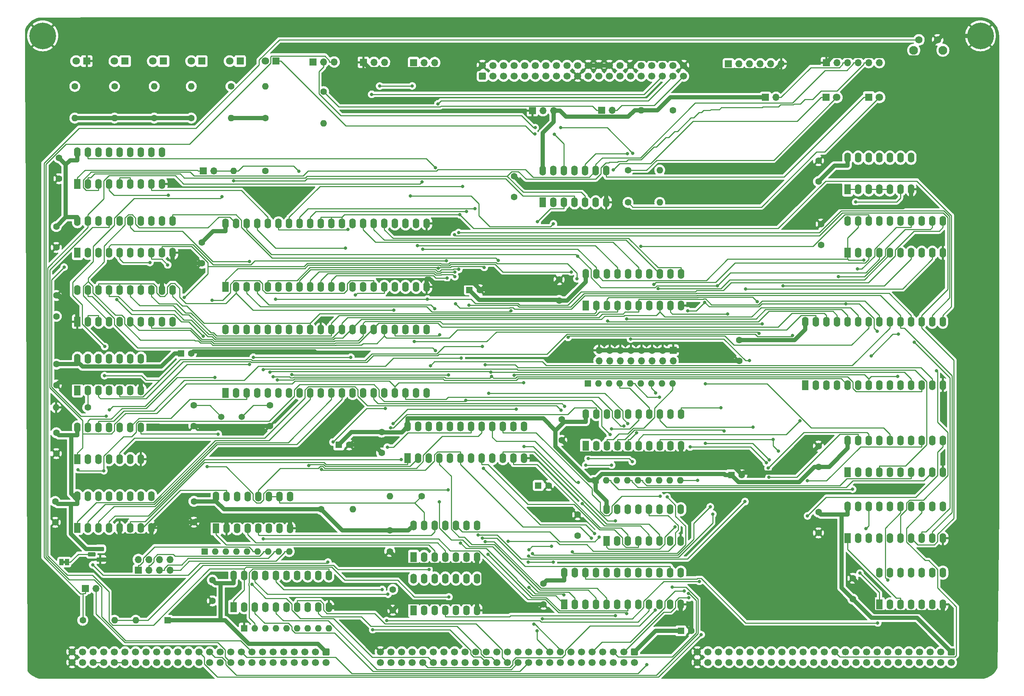
<source format=gbr>
%TF.GenerationSoftware,KiCad,Pcbnew,(6.0.11)*%
%TF.CreationDate,2025-03-31T10:02:45-05:00*%
%TF.ProjectId,processor.tms9995,70726f63-6573-4736-9f72-2e746d733939,v1.1*%
%TF.SameCoordinates,Original*%
%TF.FileFunction,Copper,L1,Top*%
%TF.FilePolarity,Positive*%
%FSLAX46Y46*%
G04 Gerber Fmt 4.6, Leading zero omitted, Abs format (unit mm)*
G04 Created by KiCad (PCBNEW (6.0.11)) date 2025-03-31 10:02:45*
%MOMM*%
%LPD*%
G01*
G04 APERTURE LIST*
G04 Aperture macros list*
%AMRoundRect*
0 Rectangle with rounded corners*
0 $1 Rounding radius*
0 $2 $3 $4 $5 $6 $7 $8 $9 X,Y pos of 4 corners*
0 Add a 4 corners polygon primitive as box body*
4,1,4,$2,$3,$4,$5,$6,$7,$8,$9,$2,$3,0*
0 Add four circle primitives for the rounded corners*
1,1,$1+$1,$2,$3*
1,1,$1+$1,$4,$5*
1,1,$1+$1,$6,$7*
1,1,$1+$1,$8,$9*
0 Add four rect primitives between the rounded corners*
20,1,$1+$1,$2,$3,$4,$5,0*
20,1,$1+$1,$4,$5,$6,$7,0*
20,1,$1+$1,$6,$7,$8,$9,0*
20,1,$1+$1,$8,$9,$2,$3,0*%
G04 Aperture macros list end*
%TA.AperFunction,ComponentPad*%
%ADD10RoundRect,0.250000X-0.600000X0.600000X-0.600000X-0.600000X0.600000X-0.600000X0.600000X0.600000X0*%
%TD*%
%TA.AperFunction,ComponentPad*%
%ADD11C,1.700000*%
%TD*%
%TA.AperFunction,ComponentPad*%
%ADD12C,1.600000*%
%TD*%
%TA.AperFunction,ComponentPad*%
%ADD13R,1.600000X1.600000*%
%TD*%
%TA.AperFunction,ComponentPad*%
%ADD14O,1.600000X1.600000*%
%TD*%
%TA.AperFunction,ComponentPad*%
%ADD15R,1.800000X1.800000*%
%TD*%
%TA.AperFunction,ComponentPad*%
%ADD16C,1.800000*%
%TD*%
%TA.AperFunction,ComponentPad*%
%ADD17R,1.600000X2.400000*%
%TD*%
%TA.AperFunction,ComponentPad*%
%ADD18O,1.600000X2.400000*%
%TD*%
%TA.AperFunction,ComponentPad*%
%ADD19C,6.400000*%
%TD*%
%TA.AperFunction,ComponentPad*%
%ADD20R,1.800000X1.100000*%
%TD*%
%TA.AperFunction,ComponentPad*%
%ADD21RoundRect,0.275000X0.625000X-0.275000X0.625000X0.275000X-0.625000X0.275000X-0.625000X-0.275000X0*%
%TD*%
%TA.AperFunction,ComponentPad*%
%ADD22C,2.100000*%
%TD*%
%TA.AperFunction,ComponentPad*%
%ADD23C,1.750000*%
%TD*%
%TA.AperFunction,ComponentPad*%
%ADD24R,1.700000X1.700000*%
%TD*%
%TA.AperFunction,ComponentPad*%
%ADD25O,1.700000X1.700000*%
%TD*%
%TA.AperFunction,SMDPad,CuDef*%
%ADD26R,1.000000X1.500000*%
%TD*%
%TA.AperFunction,ComponentPad*%
%ADD27C,1.500000*%
%TD*%
%TA.AperFunction,ComponentPad*%
%ADD28RoundRect,0.250000X0.600000X-0.600000X0.600000X0.600000X-0.600000X0.600000X-0.600000X-0.600000X0*%
%TD*%
%TA.AperFunction,ViaPad*%
%ADD29C,0.800000*%
%TD*%
%TA.AperFunction,Conductor*%
%ADD30C,0.250000*%
%TD*%
%TA.AperFunction,Conductor*%
%ADD31C,1.000000*%
%TD*%
G04 APERTURE END LIST*
%TO.C,JP3*%
G36*
X45410000Y-201725000D02*
G01*
X44910000Y-201725000D01*
X44910000Y-201125000D01*
X45410000Y-201125000D01*
X45410000Y-201725000D01*
G37*
%TD*%
D10*
%TO.P,P1,1,Pin_1*%
%TO.N,VCC*%
X108000000Y-223000000D03*
D11*
%TO.P,P1,2,Pin_2*%
X108000000Y-225540000D03*
%TO.P,P1,3,Pin_3*%
%TO.N,~{RD}*%
X105460000Y-223000000D03*
%TO.P,P1,4,Pin_4*%
%TO.N,/bus/E*%
X105460000Y-225540000D03*
%TO.P,P1,5,Pin_5*%
%TO.N,~{WR}*%
X102920000Y-223000000D03*
%TO.P,P1,6,Pin_6*%
%TO.N,/bus/ST*%
X102920000Y-225540000D03*
%TO.P,P1,7,Pin_7*%
%TO.N,~{IORQ}*%
X100380000Y-223000000D03*
%TO.P,P1,8,Pin_8*%
%TO.N,/bus/PHI*%
X100380000Y-225540000D03*
%TO.P,P1,9,Pin_9*%
%TO.N,~{MREQ}*%
X97840000Y-223000000D03*
%TO.P,P1,10,Pin_10*%
%TO.N,/bus/~{INT2}*%
X97840000Y-225540000D03*
%TO.P,P1,11,Pin_11*%
%TO.N,~{M1}*%
X95300000Y-223000000D03*
%TO.P,P1,12,Pin_12*%
%TO.N,/bus/~{INT1}*%
X95300000Y-225540000D03*
%TO.P,P1,13,Pin_13*%
%TO.N,/bus/~{BUSACK}*%
X92760000Y-223000000D03*
%TO.P,P1,14,Pin_14*%
%TO.N,/bus/CRUCLK*%
X92760000Y-225540000D03*
%TO.P,P1,15,Pin_15*%
%TO.N,bCLK*%
X90220000Y-223000000D03*
%TO.P,P1,16,Pin_16*%
%TO.N,/bus/CRUOUT*%
X90220000Y-225540000D03*
%TO.P,P1,17,Pin_17*%
%TO.N,~{INT0}*%
X87680000Y-223000000D03*
%TO.P,P1,18,Pin_18*%
%TO.N,/bus/CRUIN*%
X87680000Y-225540000D03*
%TO.P,P1,19,Pin_19*%
%TO.N,/bus/~{NMI}*%
X85140000Y-223000000D03*
%TO.P,P1,20,Pin_20*%
%TO.N,~{RES_IN}*%
X85140000Y-225540000D03*
%TO.P,P1,21,Pin_21*%
%TO.N,~{RES_OUT}*%
X82600000Y-223000000D03*
%TO.P,P1,22,Pin_22*%
%TO.N,/bus/USER8*%
X82600000Y-225540000D03*
%TO.P,P1,23,Pin_23*%
%TO.N,~{BUSRQ}*%
X80060000Y-223000000D03*
%TO.P,P1,24,Pin_24*%
%TO.N,/bus/USER7*%
X80060000Y-225540000D03*
%TO.P,P1,25,Pin_25*%
%TO.N,~{WAIT}*%
X77520000Y-223000000D03*
%TO.P,P1,26,Pin_26*%
%TO.N,/bus/USER6*%
X77520000Y-225540000D03*
%TO.P,P1,27,Pin_27*%
%TO.N,~{HALT}*%
X74980000Y-223000000D03*
%TO.P,P1,28,Pin_28*%
%TO.N,/bus/USER5*%
X74980000Y-225540000D03*
%TO.P,P1,29,Pin_29*%
%TO.N,/bus/~{RFSH}*%
X72440000Y-223000000D03*
%TO.P,P1,30,Pin_30*%
%TO.N,/bus/USER4*%
X72440000Y-225540000D03*
%TO.P,P1,31,Pin_31*%
%TO.N,/bus/~{EIRQ7}*%
X69900000Y-223000000D03*
%TO.P,P1,32,Pin_32*%
%TO.N,/bus/USER3*%
X69900000Y-225540000D03*
%TO.P,P1,33,Pin_33*%
%TO.N,/bus/~{EIRQ6}*%
X67360000Y-223000000D03*
%TO.P,P1,34,Pin_34*%
%TO.N,/bus/USER2*%
X67360000Y-225540000D03*
%TO.P,P1,35,Pin_35*%
%TO.N,/bus/~{EIRQ5}*%
X64820000Y-223000000D03*
%TO.P,P1,36,Pin_36*%
%TO.N,/bus/USER1*%
X64820000Y-225540000D03*
%TO.P,P1,37,Pin_37*%
%TO.N,/bus/~{EIRQ4}*%
X62280000Y-223000000D03*
%TO.P,P1,38,Pin_38*%
%TO.N,/bus/USER0*%
X62280000Y-225540000D03*
%TO.P,P1,39,Pin_39*%
%TO.N,/bus/~{EIRQ3}*%
X59740000Y-223000000D03*
%TO.P,P1,40,Pin_40*%
%TO.N,Net-(P1-Pad40)*%
X59740000Y-225540000D03*
%TO.P,P1,41,Pin_41*%
%TO.N,/bus/~{EIRQ2}*%
X57200000Y-223000000D03*
%TO.P,P1,42,Pin_42*%
%TO.N,Net-(P1-Pad40)*%
X57200000Y-225540000D03*
%TO.P,P1,43,Pin_43*%
%TO.N,/bus/~{EIRQ1}*%
X54660000Y-223000000D03*
%TO.P,P1,44,Pin_44*%
%TO.N,Net-(P1-Pad44)*%
X54660000Y-225540000D03*
%TO.P,P1,45,Pin_45*%
%TO.N,/bus/~{EIRQ0}*%
X52120000Y-223000000D03*
%TO.P,P1,46,Pin_46*%
%TO.N,Net-(P1-Pad44)*%
X52120000Y-225540000D03*
%TO.P,P1,47,Pin_47*%
%TO.N,/bus/I2C_SCL*%
X49580000Y-223000000D03*
%TO.P,P1,48,Pin_48*%
%TO.N,/bus/I2C_SDA*%
X49580000Y-225540000D03*
%TO.P,P1,49,Pin_49*%
%TO.N,GND*%
X47040000Y-223000000D03*
%TO.P,P1,50,Pin_50*%
X47040000Y-225540000D03*
%TD*%
D12*
%TO.P,C2,1*%
%TO.N,VCC*%
X124000000Y-208000000D03*
%TO.P,C2,2*%
%TO.N,GND*%
X124000000Y-213000000D03*
%TD*%
%TO.P,C3,1*%
%TO.N,VCC*%
X43255000Y-153880000D03*
%TO.P,C3,2*%
%TO.N,GND*%
X43255000Y-158880000D03*
%TD*%
%TO.P,C4,1*%
%TO.N,VCC*%
X164540000Y-167170000D03*
%TO.P,C4,2*%
%TO.N,GND*%
X164540000Y-172170000D03*
%TD*%
%TO.P,C5,1*%
%TO.N,VCC*%
X76275000Y-186840000D03*
%TO.P,C5,2*%
%TO.N,GND*%
X76275000Y-191840000D03*
%TD*%
%TO.P,C6,1*%
%TO.N,VCC*%
X43255000Y-170350000D03*
%TO.P,C6,2*%
%TO.N,GND*%
X43255000Y-175350000D03*
%TD*%
%TO.P,C8,1*%
%TO.N,VCC*%
X160170000Y-206575000D03*
%TO.P,C8,2*%
%TO.N,GND*%
X160170000Y-211575000D03*
%TD*%
%TO.P,C9,1*%
%TO.N,VCC*%
X226135000Y-189400000D03*
%TO.P,C9,2*%
%TO.N,GND*%
X226135000Y-194400000D03*
%TD*%
%TO.P,C11,1*%
%TO.N,VCC*%
X43255000Y-120820000D03*
%TO.P,C11,2*%
%TO.N,GND*%
X43255000Y-125820000D03*
%TD*%
%TO.P,C14,1*%
%TO.N,VCC*%
X207085000Y-148085000D03*
%TO.P,C14,2*%
%TO.N,GND*%
X207085000Y-153085000D03*
%TD*%
D13*
%TO.P,C26,1*%
%TO.N,VCC*%
X73164900Y-151260000D03*
D12*
%TO.P,C26,2*%
%TO.N,GND*%
X75664900Y-151260000D03*
%TD*%
%TO.P,C17,1*%
%TO.N,VCC*%
X43890000Y-104310000D03*
%TO.P,C17,2*%
%TO.N,GND*%
X43890000Y-109310000D03*
%TD*%
D13*
%TO.P,C20,1*%
%TO.N,VCC*%
X111044900Y-173250000D03*
D12*
%TO.P,C20,2*%
%TO.N,GND*%
X113544900Y-173250000D03*
%TD*%
%TO.P,C21,1*%
%TO.N,VCC*%
X123265000Y-193845000D03*
%TO.P,C21,2*%
%TO.N,GND*%
X123265000Y-198845000D03*
%TD*%
D13*
%TO.P,C22,1*%
%TO.N,VCC*%
X158889900Y-183010000D03*
D12*
%TO.P,C22,2*%
%TO.N,GND*%
X161389900Y-183010000D03*
%TD*%
D13*
%TO.P,C28,1*%
%TO.N,VCC*%
X193115000Y-217935000D03*
D12*
%TO.P,C28,2*%
%TO.N,GND*%
X195615000Y-217935000D03*
%TD*%
D13*
%TO.P,D4,1,K*%
%TO.N,VCC*%
X69925000Y-215395000D03*
D14*
%TO.P,D4,2,A*%
%TO.N,Net-(D4-Pad2)*%
X62305000Y-215395000D03*
%TD*%
D15*
%TO.P,D5,1,K*%
%TO.N,Net-(D5-Pad1)*%
X68952500Y-81065000D03*
D16*
%TO.P,D5,2,A*%
%TO.N,Net-(D5-Pad2)*%
X66412500Y-81065000D03*
%TD*%
D15*
%TO.P,D6,1,K*%
%TO.N,~{ACTIVE}*%
X87367500Y-81065000D03*
D16*
%TO.P,D6,2,A*%
%TO.N,Net-(D6-Pad2)*%
X84827500Y-81065000D03*
%TD*%
D15*
%TO.P,D1,1,K*%
%TO.N,GND*%
X50537500Y-81065000D03*
D16*
%TO.P,D1,2,A*%
%TO.N,Net-(D1-Pad2)*%
X47997500Y-81065000D03*
%TD*%
D15*
%TO.P,D2,1,K*%
%TO.N,Net-(D2-Pad1)*%
X78160000Y-81065000D03*
D16*
%TO.P,D2,2,A*%
%TO.N,Net-(D2-Pad2)*%
X75620000Y-81065000D03*
%TD*%
D17*
%TO.P,U4,1*%
%TO.N,~{DBIN}*%
X48330000Y-176682000D03*
D18*
%TO.P,U4,2*%
%TO.N,Net-(U23-Pad6)*%
X50870000Y-176682000D03*
%TO.P,U4,3*%
%TO.N,unconnected-(U4-Pad3)*%
X53410000Y-176682000D03*
%TO.P,U4,4*%
%TO.N,unconnected-(U4-Pad4)*%
X55950000Y-176682000D03*
%TO.P,U4,5*%
%TO.N,MAPEN*%
X58490000Y-176682000D03*
%TO.P,U4,6*%
%TO.N,Net-(D3-Pad1)*%
X61030000Y-176682000D03*
%TO.P,U4,7,GND*%
%TO.N,GND*%
X63570000Y-176682000D03*
%TO.P,U4,8*%
%TO.N,Net-(U4-Pad8)*%
X63570000Y-169062000D03*
%TO.P,U4,9*%
%TO.N,CLK*%
X61030000Y-169062000D03*
%TO.P,U4,10*%
%TO.N,Net-(U21-Pad15)*%
X58490000Y-169062000D03*
%TO.P,U4,11*%
%TO.N,~{CRUCLK}*%
X55950000Y-169062000D03*
%TO.P,U4,12*%
%TO.N,Net-(P4-Pad1)*%
X53410000Y-169062000D03*
%TO.P,U4,13*%
%TO.N,~{TMS9995_RST}*%
X50870000Y-169062000D03*
%TO.P,U4,14,VCC*%
%TO.N,VCC*%
X48330000Y-169062000D03*
%TD*%
D17*
%TO.P,U5,1,~{R}*%
%TO.N,Net-(R2-Pad1)*%
X128975000Y-200200000D03*
D18*
%TO.P,U5,2,D*%
%TO.N,Net-(U5-Pad2)*%
X131515000Y-200200000D03*
%TO.P,U5,3,C*%
%TO.N,IAQ*%
X134055000Y-200200000D03*
%TO.P,U5,4,~{S}*%
%TO.N,~{TMS9995_RST}*%
X136595000Y-200200000D03*
%TO.P,U5,5,Q*%
%TO.N,Net-(U3-Pad21)*%
X139135000Y-200200000D03*
%TO.P,U5,6,~{Q}*%
%TO.N,unconnected-(U5-Pad6)*%
X141675000Y-200200000D03*
%TO.P,U5,7,GND*%
%TO.N,GND*%
X144215000Y-200200000D03*
%TO.P,U5,8,~{Q}*%
%TO.N,unconnected-(U5-Pad8)*%
X144215000Y-192580000D03*
%TO.P,U5,9,Q*%
%TO.N,Net-(U5-Pad2)*%
X141675000Y-192580000D03*
%TO.P,U5,10,~{S}*%
%TO.N,~{TMS9995_RST}*%
X139135000Y-192580000D03*
%TO.P,U5,11,C*%
%TO.N,IAQ*%
X136595000Y-192580000D03*
%TO.P,U5,12,D*%
%TO.N,Net-(U5-Pad12)*%
X134055000Y-192580000D03*
%TO.P,U5,13,~{R}*%
%TO.N,Net-(R2-Pad1)*%
X131515000Y-192580000D03*
%TO.P,U5,14,VCC*%
%TO.N,VCC*%
X128975000Y-192580000D03*
%TD*%
D17*
%TO.P,U6,1,C*%
%TO.N,IAQ*%
X81575000Y-193315000D03*
D18*
%TO.P,U6,2,K*%
%TO.N,GND*%
X84115000Y-193315000D03*
%TO.P,U6,3,J*%
%TO.N,Net-(R2-Pad1)*%
X86655000Y-193315000D03*
%TO.P,U6,4,~{S}*%
%TO.N,~{TMS9995_RST}*%
X89195000Y-193315000D03*
%TO.P,U6,5,Q*%
%TO.N,Net-(U5-Pad12)*%
X91735000Y-193315000D03*
%TO.P,U6,6,~{Q}*%
%TO.N,unconnected-(U6-Pad6)*%
X94275000Y-193315000D03*
%TO.P,U6,7,~{Q}*%
%TO.N,unconnected-(U6-Pad7)*%
X96815000Y-193315000D03*
%TO.P,U6,8,GND*%
%TO.N,GND*%
X99355000Y-193315000D03*
%TO.P,U6,9,Q*%
%TO.N,Net-(U3-Pad23)*%
X99355000Y-185695000D03*
%TO.P,U6,10,~{S}*%
%TO.N,Net-(R2-Pad1)*%
X96815000Y-185695000D03*
%TO.P,U6,11,J*%
X94275000Y-185695000D03*
%TO.P,U6,12,K*%
%TO.N,WAIT*%
X91735000Y-185695000D03*
%TO.P,U6,13,C*%
%TO.N,Net-(U4-Pad8)*%
X89195000Y-185695000D03*
%TO.P,U6,14,~{R}*%
%TO.N,~{TMS9995_RST}*%
X86655000Y-185695000D03*
%TO.P,U6,15,~{R}*%
%TO.N,Net-(U15-Pad7)*%
X84115000Y-185695000D03*
%TO.P,U6,16,VCC*%
%TO.N,VCC*%
X81575000Y-185695000D03*
%TD*%
D17*
%TO.P,U8,1,I0/CLK*%
%TO.N,~{MEMEN}*%
X165170000Y-211575000D03*
D18*
%TO.P,U8,2,I1*%
%TO.N,~{WE}*%
X167710000Y-211575000D03*
%TO.P,U8,3,I2*%
%TO.N,unconnected-(U8-Pad3)*%
X170250000Y-211575000D03*
%TO.P,U8,4,I3*%
%TO.N,~{ISFE}*%
X172790000Y-211575000D03*
%TO.P,U8,5,I4*%
%TO.N,RA15*%
X175330000Y-211575000D03*
%TO.P,U8,6,I5*%
%TO.N,CPU-A7*%
X177870000Y-211575000D03*
%TO.P,U8,7,I6*%
%TO.N,CPU-A6*%
X180410000Y-211575000D03*
%TO.P,U8,8,I7*%
%TO.N,~{ROMEN}*%
X182950000Y-211575000D03*
%TO.P,U8,9,I8*%
%TO.N,~{CRUCLK}*%
X185490000Y-211575000D03*
%TO.P,U8,10,I9*%
%TO.N,USER*%
X188030000Y-211575000D03*
%TO.P,U8,11,I10*%
%TO.N,PROTECT*%
X190570000Y-211575000D03*
%TO.P,U8,12,GND*%
%TO.N,GND*%
X193110000Y-211575000D03*
%TO.P,U8,13,I11*%
%TO.N,unconnected-(U8-Pad13)*%
X193110000Y-203955000D03*
%TO.P,U8,14,O9*%
%TO.N,~{CPU-MREQ}*%
X190570000Y-203955000D03*
%TO.P,U8,15,O8*%
%TO.N,unconnected-(U8-Pad15)*%
X188030000Y-203955000D03*
%TO.P,U8,16,O7*%
%TO.N,~{FLAGSEL}*%
X185490000Y-203955000D03*
%TO.P,U8,17,O6*%
%TO.N,unconnected-(U8-Pad17)*%
X182950000Y-203955000D03*
%TO.P,U8,18,O5*%
%TO.N,unconnected-(U8-Pad18)*%
X180410000Y-203955000D03*
%TO.P,U8,19,O4*%
%TO.N,~{PWE}*%
X177870000Y-203955000D03*
%TO.P,U8,20,O3*%
%TO.N,unconnected-(U8-Pad20)*%
X175330000Y-203955000D03*
%TO.P,U8,21,O2*%
%TO.N,unconnected-(U8-Pad21)*%
X172790000Y-203955000D03*
%TO.P,U8,22,O1*%
%TO.N,~{OFFBOARD_MEM}*%
X170250000Y-203955000D03*
%TO.P,U8,23,O0*%
%TO.N,unconnected-(U8-Pad23)*%
X167710000Y-203955000D03*
%TO.P,U8,24,VCC*%
%TO.N,VCC*%
X165170000Y-203955000D03*
%TD*%
D17*
%TO.P,U15,1,A0*%
%TO.N,CPU-D5*%
X48330000Y-193200000D03*
D18*
%TO.P,U15,2,A1*%
%TO.N,CPU-D6*%
X50870000Y-193200000D03*
%TO.P,U15,3,A2*%
%TO.N,CPU-D7*%
X53410000Y-193200000D03*
%TO.P,U15,4,E1*%
%TO.N,~{WE}*%
X55950000Y-193200000D03*
%TO.P,U15,5,E2*%
%TO.N,GND*%
X58490000Y-193200000D03*
%TO.P,U15,6,E3*%
%TO.N,~{MEMEN}*%
X61030000Y-193200000D03*
%TO.P,U15,7,O7*%
%TO.N,Net-(U15-Pad7)*%
X63570000Y-193200000D03*
%TO.P,U15,8,GND*%
%TO.N,GND*%
X66110000Y-193200000D03*
%TO.P,U15,9,O6*%
%TO.N,unconnected-(U15-Pad9)*%
X66110000Y-185580000D03*
%TO.P,U15,10,O5*%
%TO.N,unconnected-(U15-Pad10)*%
X63570000Y-185580000D03*
%TO.P,U15,11,O4*%
%TO.N,unconnected-(U15-Pad11)*%
X61030000Y-185580000D03*
%TO.P,U15,12,O3*%
%TO.N,unconnected-(U15-Pad12)*%
X58490000Y-185580000D03*
%TO.P,U15,13,O2*%
%TO.N,Net-(D2-Pad1)*%
X55950000Y-185580000D03*
%TO.P,U15,14,O1*%
%TO.N,unconnected-(U15-Pad14)*%
X53410000Y-185580000D03*
%TO.P,U15,15,O0*%
%TO.N,~{CRUCLK}*%
X50870000Y-185580000D03*
%TO.P,U15,16,VCC*%
%TO.N,VCC*%
X48330000Y-185580000D03*
%TD*%
D17*
%TO.P,U1,1*%
%TO.N,9995EN*%
X128975000Y-213000000D03*
D18*
%TO.P,U1,2*%
%TO.N,Net-(U1-Pad2)*%
X131515000Y-213000000D03*
%TO.P,U1,3*%
%TO.N,Net-(U1-Pad3)*%
X134055000Y-213000000D03*
%TO.P,U1,4*%
%TO.N,~{ENABLEINT}*%
X136595000Y-213000000D03*
%TO.P,U1,5*%
%TO.N,~{9995EN}*%
X139135000Y-213000000D03*
%TO.P,U1,6*%
%TO.N,9995EN*%
X141675000Y-213000000D03*
%TO.P,U1,7,GND*%
%TO.N,GND*%
X144215000Y-213000000D03*
%TO.P,U1,8*%
%TO.N,Net-(U1-Pad8)*%
X144215000Y-205380000D03*
%TO.P,U1,9*%
%TO.N,~{9902SEL}*%
X141675000Y-205380000D03*
%TO.P,U1,10*%
%TO.N,unconnected-(U1-Pad10)*%
X139135000Y-205380000D03*
%TO.P,U1,11*%
%TO.N,unconnected-(U1-Pad11)*%
X136595000Y-205380000D03*
%TO.P,U1,12*%
%TO.N,Net-(U1-Pad12)*%
X134055000Y-205380000D03*
%TO.P,U1,13*%
%TO.N,Net-(U1-Pad13)*%
X131515000Y-205380000D03*
%TO.P,U1,14,VCC*%
%TO.N,VCC*%
X128975000Y-205380000D03*
%TD*%
D10*
%TO.P,P2,1,Pin_1*%
%TO.N,VCC*%
X182000000Y-223000000D03*
D11*
%TO.P,P2,2,Pin_2*%
X182000000Y-225540000D03*
%TO.P,P2,3,Pin_3*%
%TO.N,A15*%
X179460000Y-223000000D03*
%TO.P,P2,4,Pin_4*%
%TO.N,/bus/A31*%
X179460000Y-225540000D03*
%TO.P,P2,5,Pin_5*%
%TO.N,A14*%
X176920000Y-223000000D03*
%TO.P,P2,6,Pin_6*%
%TO.N,/bus/A30*%
X176920000Y-225540000D03*
%TO.P,P2,7,Pin_7*%
%TO.N,A13*%
X174380000Y-223000000D03*
%TO.P,P2,8,Pin_8*%
%TO.N,/bus/A29*%
X174380000Y-225540000D03*
%TO.P,P2,9,Pin_9*%
%TO.N,A12*%
X171840000Y-223000000D03*
%TO.P,P2,10,Pin_10*%
%TO.N,/bus/A28*%
X171840000Y-225540000D03*
%TO.P,P2,11,Pin_11*%
%TO.N,A11*%
X169300000Y-223000000D03*
%TO.P,P2,12,Pin_12*%
%TO.N,/bus/A27*%
X169300000Y-225540000D03*
%TO.P,P2,13,Pin_13*%
%TO.N,A10*%
X166760000Y-223000000D03*
%TO.P,P2,14,Pin_14*%
%TO.N,/bus/A26*%
X166760000Y-225540000D03*
%TO.P,P2,15,Pin_15*%
%TO.N,A9*%
X164220000Y-223000000D03*
%TO.P,P2,16,Pin_16*%
%TO.N,/bus/A25*%
X164220000Y-225540000D03*
%TO.P,P2,17,Pin_17*%
%TO.N,A8*%
X161680000Y-223000000D03*
%TO.P,P2,18,Pin_18*%
%TO.N,/bus/A24*%
X161680000Y-225540000D03*
%TO.P,P2,19,Pin_19*%
%TO.N,+12V*%
X159140000Y-223000000D03*
%TO.P,P2,20,Pin_20*%
X159140000Y-225540000D03*
%TO.P,P2,21,Pin_21*%
%TO.N,A7*%
X156600000Y-223000000D03*
%TO.P,P2,22,Pin_22*%
%TO.N,A23*%
X156600000Y-225540000D03*
%TO.P,P2,23,Pin_23*%
%TO.N,A6*%
X154060000Y-223000000D03*
%TO.P,P2,24,Pin_24*%
%TO.N,A22*%
X154060000Y-225540000D03*
%TO.P,P2,25,Pin_25*%
%TO.N,A5*%
X151520000Y-223000000D03*
%TO.P,P2,26,Pin_26*%
%TO.N,A21*%
X151520000Y-225540000D03*
%TO.P,P2,27,Pin_27*%
%TO.N,A4*%
X148980000Y-223000000D03*
%TO.P,P2,28,Pin_28*%
%TO.N,A20*%
X148980000Y-225540000D03*
%TO.P,P2,29,Pin_29*%
%TO.N,A3*%
X146440000Y-223000000D03*
%TO.P,P2,30,Pin_30*%
%TO.N,A19*%
X146440000Y-225540000D03*
%TO.P,P2,31,Pin_31*%
%TO.N,A2*%
X143900000Y-223000000D03*
%TO.P,P2,32,Pin_32*%
%TO.N,A18*%
X143900000Y-225540000D03*
%TO.P,P2,33,Pin_33*%
%TO.N,A1*%
X141360000Y-223000000D03*
%TO.P,P2,34,Pin_34*%
%TO.N,A17*%
X141360000Y-225540000D03*
%TO.P,P2,35,Pin_35*%
%TO.N,A0*%
X138820000Y-223000000D03*
%TO.P,P2,36,Pin_36*%
%TO.N,A16*%
X138820000Y-225540000D03*
%TO.P,P2,37,Pin_37*%
%TO.N,-12V*%
X136280000Y-223000000D03*
%TO.P,P2,38,Pin_38*%
X136280000Y-225540000D03*
%TO.P,P2,39,Pin_39*%
%TO.N,/bus/IC3*%
X133740000Y-223000000D03*
%TO.P,P2,40,Pin_40*%
%TO.N,~{TEND1}*%
X133740000Y-225540000D03*
%TO.P,P2,41,Pin_41*%
%TO.N,/bus/IC2*%
X131200000Y-223000000D03*
%TO.P,P2,42,Pin_42*%
%TO.N,~{DREQ1}*%
X131200000Y-225540000D03*
%TO.P,P2,43,Pin_43*%
%TO.N,/bus/IC1*%
X128660000Y-223000000D03*
%TO.P,P2,44,Pin_44*%
%TO.N,~{TEND0}*%
X128660000Y-225540000D03*
%TO.P,P2,45,Pin_45*%
%TO.N,/bus/IC0*%
X126120000Y-223000000D03*
%TO.P,P2,46,Pin_46*%
%TO.N,~{DREQ0}*%
X126120000Y-225540000D03*
%TO.P,P2,47,Pin_47*%
%TO.N,/bus/AUXCLK1*%
X123580000Y-223000000D03*
%TO.P,P2,48,Pin_48*%
%TO.N,AUXCLK0*%
X123580000Y-225540000D03*
%TO.P,P2,49,Pin_49*%
%TO.N,GND*%
X121040000Y-223000000D03*
%TO.P,P2,50,Pin_50*%
X121040000Y-225540000D03*
%TD*%
D19*
%TO.P,H2,1,1*%
%TO.N,GND*%
X265000000Y-75000000D03*
%TD*%
D13*
%TO.P,RN1,1,common*%
%TO.N,VCC*%
X78815000Y-198885000D03*
D14*
%TO.P,RN1,2,R1*%
%TO.N,~{CPU-M1}*%
X81355000Y-198885000D03*
%TO.P,RN1,3,R2*%
%TO.N,~{TEND0}*%
X83895000Y-198885000D03*
%TO.P,RN1,4,R3*%
%TO.N,~{TEND1}*%
X86435000Y-198885000D03*
%TO.P,RN1,5,R4*%
%TO.N,~{CPU-RESET}*%
X88975000Y-198885000D03*
%TO.P,RN1,6,R5*%
%TO.N,Net-(JP1-Pad1)*%
X91515000Y-198885000D03*
%TO.P,RN1,7,R6*%
%TO.N,Net-(JP1-Pad3)*%
X94055000Y-198885000D03*
%TO.P,RN1,8,R7*%
%TO.N,Net-(JP1-Pad5)*%
X96595000Y-198885000D03*
%TO.P,RN1,9,R8*%
%TO.N,Net-(JP1-Pad7)*%
X99135000Y-198885000D03*
%TD*%
D17*
%TO.P,U11,1,OEa*%
%TO.N,~{9995EN}*%
X85800000Y-212220000D03*
D18*
%TO.P,U11,2,I0a*%
%TO.N,CPU-A16*%
X88340000Y-212220000D03*
%TO.P,U11,3,O3b*%
%TO.N,A23*%
X90880000Y-212220000D03*
%TO.P,U11,4,I1a*%
%TO.N,CPU-A17*%
X93420000Y-212220000D03*
%TO.P,U11,5,O2b*%
%TO.N,A22*%
X95960000Y-212220000D03*
%TO.P,U11,6,I2a*%
%TO.N,CPU-A18*%
X98500000Y-212220000D03*
%TO.P,U11,7,O1b*%
%TO.N,A21*%
X101040000Y-212220000D03*
%TO.P,U11,8,I3a*%
%TO.N,CPU-A19*%
X103580000Y-212220000D03*
%TO.P,U11,9,O0b*%
%TO.N,A20*%
X106120000Y-212220000D03*
%TO.P,U11,10,GND*%
%TO.N,GND*%
X108660000Y-212220000D03*
%TO.P,U11,11,I0b*%
%TO.N,CPU-A20*%
X108660000Y-204600000D03*
%TO.P,U11,12,O3a*%
%TO.N,A19*%
X106120000Y-204600000D03*
%TO.P,U11,13,I1b*%
%TO.N,CPU-A21*%
X103580000Y-204600000D03*
%TO.P,U11,14,O2a*%
%TO.N,A18*%
X101040000Y-204600000D03*
%TO.P,U11,15,I2b*%
%TO.N,CPU-A22*%
X98500000Y-204600000D03*
%TO.P,U11,16,O1a*%
%TO.N,A17*%
X95960000Y-204600000D03*
%TO.P,U11,17,I3b*%
%TO.N,CPU-A23*%
X93420000Y-204600000D03*
%TO.P,U11,18,O0a*%
%TO.N,A16*%
X90880000Y-204600000D03*
%TO.P,U11,19,OEb*%
%TO.N,~{9995EN}*%
X88340000Y-204600000D03*
%TO.P,U11,20,VCC*%
%TO.N,VCC*%
X85800000Y-204600000D03*
%TD*%
D17*
%TO.P,U16,1*%
%TO.N,~{DBIN}*%
X240745000Y-211575000D03*
D18*
%TO.P,U16,2*%
%TO.N,~{OFFBOARD_MEM}*%
X243285000Y-211575000D03*
%TO.P,U16,3*%
%TO.N,DATA-DIR*%
X245825000Y-211575000D03*
%TO.P,U16,4*%
%TO.N,unconnected-(U16-Pad4)*%
X248365000Y-211575000D03*
%TO.P,U16,5*%
%TO.N,unconnected-(U16-Pad5)*%
X250905000Y-211575000D03*
%TO.P,U16,6*%
%TO.N,unconnected-(U16-Pad6)*%
X253445000Y-211575000D03*
%TO.P,U16,7,GND*%
%TO.N,GND*%
X255985000Y-211575000D03*
%TO.P,U16,8*%
%TO.N,unconnected-(U16-Pad8)*%
X255985000Y-203955000D03*
%TO.P,U16,9*%
%TO.N,unconnected-(U16-Pad9)*%
X253445000Y-203955000D03*
%TO.P,U16,10*%
%TO.N,unconnected-(U16-Pad10)*%
X250905000Y-203955000D03*
%TO.P,U16,11*%
%TO.N,unconnected-(U16-Pad11)*%
X248365000Y-203955000D03*
%TO.P,U16,12*%
%TO.N,unconnected-(U16-Pad12)*%
X245825000Y-203955000D03*
%TO.P,U16,13*%
%TO.N,unconnected-(U16-Pad13)*%
X243285000Y-203955000D03*
%TO.P,U16,14,VCC*%
%TO.N,VCC*%
X240745000Y-203955000D03*
%TD*%
D12*
%TO.P,C19,1*%
%TO.N,VCC*%
X43000000Y-186860000D03*
%TO.P,C19,2*%
%TO.N,GND*%
X43000000Y-191860000D03*
%TD*%
D13*
%TO.P,C18,1*%
%TO.N,VCC*%
X142379900Y-136020000D03*
D12*
%TO.P,C18,2*%
%TO.N,GND*%
X144879900Y-136020000D03*
%TD*%
%TO.P,C12,1*%
%TO.N,VCC*%
X78180000Y-124630000D03*
%TO.P,C12,2*%
%TO.N,GND*%
X78180000Y-129630000D03*
%TD*%
%TO.P,C16,1*%
%TO.N,VCC*%
X80715000Y-205740000D03*
%TO.P,C16,2*%
%TO.N,GND*%
X80715000Y-210740000D03*
%TD*%
D19*
%TO.P,H1,1,1*%
%TO.N,GND*%
X40000000Y-75000000D03*
%TD*%
D10*
%TO.P,P3,1,Pin_1*%
%TO.N,VCC*%
X258000000Y-223000000D03*
D11*
%TO.P,P3,2,Pin_2*%
X258000000Y-225540000D03*
%TO.P,P3,3,Pin_3*%
%TO.N,/bus/D15*%
X255460000Y-223000000D03*
%TO.P,P3,4,Pin_4*%
%TO.N,/bus/D31*%
X255460000Y-225540000D03*
%TO.P,P3,5,Pin_5*%
%TO.N,/bus/D14*%
X252920000Y-223000000D03*
%TO.P,P3,6,Pin_6*%
%TO.N,/bus/D30*%
X252920000Y-225540000D03*
%TO.P,P3,7,Pin_7*%
%TO.N,/bus/D13*%
X250380000Y-223000000D03*
%TO.P,P3,8,Pin_8*%
%TO.N,/bus/D29*%
X250380000Y-225540000D03*
%TO.P,P3,9,Pin_9*%
%TO.N,/bus/D12*%
X247840000Y-223000000D03*
%TO.P,P3,10,Pin_10*%
%TO.N,/bus/D28*%
X247840000Y-225540000D03*
%TO.P,P3,11,Pin_11*%
%TO.N,/bus/D11*%
X245300000Y-223000000D03*
%TO.P,P3,12,Pin_12*%
%TO.N,/bus/D27*%
X245300000Y-225540000D03*
%TO.P,P3,13,Pin_13*%
%TO.N,/bus/D10*%
X242760000Y-223000000D03*
%TO.P,P3,14,Pin_14*%
%TO.N,/bus/D26*%
X242760000Y-225540000D03*
%TO.P,P3,15,Pin_15*%
%TO.N,/bus/D9*%
X240220000Y-223000000D03*
%TO.P,P3,16,Pin_16*%
%TO.N,/bus/D25*%
X240220000Y-225540000D03*
%TO.P,P3,17,Pin_17*%
%TO.N,/bus/D8*%
X237680000Y-223000000D03*
%TO.P,P3,18,Pin_18*%
%TO.N,/bus/D24*%
X237680000Y-225540000D03*
%TO.P,P3,19,Pin_19*%
%TO.N,D7*%
X235140000Y-223000000D03*
%TO.P,P3,20,Pin_20*%
%TO.N,/bus/D23*%
X235140000Y-225540000D03*
%TO.P,P3,21,Pin_21*%
%TO.N,D6*%
X232600000Y-223000000D03*
%TO.P,P3,22,Pin_22*%
%TO.N,/bus/D22*%
X232600000Y-225540000D03*
%TO.P,P3,23,Pin_23*%
%TO.N,D5*%
X230060000Y-223000000D03*
%TO.P,P3,24,Pin_24*%
%TO.N,/bus/D21*%
X230060000Y-225540000D03*
%TO.P,P3,25,Pin_25*%
%TO.N,D4*%
X227520000Y-223000000D03*
%TO.P,P3,26,Pin_26*%
%TO.N,/bus/D20*%
X227520000Y-225540000D03*
%TO.P,P3,27,Pin_27*%
%TO.N,D3*%
X224980000Y-223000000D03*
%TO.P,P3,28,Pin_28*%
%TO.N,/bus/D19*%
X224980000Y-225540000D03*
%TO.P,P3,29,Pin_29*%
%TO.N,D2*%
X222440000Y-223000000D03*
%TO.P,P3,30,Pin_30*%
%TO.N,/bus/D18*%
X222440000Y-225540000D03*
%TO.P,P3,31,Pin_31*%
%TO.N,D1*%
X219900000Y-223000000D03*
%TO.P,P3,32,Pin_32*%
%TO.N,/bus/D17*%
X219900000Y-225540000D03*
%TO.P,P3,33,Pin_33*%
%TO.N,D0*%
X217360000Y-223000000D03*
%TO.P,P3,34,Pin_34*%
%TO.N,/bus/D16*%
X217360000Y-225540000D03*
%TO.P,P3,35,Pin_35*%
%TO.N,/bus/~{BUSERR}*%
X214820000Y-223000000D03*
%TO.P,P3,36,Pin_36*%
%TO.N,/bus/UDS*%
X214820000Y-225540000D03*
%TO.P,P3,37,Pin_37*%
%TO.N,/bus/~{VPA}*%
X212280000Y-223000000D03*
%TO.P,P3,38,Pin_38*%
%TO.N,/bus/LDS*%
X212280000Y-225540000D03*
%TO.P,P3,39,Pin_39*%
%TO.N,/bus/~{VMA}*%
X209740000Y-223000000D03*
%TO.P,P3,40,Pin_40*%
%TO.N,/bus/S2*%
X209740000Y-225540000D03*
%TO.P,P3,41,Pin_41*%
%TO.N,/bus/~{BHE}*%
X207200000Y-223000000D03*
%TO.P,P3,42,Pin_42*%
%TO.N,/bus/S1*%
X207200000Y-225540000D03*
%TO.P,P3,43,Pin_43*%
%TO.N,/bus/IPL2*%
X204660000Y-223000000D03*
%TO.P,P3,44,Pin_44*%
%TO.N,/bus/S0*%
X204660000Y-225540000D03*
%TO.P,P3,45,Pin_45*%
%TO.N,/bus/IPL1*%
X202120000Y-223000000D03*
%TO.P,P3,46,Pin_46*%
%TO.N,/bus/AUXCLK3*%
X202120000Y-225540000D03*
%TO.P,P3,47,Pin_47*%
%TO.N,/bus/IPL0*%
X199580000Y-223000000D03*
%TO.P,P3,48,Pin_48*%
%TO.N,/bus/AUXCLK2*%
X199580000Y-225540000D03*
%TO.P,P3,49,Pin_49*%
%TO.N,GND*%
X197040000Y-223000000D03*
%TO.P,P3,50,Pin_50*%
X197040000Y-225540000D03*
%TD*%
D17*
%TO.P,U13,1,OEa*%
%TO.N,~{9995EN}*%
X48330000Y-127128000D03*
D18*
%TO.P,U13,2,I0a*%
%TO.N,unconnected-(U13-Pad2)*%
X50870000Y-127128000D03*
%TO.P,U13,3,O3b*%
%TO.N,~{RD}*%
X53410000Y-127128000D03*
%TO.P,U13,4,I1a*%
%TO.N,~{CPU-HALT}*%
X55950000Y-127128000D03*
%TO.P,U13,5,O2b*%
%TO.N,~{WR}*%
X58490000Y-127128000D03*
%TO.P,U13,6,I2a*%
%TO.N,unconnected-(U13-Pad6)*%
X61030000Y-127128000D03*
%TO.P,U13,7,O1b*%
%TO.N,~{MREQ}*%
X63570000Y-127128000D03*
%TO.P,U13,8,I3a*%
%TO.N,~{CPU-M1}*%
X66110000Y-127128000D03*
%TO.P,U13,9,O0b*%
%TO.N,~{IORQ}*%
X68650000Y-127128000D03*
%TO.P,U13,10,GND*%
%TO.N,GND*%
X71190000Y-127128000D03*
%TO.P,U13,11,I0b*%
%TO.N,~{CPU-IORQ}*%
X71190000Y-119508000D03*
%TO.P,U13,12,O3a*%
%TO.N,~{M1}*%
X68650000Y-119508000D03*
%TO.P,U13,13,I1b*%
%TO.N,~{CPU-MREQ}*%
X66110000Y-119508000D03*
%TO.P,U13,14,O2a*%
%TO.N,unconnected-(U13-Pad14)*%
X63570000Y-119508000D03*
%TO.P,U13,15,I2b*%
%TO.N,~{PWE}*%
X61030000Y-119508000D03*
%TO.P,U13,16,O1a*%
%TO.N,~{HALT}*%
X58490000Y-119508000D03*
%TO.P,U13,17,I3b*%
%TO.N,~{DBIN}*%
X55950000Y-119508000D03*
%TO.P,U13,18,O0a*%
%TO.N,unconnected-(U13-Pad18)*%
X53410000Y-119508000D03*
%TO.P,U13,19,OEb*%
%TO.N,~{9995EN}*%
X50870000Y-119508000D03*
%TO.P,U13,20,VCC*%
%TO.N,VCC*%
X48330000Y-119508000D03*
%TD*%
D20*
%TO.P,U19,1,Pin_1*%
%TO.N,GND*%
X53815000Y-200790000D03*
D21*
%TO.P,U19,2,Pin_2*%
%TO.N,~{RES_OUT}*%
X51745000Y-199520000D03*
%TO.P,U19,3,Pin_3*%
%TO.N,VCC*%
X53815000Y-198250000D03*
%TD*%
D17*
%TO.P,U7,1,~{R}*%
%TO.N,VCC*%
X48330000Y-160164000D03*
D18*
%TO.P,U7,2,D*%
%TO.N,Net-(U7-Pad2)*%
X50870000Y-160164000D03*
%TO.P,U7,3,C*%
%TO.N,99TOGGLE*%
X53410000Y-160164000D03*
%TO.P,U7,4,~{S}*%
%TO.N,~{RES_OUT}*%
X55950000Y-160164000D03*
%TO.P,U7,5,Q*%
%TO.N,~{9995ACTIVE}*%
X58490000Y-160164000D03*
%TO.P,U7,6,~{Q}*%
%TO.N,unconnected-(U7-Pad6)*%
X61030000Y-160164000D03*
%TO.P,U7,7,GND*%
%TO.N,GND*%
X63570000Y-160164000D03*
%TO.P,U7,8,~{Q}*%
%TO.N,unconnected-(U7-Pad8)*%
X63570000Y-152544000D03*
%TO.P,U7,9,Q*%
%TO.N,unconnected-(U7-Pad9)*%
X61030000Y-152544000D03*
%TO.P,U7,10,~{S}*%
%TO.N,unconnected-(U7-Pad10)*%
X58490000Y-152544000D03*
%TO.P,U7,11,C*%
%TO.N,unconnected-(U7-Pad11)*%
X55950000Y-152544000D03*
%TO.P,U7,12,D*%
%TO.N,unconnected-(U7-Pad12)*%
X53410000Y-152544000D03*
%TO.P,U7,13,~{R}*%
%TO.N,unconnected-(U7-Pad13)*%
X50870000Y-152544000D03*
%TO.P,U7,14,VCC*%
%TO.N,VCC*%
X48330000Y-152544000D03*
%TD*%
D12*
%TO.P,C1,1*%
%TO.N,VCC*%
X163905000Y-138560000D03*
%TO.P,C1,2*%
%TO.N,GND*%
X163905000Y-133560000D03*
%TD*%
D17*
%TO.P,U20,1,G*%
%TO.N,~{IORQ}*%
X170270000Y-173475000D03*
D18*
%TO.P,U20,2,P0*%
%TO.N,A0*%
X172810000Y-173475000D03*
%TO.P,U20,3,R0*%
%TO.N,Net-(J1-Pad2)*%
X175350000Y-173475000D03*
%TO.P,U20,4,P1*%
%TO.N,A1*%
X177890000Y-173475000D03*
%TO.P,U20,5,R1*%
%TO.N,Net-(J1-Pad4)*%
X180430000Y-173475000D03*
%TO.P,U20,6,P2*%
%TO.N,A2*%
X182970000Y-173475000D03*
%TO.P,U20,7,R2*%
%TO.N,Net-(J1-Pad6)*%
X185510000Y-173475000D03*
%TO.P,U20,8,P3*%
%TO.N,A3*%
X188050000Y-173475000D03*
%TO.P,U20,9,R3*%
%TO.N,Net-(J1-Pad8)*%
X190590000Y-173475000D03*
%TO.P,U20,10,GND*%
%TO.N,GND*%
X193130000Y-173475000D03*
%TO.P,U20,11,P4*%
%TO.N,A4*%
X193130000Y-165855000D03*
%TO.P,U20,12,R4*%
%TO.N,Net-(J1-Pad10)*%
X190590000Y-165855000D03*
%TO.P,U20,13,P5*%
%TO.N,A5*%
X188050000Y-165855000D03*
%TO.P,U20,14,R5*%
%TO.N,Net-(J1-Pad12)*%
X185510000Y-165855000D03*
%TO.P,U20,15,P6*%
%TO.N,A6*%
X182970000Y-165855000D03*
%TO.P,U20,16,R6*%
%TO.N,Net-(J1-Pad14)*%
X180430000Y-165855000D03*
%TO.P,U20,17,P7*%
%TO.N,A7*%
X177890000Y-165855000D03*
%TO.P,U20,18,R7*%
%TO.N,Net-(J1-Pad16)*%
X175350000Y-165855000D03*
%TO.P,U20,19,P=R*%
%TO.N,Net-(U1-Pad13)*%
X172810000Y-165855000D03*
%TO.P,U20,20,VCC*%
%TO.N,VCC*%
X170270000Y-165855000D03*
%TD*%
D17*
%TO.P,U9,1,OEa*%
%TO.N,~{9995EN}*%
X233145000Y-127120000D03*
D18*
%TO.P,U9,2,I0a*%
%TO.N,CPU-A0*%
X235685000Y-127120000D03*
%TO.P,U9,3,O3b*%
%TO.N,A7*%
X238225000Y-127120000D03*
%TO.P,U9,4,I1a*%
%TO.N,CPU-A1*%
X240765000Y-127120000D03*
%TO.P,U9,5,O2b*%
%TO.N,A6*%
X243305000Y-127120000D03*
%TO.P,U9,6,I2a*%
%TO.N,CPU-A2*%
X245845000Y-127120000D03*
%TO.P,U9,7,O1b*%
%TO.N,A5*%
X248385000Y-127120000D03*
%TO.P,U9,8,I3a*%
%TO.N,CPU-A3*%
X250925000Y-127120000D03*
%TO.P,U9,9,O0b*%
%TO.N,A4*%
X253465000Y-127120000D03*
%TO.P,U9,10,GND*%
%TO.N,GND*%
X256005000Y-127120000D03*
%TO.P,U9,11,I0b*%
%TO.N,CPU-A4*%
X256005000Y-119500000D03*
%TO.P,U9,12,O3a*%
%TO.N,A3*%
X253465000Y-119500000D03*
%TO.P,U9,13,I1b*%
%TO.N,CPU-A5*%
X250925000Y-119500000D03*
%TO.P,U9,14,O2a*%
%TO.N,A2*%
X248385000Y-119500000D03*
%TO.P,U9,15,I2b*%
%TO.N,CPU-A6*%
X245845000Y-119500000D03*
%TO.P,U9,16,O1a*%
%TO.N,A1*%
X243305000Y-119500000D03*
%TO.P,U9,17,I3b*%
%TO.N,CPU-A7*%
X240765000Y-119500000D03*
%TO.P,U9,18,O0a*%
%TO.N,A0*%
X238225000Y-119500000D03*
%TO.P,U9,19,OEb*%
%TO.N,~{9995EN}*%
X235685000Y-119500000D03*
%TO.P,U9,20,VCC*%
%TO.N,VCC*%
X233145000Y-119500000D03*
%TD*%
D17*
%TO.P,U10,1,OEa*%
%TO.N,~{9995EN}*%
X170260000Y-139820000D03*
D18*
%TO.P,U10,2,I0a*%
%TO.N,CPU-A8*%
X172800000Y-139820000D03*
%TO.P,U10,3,O3b*%
%TO.N,A15*%
X175340000Y-139820000D03*
%TO.P,U10,4,I1a*%
%TO.N,CPU-A9*%
X177880000Y-139820000D03*
%TO.P,U10,5,O2b*%
%TO.N,A14*%
X180420000Y-139820000D03*
%TO.P,U10,6,I2a*%
%TO.N,CPU-A10*%
X182960000Y-139820000D03*
%TO.P,U10,7,O1b*%
%TO.N,A13*%
X185500000Y-139820000D03*
%TO.P,U10,8,I3a*%
%TO.N,CPU-A11*%
X188040000Y-139820000D03*
%TO.P,U10,9,O0b*%
%TO.N,A12*%
X190580000Y-139820000D03*
%TO.P,U10,10,GND*%
%TO.N,GND*%
X193120000Y-139820000D03*
%TO.P,U10,11,I0b*%
%TO.N,CPU-A12*%
X193120000Y-132200000D03*
%TO.P,U10,12,O3a*%
%TO.N,A11*%
X190580000Y-132200000D03*
%TO.P,U10,13,I1b*%
%TO.N,CPU-A13*%
X188040000Y-132200000D03*
%TO.P,U10,14,O2a*%
%TO.N,A10*%
X185500000Y-132200000D03*
%TO.P,U10,15,I2b*%
%TO.N,CPU-A14*%
X182960000Y-132200000D03*
%TO.P,U10,16,O1a*%
%TO.N,A9*%
X180420000Y-132200000D03*
%TO.P,U10,17,I3b*%
%TO.N,CPU-A15*%
X177880000Y-132200000D03*
%TO.P,U10,18,O0a*%
%TO.N,A8*%
X175340000Y-132200000D03*
%TO.P,U10,19,OEb*%
%TO.N,~{9995EN}*%
X172800000Y-132200000D03*
%TO.P,U10,20,VCC*%
%TO.N,VCC*%
X170260000Y-132200000D03*
%TD*%
D17*
%TO.P,U12,1,A->B*%
%TO.N,DATA-DIR*%
X233145000Y-195705000D03*
D18*
%TO.P,U12,2,A0*%
%TO.N,CPU-D0*%
X235685000Y-195705000D03*
%TO.P,U12,3,A1*%
%TO.N,CPU-D1*%
X238225000Y-195705000D03*
%TO.P,U12,4,A2*%
%TO.N,CPU-D2*%
X240765000Y-195705000D03*
%TO.P,U12,5,A3*%
%TO.N,CPU-D3*%
X243305000Y-195705000D03*
%TO.P,U12,6,A4*%
%TO.N,CPU-D4*%
X245845000Y-195705000D03*
%TO.P,U12,7,A5*%
%TO.N,CPU-D5*%
X248385000Y-195705000D03*
%TO.P,U12,8,A6*%
%TO.N,CPU-D6*%
X250925000Y-195705000D03*
%TO.P,U12,9,A7*%
%TO.N,CPU-D7*%
X253465000Y-195705000D03*
%TO.P,U12,10,GND*%
%TO.N,GND*%
X256005000Y-195705000D03*
%TO.P,U12,11,B7*%
%TO.N,D7*%
X256005000Y-188085000D03*
%TO.P,U12,12,B6*%
%TO.N,D6*%
X253465000Y-188085000D03*
%TO.P,U12,13,B5*%
%TO.N,D5*%
X250925000Y-188085000D03*
%TO.P,U12,14,B4*%
%TO.N,D4*%
X248385000Y-188085000D03*
%TO.P,U12,15,B3*%
%TO.N,D3*%
X245845000Y-188085000D03*
%TO.P,U12,16,B2*%
%TO.N,D2*%
X243305000Y-188085000D03*
%TO.P,U12,17,B1*%
%TO.N,D1*%
X240765000Y-188085000D03*
%TO.P,U12,18,B0*%
%TO.N,D0*%
X238225000Y-188085000D03*
%TO.P,U12,19,CE*%
%TO.N,~{9995EN}*%
X235685000Y-188085000D03*
%TO.P,U12,20,VCC*%
%TO.N,VCC*%
X233145000Y-188085000D03*
%TD*%
D17*
%TO.P,U14,1,OEa*%
%TO.N,~{9995EN}*%
X233145000Y-179835000D03*
D18*
%TO.P,U14,2,I0a*%
%TO.N,~{RES_OUT}*%
X235685000Y-179835000D03*
%TO.P,U14,3,O3b*%
%TO.N,unconnected-(U14-Pad3)*%
X238225000Y-179835000D03*
%TO.P,U14,4,I1a*%
%TO.N,CLK*%
X240765000Y-179835000D03*
%TO.P,U14,5,O2b*%
%TO.N,unconnected-(U14-Pad5)*%
X243305000Y-179835000D03*
%TO.P,U14,6,I2a*%
%TO.N,unconnected-(U14-Pad6)*%
X245845000Y-179835000D03*
%TO.P,U14,7,O1b*%
%TO.N,~{CPU-INT}*%
X248385000Y-179835000D03*
%TO.P,U14,8,I3a*%
%TO.N,unconnected-(U14-Pad8)*%
X250925000Y-179835000D03*
%TO.P,U14,9,O0b*%
%TO.N,~{CPU-WAIT}*%
X253465000Y-179835000D03*
%TO.P,U14,10,GND*%
%TO.N,GND*%
X256005000Y-179835000D03*
%TO.P,U14,11,I0b*%
%TO.N,~{WAIT}*%
X256005000Y-172215000D03*
%TO.P,U14,12,O3a*%
%TO.N,unconnected-(U14-Pad12)*%
X253465000Y-172215000D03*
%TO.P,U14,13,I1b*%
%TO.N,~{INT0}*%
X250925000Y-172215000D03*
%TO.P,U14,14,O2a*%
%TO.N,unconnected-(U14-Pad14)*%
X248385000Y-172215000D03*
%TO.P,U14,15,I2b*%
%TO.N,unconnected-(U14-Pad15)*%
X245845000Y-172215000D03*
%TO.P,U14,16,O1a*%
%TO.N,GENCLK*%
X243305000Y-172215000D03*
%TO.P,U14,17,I3b*%
%TO.N,unconnected-(U14-Pad17)*%
X240765000Y-172215000D03*
%TO.P,U14,18,O0a*%
%TO.N,~{CPU-RESET}*%
X238225000Y-172215000D03*
%TO.P,U14,19,OEb*%
%TO.N,~{ENABLEINT}*%
X235685000Y-172215000D03*
%TO.P,U14,20,VCC*%
%TO.N,VCC*%
X233145000Y-172215000D03*
%TD*%
D17*
%TO.P,U2,1*%
%TO.N,Net-(D4-Pad2)*%
X160000000Y-115000000D03*
D18*
%TO.P,U2,2*%
%TO.N,~{RES_OUT}*%
X162540000Y-115000000D03*
%TO.P,U2,3*%
%TO.N,Net-(U1-Pad2)*%
X165080000Y-115000000D03*
%TO.P,U2,4*%
%TO.N,Net-(D5-Pad1)*%
X167620000Y-115000000D03*
%TO.P,U2,5*%
%TO.N,TX*%
X170160000Y-115000000D03*
%TO.P,U2,6*%
%TO.N,Net-(D8-Pad1)*%
X172700000Y-115000000D03*
%TO.P,U2,7,GND*%
%TO.N,GND*%
X175240000Y-115000000D03*
%TO.P,U2,8*%
%TO.N,Net-(D9-Pad1)*%
X175240000Y-107380000D03*
%TO.P,U2,9*%
%TO.N,RX*%
X172700000Y-107380000D03*
%TO.P,U2,10*%
%TO.N,~{BUSRQ}*%
X170160000Y-107380000D03*
%TO.P,U2,11*%
%TO.N,~{9995ACTIVE}*%
X167620000Y-107380000D03*
%TO.P,U2,12*%
%TO.N,Net-(D7-Pad1)*%
X165080000Y-107380000D03*
%TO.P,U2,13*%
%TO.N,Net-(U1-Pad8)*%
X162540000Y-107380000D03*
%TO.P,U2,14,VCC*%
%TO.N,VCC*%
X160000000Y-107380000D03*
%TD*%
D15*
%TO.P,D3,1,K*%
%TO.N,Net-(D3-Pad1)*%
X59745000Y-81065000D03*
D16*
%TO.P,D3,2,A*%
%TO.N,Net-(D3-Pad2)*%
X57205000Y-81065000D03*
%TD*%
D12*
%TO.P,R4,1*%
%TO.N,VCC*%
X93420000Y-107445000D03*
D14*
%TO.P,R4,2*%
%TO.N,~{CPU-INT4}*%
X85800000Y-107445000D03*
%TD*%
D22*
%TO.P,SW1,*%
%TO.N,*%
X255985000Y-78452500D03*
X248975000Y-78452500D03*
D23*
%TO.P,SW1,1,1*%
%TO.N,~{EXT_RES}*%
X250225000Y-75962500D03*
%TO.P,SW1,2,2*%
%TO.N,GND*%
X254725000Y-75962500D03*
%TD*%
D12*
%TO.P,R1,1*%
%TO.N,Net-(D1-Pad2)*%
X47700000Y-87125000D03*
D14*
%TO.P,R1,2*%
%TO.N,VCC*%
X47700000Y-94745000D03*
%TD*%
D17*
%TO.P,U18,1,VPP*%
%TO.N,unconnected-(U18-Pad1)*%
X222945000Y-158885000D03*
D18*
%TO.P,U18,2,A12*%
%TO.N,RA12*%
X225485000Y-158885000D03*
%TO.P,U18,3,A7*%
%TO.N,CPU-A7*%
X228025000Y-158885000D03*
%TO.P,U18,4,A6*%
%TO.N,CPU-A6*%
X230565000Y-158885000D03*
%TO.P,U18,5,A5*%
%TO.N,CPU-A5*%
X233105000Y-158885000D03*
%TO.P,U18,6,A4*%
%TO.N,CPU-A4*%
X235645000Y-158885000D03*
%TO.P,U18,7,A3*%
%TO.N,CPU-A3*%
X238185000Y-158885000D03*
%TO.P,U18,8,A2*%
%TO.N,CPU-A2*%
X240725000Y-158885000D03*
%TO.P,U18,9,A1*%
%TO.N,CPU-A1*%
X243265000Y-158885000D03*
%TO.P,U18,10,A0*%
%TO.N,CPU-A0*%
X245805000Y-158885000D03*
%TO.P,U18,11,D0*%
%TO.N,CPU-D0*%
X248345000Y-158885000D03*
%TO.P,U18,12,D1*%
%TO.N,CPU-D1*%
X250885000Y-158885000D03*
%TO.P,U18,13,D2*%
%TO.N,CPU-D2*%
X253425000Y-158885000D03*
%TO.P,U18,14,GND*%
%TO.N,GND*%
X255965000Y-158885000D03*
%TO.P,U18,15,D3*%
%TO.N,CPU-D3*%
X255965000Y-143645000D03*
%TO.P,U18,16,D4*%
%TO.N,CPU-D4*%
X253425000Y-143645000D03*
%TO.P,U18,17,D5*%
%TO.N,CPU-D5*%
X250885000Y-143645000D03*
%TO.P,U18,18,D6*%
%TO.N,CPU-D6*%
X248345000Y-143645000D03*
%TO.P,U18,19,D7*%
%TO.N,CPU-D7*%
X245805000Y-143645000D03*
%TO.P,U18,20,~{CE}*%
%TO.N,~{ONBOARD_ROM}*%
X243265000Y-143645000D03*
%TO.P,U18,21,A10*%
%TO.N,CPU-A10*%
X240725000Y-143645000D03*
%TO.P,U18,22,~{OE}*%
%TO.N,~{DBIN}*%
X238185000Y-143645000D03*
%TO.P,U18,23,A11*%
%TO.N,CPU-A11*%
X235645000Y-143645000D03*
%TO.P,U18,24,A9*%
%TO.N,CPU-A9*%
X233105000Y-143645000D03*
%TO.P,U18,25,A8*%
%TO.N,CPU-A8*%
X230565000Y-143645000D03*
%TO.P,U18,26,A13*%
%TO.N,RA13*%
X228025000Y-143645000D03*
%TO.P,U18,27,A14*%
%TO.N,RA14*%
X225485000Y-143645000D03*
%TO.P,U18,28,VCC*%
%TO.N,VCC*%
X222945000Y-143645000D03*
%TD*%
D13*
%TO.P,C24,1*%
%TO.N,VCC*%
X205244900Y-180470000D03*
D12*
%TO.P,C24,2*%
%TO.N,GND*%
X207744900Y-180470000D03*
%TD*%
%TO.P,C7,1*%
%TO.N,VCC*%
X153110000Y-113715000D03*
%TO.P,C7,2*%
%TO.N,GND*%
X153110000Y-108715000D03*
%TD*%
%TO.P,R8,1*%
%TO.N,~{EXT_RES}*%
X49605000Y-215395000D03*
D14*
%TO.P,R8,2*%
%TO.N,Net-(D4-Pad2)*%
X57225000Y-215395000D03*
%TD*%
D12*
%TO.P,C27,1*%
%TO.N,VCC*%
X226135000Y-109985000D03*
%TO.P,C27,2*%
%TO.N,GND*%
X226135000Y-104985000D03*
%TD*%
D17*
%TO.P,U3,1,XTAL1*%
%TO.N,Net-(C40-Pad2)*%
X83875000Y-160790000D03*
D18*
%TO.P,U3,2,XTAL2/CLKIN*%
%TO.N,Net-(C41-Pad2)*%
X86415000Y-160790000D03*
%TO.P,U3,3,CLKOUT*%
%TO.N,CLK*%
X88955000Y-160790000D03*
%TO.P,U3,4,D7*%
%TO.N,CPU-D0*%
X91495000Y-160790000D03*
%TO.P,U3,5,D6*%
%TO.N,CPU-D1*%
X94035000Y-160790000D03*
%TO.P,U3,6,D5*%
%TO.N,CPU-D2*%
X96575000Y-160790000D03*
%TO.P,U3,7,D4*%
%TO.N,CPU-D3*%
X99115000Y-160790000D03*
%TO.P,U3,8,D3*%
%TO.N,CPU-D4*%
X101655000Y-160790000D03*
%TO.P,U3,9,D2*%
%TO.N,CPU-D5*%
X104195000Y-160790000D03*
%TO.P,U3,10,VCC*%
%TO.N,VCC*%
X106735000Y-160790000D03*
%TO.P,U3,11,D1*%
%TO.N,CPU-D6*%
X109275000Y-160790000D03*
%TO.P,U3,12,D0*%
%TO.N,CPU-D7*%
X111815000Y-160790000D03*
%TO.P,U3,13,CRUIN*%
%TO.N,CRUIN*%
X114355000Y-160790000D03*
%TO.P,U3,14,~{INT4}/~{EC}*%
%TO.N,~{CPU-INT4}*%
X116895000Y-160790000D03*
%TO.P,U3,15,~{INT1}*%
%TO.N,~{CPU-INT}*%
X119435000Y-160790000D03*
%TO.P,U3,16,IAQ/HOLDA*%
%TO.N,IAQ*%
X121975000Y-160790000D03*
%TO.P,U3,17,~{DBIN}*%
%TO.N,~{DBIN}*%
X124515000Y-160790000D03*
%TO.P,U3,18,~{HOLD}*%
%TO.N,~{CPU-WAIT}*%
X127055000Y-160790000D03*
%TO.P,U3,19,~{WE}/~{CRUCLK}*%
%TO.N,~{WE}*%
X129595000Y-160790000D03*
%TO.P,U3,20,~{MENEN}*%
%TO.N,~{MEMEN}*%
X132135000Y-160790000D03*
%TO.P,U3,21,~{NMI}*%
%TO.N,Net-(U3-Pad21)*%
X132135000Y-145550000D03*
%TO.P,U3,22,~{RESET}*%
%TO.N,~{TMS9995_RST}*%
X129595000Y-145550000D03*
%TO.P,U3,23,READY*%
%TO.N,Net-(U3-Pad23)*%
X127055000Y-145550000D03*
%TO.P,U3,24,A0*%
%TO.N,RA15*%
X124515000Y-145550000D03*
%TO.P,U3,25,A1*%
%TO.N,RA14*%
X121975000Y-145550000D03*
%TO.P,U3,26,A2*%
%TO.N,RA13*%
X119435000Y-145550000D03*
%TO.P,U3,27,A3*%
%TO.N,RA12*%
X116895000Y-145550000D03*
%TO.P,U3,28,A4*%
%TO.N,CPU-A11*%
X114355000Y-145550000D03*
%TO.P,U3,29,A5*%
%TO.N,CPU-A10*%
X111815000Y-145550000D03*
%TO.P,U3,30,A6*%
%TO.N,CPU-A9*%
X109275000Y-145550000D03*
%TO.P,U3,31,VSS*%
%TO.N,GND*%
X106735000Y-145550000D03*
%TO.P,U3,32,A7*%
%TO.N,CPU-A8*%
X104195000Y-145550000D03*
%TO.P,U3,33,A8*%
%TO.N,CPU-A7*%
X101655000Y-145550000D03*
%TO.P,U3,34,A9*%
%TO.N,CPU-A6*%
X99115000Y-145550000D03*
%TO.P,U3,35,A10*%
%TO.N,CPU-A5*%
X96575000Y-145550000D03*
%TO.P,U3,36,A11*%
%TO.N,CPU-A4*%
X94035000Y-145550000D03*
%TO.P,U3,37,A12*%
%TO.N,CPU-A3*%
X91495000Y-145550000D03*
%TO.P,U3,38,A13*%
%TO.N,CPU-A2*%
X88955000Y-145550000D03*
%TO.P,U3,39,A14*%
%TO.N,CPU-A1*%
X86415000Y-145550000D03*
%TO.P,U3,40,A15/CRUOUT*%
%TO.N,CPU-A0*%
X83875000Y-145550000D03*
%TD*%
D12*
%TO.P,R10,1*%
%TO.N,VCC*%
X66750000Y-94745000D03*
D14*
%TO.P,R10,2*%
%TO.N,Net-(D5-Pad2)*%
X66750000Y-87125000D03*
%TD*%
D17*
%TO.P,U22,1,A0*%
%TO.N,CPU-A1*%
X175320000Y-196335000D03*
D18*
%TO.P,U22,2,A1*%
%TO.N,CPU-A2*%
X177860000Y-196335000D03*
%TO.P,U22,3,A2*%
%TO.N,CPU-A3*%
X180400000Y-196335000D03*
%TO.P,U22,4,Q0*%
%TO.N,~{ROMEN}*%
X182940000Y-196335000D03*
%TO.P,U22,5,Q1*%
%TO.N,MAPEN*%
X185480000Y-196335000D03*
%TO.P,U22,6,Q2*%
%TO.N,USER*%
X188020000Y-196335000D03*
%TO.P,U22,7,Q3*%
%TO.N,USEROUT1*%
X190560000Y-196335000D03*
%TO.P,U22,8,GND*%
%TO.N,GND*%
X193100000Y-196335000D03*
%TO.P,U22,9,Q4*%
%TO.N,USEROUT2*%
X193100000Y-188715000D03*
%TO.P,U22,10,Q5*%
%TO.N,USEROUT3*%
X190560000Y-188715000D03*
%TO.P,U22,11,Q6*%
%TO.N,USEROUT4*%
X188020000Y-188715000D03*
%TO.P,U22,12,Q7*%
%TO.N,Net-(U1-Pad3)*%
X185480000Y-188715000D03*
%TO.P,U22,13,D*%
%TO.N,CPU-A0*%
X182940000Y-188715000D03*
%TO.P,U22,14,E*%
%TO.N,~{FLAGSEL}*%
X180400000Y-188715000D03*
%TO.P,U22,15,Clr*%
%TO.N,~{TMS9995_RST}*%
X177860000Y-188715000D03*
%TO.P,U22,16,VCC*%
%TO.N,VCC*%
X175320000Y-188715000D03*
%TD*%
D24*
%TO.P,J7,1,Pin_1*%
%TO.N,USEROUT1*%
X204540000Y-81700000D03*
D25*
%TO.P,J7,2,Pin_2*%
%TO.N,USEROUT2*%
X207080000Y-81700000D03*
%TO.P,J7,3,Pin_3*%
%TO.N,USEROUT3*%
X209620000Y-81700000D03*
%TO.P,J7,4,Pin_4*%
%TO.N,USEROUT4*%
X212160000Y-81700000D03*
%TO.P,J7,5,Pin_5*%
%TO.N,VCC*%
X214700000Y-81700000D03*
%TO.P,J7,6,Pin_6*%
%TO.N,GND*%
X217240000Y-81700000D03*
%TD*%
D12*
%TO.P,R12,1*%
%TO.N,Net-(D6-Pad2)*%
X85165000Y-87125000D03*
D14*
%TO.P,R12,2*%
%TO.N,VCC*%
X85165000Y-94745000D03*
%TD*%
D12*
%TO.P,R11,1*%
%TO.N,Net-(D9-Pad2)*%
X180440000Y-115000000D03*
D14*
%TO.P,R11,2*%
%TO.N,VCC*%
X188060000Y-115000000D03*
%TD*%
D24*
%TO.P,JP1,1,Pin_1*%
%TO.N,Net-(JP1-Pad1)*%
X62940000Y-203330000D03*
D25*
%TO.P,JP1,2,Pin_2*%
%TO.N,~{IORQ}*%
X62940000Y-200790000D03*
%TO.P,JP1,3,Pin_3*%
%TO.N,Net-(JP1-Pad3)*%
X65480000Y-203330000D03*
%TO.P,JP1,4,Pin_4*%
%TO.N,~{MREQ}*%
X65480000Y-200790000D03*
%TO.P,JP1,5,Pin_5*%
%TO.N,Net-(JP1-Pad5)*%
X68020000Y-203330000D03*
%TO.P,JP1,6,Pin_6*%
%TO.N,~{WR}*%
X68020000Y-200790000D03*
%TO.P,JP1,7,Pin_7*%
%TO.N,Net-(JP1-Pad7)*%
X70560000Y-203330000D03*
%TO.P,JP1,8,Pin_8*%
%TO.N,~{RD}*%
X70560000Y-200790000D03*
%TD*%
D26*
%TO.P,JP3,1,A*%
%TO.N,~{RES_OUT}*%
X44510000Y-201425000D03*
%TO.P,JP3,2,B*%
X45810000Y-201425000D03*
%TD*%
D27*
%TO.P,Y1,1,1*%
%TO.N,Net-(C41-Pad2)*%
X87750000Y-166500000D03*
%TO.P,Y1,2,2*%
%TO.N,Net-(C40-Pad2)*%
X82870000Y-166500000D03*
%TD*%
D12*
%TO.P,R3,1*%
%TO.N,VCC*%
X75640000Y-94745000D03*
D14*
%TO.P,R3,2*%
%TO.N,Net-(D2-Pad2)*%
X75640000Y-87125000D03*
%TD*%
D24*
%TO.P,J6,1,Pin_1*%
%TO.N,VCC*%
X213430000Y-89750000D03*
D25*
%TO.P,J6,2,Pin_2*%
%TO.N,Net-(J5-Pad3)*%
X215970000Y-89750000D03*
%TD*%
D24*
%TO.P,J3,1,Pin_1*%
%TO.N,GND*%
X116930000Y-81340000D03*
D25*
%TO.P,J3,2,Pin_2*%
%TO.N,~{9995EN}*%
X119470000Y-81340000D03*
%TO.P,J3,3,Pin_3*%
%TO.N,~{9995ACTIVE}*%
X122010000Y-81340000D03*
%TD*%
D12*
%TO.P,C29,1*%
%TO.N,VCC*%
X121315000Y-170190000D03*
%TO.P,C29,2*%
%TO.N,GND*%
X121315000Y-175190000D03*
%TD*%
%TO.P,C15,1*%
%TO.N,VCC*%
X234390000Y-210315000D03*
%TO.P,C15,2*%
%TO.N,GND*%
X234390000Y-205315000D03*
%TD*%
%TO.P,C25,1*%
%TO.N,VCC*%
X43255000Y-142370000D03*
%TO.P,C25,2*%
%TO.N,GND*%
X43255000Y-137370000D03*
%TD*%
%TO.P,C10,1*%
%TO.N,VCC*%
X226135000Y-178565000D03*
%TO.P,C10,2*%
%TO.N,GND*%
X226135000Y-173565000D03*
%TD*%
D24*
%TO.P,J9,1,Pin_1*%
%TO.N,~{EXT_RES}*%
X50240000Y-207775000D03*
D25*
%TO.P,J9,2,Pin_2*%
%TO.N,~{RES_IN}*%
X52780000Y-207775000D03*
%TD*%
D17*
%TO.P,U23,1,RS2*%
%TO.N,CPU-A2*%
X83875000Y-135290000D03*
D18*
%TO.P,U23,2,MA3*%
%TO.N,RA15*%
X86415000Y-135290000D03*
%TO.P,U23,3,RS3*%
%TO.N,CPU-A3*%
X88955000Y-135290000D03*
%TO.P,U23,4,~{CS}*%
%TO.N,~{MAPSEL}*%
X91495000Y-135290000D03*
%TO.P,U23,5,~{STROBE}*%
%TO.N,~{PWE}*%
X94035000Y-135290000D03*
%TO.P,U23,6,R/~{W}*%
%TO.N,Net-(U23-Pad6)*%
X96575000Y-135290000D03*
%TO.P,U23,7,D0*%
%TO.N,CPU-D3*%
X99115000Y-135290000D03*
%TO.P,U23,8,D1*%
%TO.N,CPU-D4*%
X101655000Y-135290000D03*
%TO.P,U23,9,D2*%
%TO.N,CPU-D5*%
X104195000Y-135290000D03*
%TO.P,U23,10,D3*%
%TO.N,CPU-D6*%
X106735000Y-135290000D03*
%TO.P,U23,11,D4*%
%TO.N,CPU-D7*%
X109275000Y-135290000D03*
%TO.P,U23,12,D5*%
%TO.N,CPU-D3*%
X111815000Y-135290000D03*
%TO.P,U23,13,~{MM}*%
%TO.N,Net-(D3-Pad1)*%
X114355000Y-135290000D03*
%TO.P,U23,14,MO0*%
%TO.N,unconnected-(U23-Pad14)*%
X116895000Y-135290000D03*
%TO.P,U23,15,MO1*%
%TO.N,CPU-A16*%
X119435000Y-135290000D03*
%TO.P,U23,16,MO2*%
%TO.N,CPU-A17*%
X121975000Y-135290000D03*
%TO.P,U23,17,MO3*%
%TO.N,CPU-A18*%
X124515000Y-135290000D03*
%TO.P,U23,18,MO4*%
%TO.N,PROTECT*%
X127055000Y-135290000D03*
%TO.P,U23,19,MO5*%
%TO.N,unconnected-(U23-Pad19)*%
X129595000Y-135290000D03*
%TO.P,U23,20,VSS*%
%TO.N,GND*%
X132135000Y-135290000D03*
%TO.P,U23,21,~{M3}*%
X132135000Y-120050000D03*
%TO.P,U23,22,MO6*%
%TO.N,unconnected-(U23-Pad22)*%
X129595000Y-120050000D03*
%TO.P,U23,23,MO7*%
%TO.N,unconnected-(U23-Pad23)*%
X127055000Y-120050000D03*
%TO.P,U23,24,MO8*%
%TO.N,CPU-A15*%
X124515000Y-120050000D03*
%TO.P,U23,25,MO9*%
%TO.N,CPU-A12*%
X121975000Y-120050000D03*
%TO.P,U23,26,MO10*%
%TO.N,CPU-A13*%
X119435000Y-120050000D03*
%TO.P,U23,27,MO11*%
%TO.N,CPU-A14*%
X116895000Y-120050000D03*
%TO.P,U23,28,NC*%
%TO.N,unconnected-(U23-Pad28)*%
X114355000Y-120050000D03*
%TO.P,U23,29,D6*%
%TO.N,CPU-D3*%
X111815000Y-120050000D03*
%TO.P,U23,30,D7*%
X109275000Y-120050000D03*
%TO.P,U23,31,D8*%
X106735000Y-120050000D03*
%TO.P,U23,32,D9*%
%TO.N,CPU-D0*%
X104195000Y-120050000D03*
%TO.P,U23,33,D10*%
%TO.N,CPU-D1*%
X101655000Y-120050000D03*
%TO.P,U23,34,D11*%
%TO.N,CPU-D2*%
X99115000Y-120050000D03*
%TO.P,U23,35,MA0*%
%TO.N,RA12*%
X96575000Y-120050000D03*
%TO.P,U23,36,RS0*%
%TO.N,CPU-A0*%
X94035000Y-120050000D03*
%TO.P,U23,37,MA1*%
%TO.N,RA13*%
X91495000Y-120050000D03*
%TO.P,U23,38,RS1*%
%TO.N,CPU-A1*%
X88955000Y-120050000D03*
%TO.P,U23,39,MA2*%
%TO.N,RA14*%
X86415000Y-120050000D03*
%TO.P,U23,40,VCC*%
%TO.N,VCC*%
X83875000Y-120050000D03*
%TD*%
D17*
%TO.P,U24,1*%
%TO.N,Net-(U1-Pad12)*%
X233120000Y-111880000D03*
D18*
%TO.P,U24,2*%
X235660000Y-111880000D03*
%TO.P,U24,3*%
%TO.N,Net-(U24-Pad3)*%
X238200000Y-111880000D03*
%TO.P,U24,4*%
X240740000Y-111880000D03*
%TO.P,U24,5*%
X243280000Y-111880000D03*
%TO.P,U24,6*%
%TO.N,99TOGGLE*%
X245820000Y-111880000D03*
%TO.P,U24,7,GND*%
%TO.N,GND*%
X248360000Y-111880000D03*
%TO.P,U24,8*%
%TO.N,unconnected-(U24-Pad8)*%
X248360000Y-104260000D03*
%TO.P,U24,9*%
%TO.N,unconnected-(U24-Pad9)*%
X245820000Y-104260000D03*
%TO.P,U24,10*%
%TO.N,unconnected-(U24-Pad10)*%
X243280000Y-104260000D03*
%TO.P,U24,11*%
%TO.N,unconnected-(U24-Pad11)*%
X240740000Y-104260000D03*
%TO.P,U24,12*%
%TO.N,unconnected-(U24-Pad12)*%
X238200000Y-104260000D03*
%TO.P,U24,13*%
%TO.N,unconnected-(U24-Pad13)*%
X235660000Y-104260000D03*
%TO.P,U24,14,VCC*%
%TO.N,VCC*%
X233120000Y-104260000D03*
%TD*%
D12*
%TO.P,R5,1*%
%TO.N,VCC*%
X93420000Y-94745000D03*
D14*
%TO.P,R5,2*%
%TO.N,Net-(D7-Pad2)*%
X93420000Y-87125000D03*
%TD*%
D24*
%TO.P,J1,1,Pin_1*%
%TO.N,GND*%
X191250000Y-150500000D03*
D25*
%TO.P,J1,2,Pin_2*%
%TO.N,Net-(J1-Pad2)*%
X191250000Y-153040000D03*
%TO.P,J1,3,Pin_3*%
%TO.N,GND*%
X188710000Y-150500000D03*
%TO.P,J1,4,Pin_4*%
%TO.N,Net-(J1-Pad4)*%
X188710000Y-153040000D03*
%TO.P,J1,5,Pin_5*%
%TO.N,GND*%
X186170000Y-150500000D03*
%TO.P,J1,6,Pin_6*%
%TO.N,Net-(J1-Pad6)*%
X186170000Y-153040000D03*
%TO.P,J1,7,Pin_7*%
%TO.N,GND*%
X183630000Y-150500000D03*
%TO.P,J1,8,Pin_8*%
%TO.N,Net-(J1-Pad8)*%
X183630000Y-153040000D03*
%TO.P,J1,9,Pin_9*%
%TO.N,GND*%
X181090000Y-150500000D03*
%TO.P,J1,10,Pin_10*%
%TO.N,Net-(J1-Pad10)*%
X181090000Y-153040000D03*
%TO.P,J1,11,Pin_11*%
%TO.N,GND*%
X178550000Y-150500000D03*
%TO.P,J1,12,Pin_12*%
%TO.N,Net-(J1-Pad12)*%
X178550000Y-153040000D03*
%TO.P,J1,13,Pin_13*%
%TO.N,GND*%
X176010000Y-150500000D03*
%TO.P,J1,14,Pin_14*%
%TO.N,Net-(J1-Pad14)*%
X176010000Y-153040000D03*
%TO.P,J1,15,Pin_15*%
%TO.N,GND*%
X173470000Y-150500000D03*
%TO.P,J1,16,Pin_16*%
%TO.N,Net-(J1-Pad16)*%
X173470000Y-153040000D03*
%TD*%
D12*
%TO.P,C40,1*%
%TO.N,GND*%
X76250000Y-168750000D03*
%TO.P,C40,2*%
%TO.N,Net-(C40-Pad2)*%
X76250000Y-163750000D03*
%TD*%
D24*
%TO.P,J4,1,Pin_1*%
%TO.N,Net-(J4-Pad1)*%
X78492500Y-107445000D03*
D25*
%TO.P,J4,2,Pin_2*%
%TO.N,~{CPU-INT4}*%
X81032500Y-107445000D03*
%TD*%
D15*
%TO.P,D9,1,K*%
%TO.N,Net-(D9-Pad1)*%
X238225000Y-89750000D03*
D16*
%TO.P,D9,2,A*%
%TO.N,Net-(D9-Pad2)*%
X240765000Y-89750000D03*
%TD*%
D13*
%TO.P,RN3,1,common*%
%TO.N,VCC*%
X170825000Y-158500000D03*
D14*
%TO.P,RN3,2,R1*%
%TO.N,Net-(J1-Pad16)*%
X173365000Y-158500000D03*
%TO.P,RN3,3,R2*%
%TO.N,Net-(J1-Pad14)*%
X175905000Y-158500000D03*
%TO.P,RN3,4,R3*%
%TO.N,Net-(J1-Pad12)*%
X178445000Y-158500000D03*
%TO.P,RN3,5,R4*%
%TO.N,Net-(J1-Pad10)*%
X180985000Y-158500000D03*
%TO.P,RN3,6,R5*%
%TO.N,Net-(J1-Pad8)*%
X183525000Y-158500000D03*
%TO.P,RN3,7,R6*%
%TO.N,Net-(J1-Pad6)*%
X186065000Y-158500000D03*
%TO.P,RN3,8,R7*%
%TO.N,Net-(J1-Pad4)*%
X188605000Y-158500000D03*
%TO.P,RN3,9,R8*%
%TO.N,Net-(J1-Pad2)*%
X191145000Y-158500000D03*
%TD*%
D12*
%TO.P,R7,1*%
%TO.N,Net-(D3-Pad2)*%
X57225000Y-87125000D03*
D14*
%TO.P,R7,2*%
%TO.N,VCC*%
X57225000Y-94745000D03*
%TD*%
D12*
%TO.P,R14,1*%
%TO.N,Net-(P4-Pad38)*%
X191210000Y-92840000D03*
D14*
%TO.P,R14,2*%
%TO.N,VCC*%
X183590000Y-92840000D03*
%TD*%
D24*
%TO.P,JP5,1,Pin_1*%
%TO.N,GND*%
X157500000Y-93000000D03*
D25*
%TO.P,JP5,2,Pin_2*%
%TO.N,/IO/VCC_IDE*%
X160040000Y-93000000D03*
%TO.P,JP5,3,Pin_3*%
%TO.N,VCC*%
X162580000Y-93000000D03*
%TD*%
D12*
%TO.P,R15,1*%
%TO.N,VCC*%
X106755000Y-188745000D03*
D14*
%TO.P,R15,2*%
%TO.N,CPU-A21*%
X114375000Y-188745000D03*
%TD*%
D12*
%TO.P,C41,1*%
%TO.N,GND*%
X94500000Y-168750000D03*
%TO.P,C41,2*%
%TO.N,Net-(C41-Pad2)*%
X94500000Y-163750000D03*
%TD*%
D13*
%TO.P,RN4,1,common*%
%TO.N,GND*%
X88340000Y-217300000D03*
D14*
%TO.P,RN4,2,R1*%
%TO.N,CPU-A20*%
X90880000Y-217300000D03*
%TO.P,RN4,3,R2*%
%TO.N,CPU-A19*%
X93420000Y-217300000D03*
%TO.P,RN4,4,R3*%
%TO.N,CPU-A22*%
X95960000Y-217300000D03*
%TO.P,RN4,5,R4*%
%TO.N,CPU-A23*%
X98500000Y-217300000D03*
%TO.P,RN4,6,R5*%
%TO.N,unconnected-(RN4-Pad6)*%
X101040000Y-217300000D03*
%TO.P,RN4,7,R6*%
%TO.N,unconnected-(RN4-Pad7)*%
X103580000Y-217300000D03*
%TO.P,RN4,8,R7*%
%TO.N,unconnected-(RN4-Pad8)*%
X106120000Y-217300000D03*
%TO.P,RN4,9,R8*%
%TO.N,unconnected-(RN4-Pad9)*%
X108660000Y-217300000D03*
%TD*%
D17*
%TO.P,U25,1,I0/CLK*%
%TO.N,~{MEMEN}*%
X127565000Y-176440000D03*
D18*
%TO.P,U25,2,I1*%
%TO.N,CPU-A5*%
X130105000Y-176440000D03*
%TO.P,U25,3,I2*%
%TO.N,CPU-A4*%
X132645000Y-176440000D03*
%TO.P,U25,4,I3*%
%TO.N,~{ISFE}*%
X135185000Y-176440000D03*
%TO.P,U25,5,I4*%
%TO.N,RA15*%
X137725000Y-176440000D03*
%TO.P,U25,6,I5*%
%TO.N,CPU-A7*%
X140265000Y-176440000D03*
%TO.P,U25,7,I6*%
%TO.N,CPU-A6*%
X142805000Y-176440000D03*
%TO.P,U25,8,I7*%
%TO.N,~{ROMEN}*%
X145345000Y-176440000D03*
%TO.P,U25,9,I8*%
%TO.N,unconnected-(U25-Pad9)*%
X147885000Y-176440000D03*
%TO.P,U25,10,I9*%
%TO.N,USER*%
X150425000Y-176440000D03*
%TO.P,U25,11,I10*%
%TO.N,CPU-A3*%
X152965000Y-176440000D03*
%TO.P,U25,12,GND*%
%TO.N,GND*%
X155505000Y-176440000D03*
%TO.P,U25,13,I11*%
%TO.N,CPU-A2*%
X155505000Y-168820000D03*
%TO.P,U25,14,O9*%
%TO.N,unconnected-(U25-Pad14)*%
X152965000Y-168820000D03*
%TO.P,U25,15,O8*%
%TO.N,~{CPU-IORQ}*%
X150425000Y-168820000D03*
%TO.P,U25,16,O7*%
%TO.N,~{RES_OUT}*%
X147885000Y-168820000D03*
%TO.P,U25,17,O6*%
%TO.N,WAIT*%
X145345000Y-168820000D03*
%TO.P,U25,18,O5*%
%TO.N,~{9902SEL}*%
X142805000Y-168820000D03*
%TO.P,U25,19,O4*%
%TO.N,unconnected-(U25-Pad19)*%
X140265000Y-168820000D03*
%TO.P,U25,20,O3*%
%TO.N,~{MAPSEL}*%
X137725000Y-168820000D03*
%TO.P,U25,21,O2*%
%TO.N,~{CFSEL}*%
X135185000Y-168820000D03*
%TO.P,U25,22,O1*%
%TO.N,unconnected-(U25-Pad22)*%
X132645000Y-168820000D03*
%TO.P,U25,23,O0*%
%TO.N,~{ONBOARD_ROM}*%
X130105000Y-168820000D03*
%TO.P,U25,24,VCC*%
%TO.N,VCC*%
X127565000Y-168820000D03*
%TD*%
D12*
%TO.P,R13,1*%
%TO.N,Net-(JP4-Pad1)*%
X107390000Y-88395000D03*
D14*
%TO.P,R13,2*%
%TO.N,VCC*%
X107390000Y-96015000D03*
%TD*%
D13*
%TO.P,RN2,1,common*%
%TO.N,VCC*%
X172670000Y-181815000D03*
D14*
%TO.P,RN2,2,R1*%
%TO.N,~{RES_OUT}*%
X175210000Y-181815000D03*
%TO.P,RN2,3,R2*%
%TO.N,~{DREQ0}*%
X177750000Y-181815000D03*
%TO.P,RN2,4,R3*%
%TO.N,~{CPU-WAIT}*%
X180290000Y-181815000D03*
%TO.P,RN2,5,R4*%
%TO.N,~{CPU-INT}*%
X182830000Y-181815000D03*
%TO.P,RN2,6,R5*%
%TO.N,~{CPU-HALT}*%
X185370000Y-181815000D03*
%TO.P,RN2,7,R6*%
%TO.N,~{BUSRQ}*%
X187910000Y-181815000D03*
%TO.P,RN2,8,R7*%
%TO.N,~{CPU-IORQ}*%
X190450000Y-181815000D03*
%TO.P,RN2,9,R8*%
%TO.N,~{DREQ1}*%
X192990000Y-181815000D03*
%TD*%
D24*
%TO.P,J5,1,Pin_1*%
%TO.N,GND*%
X228040000Y-81425000D03*
D25*
%TO.P,J5,2,Pin_2*%
%TO.N,unconnected-(J5-Pad2)*%
X230580000Y-81425000D03*
%TO.P,J5,3,Pin_3*%
%TO.N,Net-(J5-Pad3)*%
X233120000Y-81425000D03*
%TO.P,J5,4,Pin_4*%
%TO.N,RX*%
X235660000Y-81425000D03*
%TO.P,J5,5,Pin_5*%
%TO.N,TX*%
X238200000Y-81425000D03*
%TO.P,J5,6,Pin_6*%
%TO.N,unconnected-(J5-Pad6)*%
X240740000Y-81425000D03*
%TD*%
D28*
%TO.P,P4,1,Pin_1*%
%TO.N,Net-(P4-Pad1)*%
X145490000Y-84652500D03*
D11*
%TO.P,P4,2,Pin_2*%
%TO.N,GND*%
X145490000Y-82112500D03*
%TO.P,P4,3,Pin_3*%
%TO.N,CPU-D7*%
X148030000Y-84652500D03*
%TO.P,P4,4,Pin_4*%
%TO.N,unconnected-(P4-Pad4)*%
X148030000Y-82112500D03*
%TO.P,P4,5,Pin_5*%
%TO.N,CPU-D6*%
X150570000Y-84652500D03*
%TO.P,P4,6,Pin_6*%
%TO.N,unconnected-(P4-Pad6)*%
X150570000Y-82112500D03*
%TO.P,P4,7,Pin_7*%
%TO.N,CPU-D5*%
X153110000Y-84652500D03*
%TO.P,P4,8,Pin_8*%
%TO.N,unconnected-(P4-Pad8)*%
X153110000Y-82112500D03*
%TO.P,P4,9,Pin_9*%
%TO.N,CPU-D4*%
X155650000Y-84652500D03*
%TO.P,P4,10,Pin_10*%
%TO.N,unconnected-(P4-Pad10)*%
X155650000Y-82112500D03*
%TO.P,P4,11,Pin_11*%
%TO.N,CPU-D3*%
X158190000Y-84652500D03*
%TO.P,P4,12,Pin_12*%
%TO.N,unconnected-(P4-Pad12)*%
X158190000Y-82112500D03*
%TO.P,P4,13,Pin_13*%
%TO.N,CPU-D2*%
X160730000Y-84652500D03*
%TO.P,P4,14,Pin_14*%
%TO.N,unconnected-(P4-Pad14)*%
X160730000Y-82112500D03*
%TO.P,P4,15,Pin_15*%
%TO.N,CPU-D1*%
X163270000Y-84652500D03*
%TO.P,P4,16,Pin_16*%
%TO.N,unconnected-(P4-Pad16)*%
X163270000Y-82112500D03*
%TO.P,P4,17,Pin_17*%
%TO.N,CPU-D0*%
X165810000Y-84652500D03*
%TO.P,P4,18,Pin_18*%
%TO.N,unconnected-(P4-Pad18)*%
X165810000Y-82112500D03*
%TO.P,P4,19,Pin_19*%
%TO.N,GND*%
X168350000Y-84652500D03*
%TO.P,P4,20,Pin_20*%
%TO.N,/IO/VCC_IDE*%
X168350000Y-82112500D03*
%TO.P,P4,21,Pin_21*%
%TO.N,unconnected-(P4-Pad21)*%
X170890000Y-84652500D03*
%TO.P,P4,22,Pin_22*%
%TO.N,GND*%
X170890000Y-82112500D03*
%TO.P,P4,23,Pin_23*%
%TO.N,~{PWE}*%
X173430000Y-84652500D03*
%TO.P,P4,24,Pin_24*%
%TO.N,GND*%
X173430000Y-82112500D03*
%TO.P,P4,25,Pin_25*%
%TO.N,~{DBIN}*%
X175970000Y-84652500D03*
%TO.P,P4,26,Pin_26*%
%TO.N,GND*%
X175970000Y-82112500D03*
%TO.P,P4,27,Pin_27*%
%TO.N,unconnected-(P4-Pad27)*%
X178510000Y-84652500D03*
%TO.P,P4,28,Pin_28*%
%TO.N,unconnected-(P4-Pad28)*%
X178510000Y-82112500D03*
%TO.P,P4,29,Pin_29*%
%TO.N,unconnected-(P4-Pad29)*%
X181050000Y-84652500D03*
%TO.P,P4,30,Pin_30*%
%TO.N,GND*%
X181050000Y-82112500D03*
%TO.P,P4,31,Pin_31*%
%TO.N,unconnected-(P4-Pad31)*%
X183590000Y-84652500D03*
%TO.P,P4,32,Pin_32*%
%TO.N,unconnected-(P4-Pad32)*%
X183590000Y-82112500D03*
%TO.P,P4,33,Pin_33*%
%TO.N,CPU-A1*%
X186130000Y-84652500D03*
%TO.P,P4,34,Pin_34*%
%TO.N,unconnected-(P4-Pad34)*%
X186130000Y-82112500D03*
%TO.P,P4,35,Pin_35*%
%TO.N,CPU-A0*%
X188670000Y-84652500D03*
%TO.P,P4,36,Pin_36*%
%TO.N,CPU-A2*%
X188670000Y-82112500D03*
%TO.P,P4,37,Pin_37*%
%TO.N,~{CFSEL}*%
X191210000Y-84652500D03*
%TO.P,P4,38,Pin_38*%
%TO.N,Net-(P4-Pad38)*%
X191210000Y-82112500D03*
%TO.P,P4,39,Pin_39*%
%TO.N,~{ACTIVE}*%
X193750000Y-84652500D03*
%TO.P,P4,40,Pin_40*%
%TO.N,GND*%
X193750000Y-82112500D03*
%TD*%
D12*
%TO.P,R2,1*%
%TO.N,Net-(R2-Pad1)*%
X130885000Y-185550000D03*
D14*
%TO.P,R2,2*%
%TO.N,VCC*%
X123265000Y-185550000D03*
%TD*%
D15*
%TO.P,D7,1,K*%
%TO.N,Net-(D7-Pad1)*%
X95940000Y-81065000D03*
D16*
%TO.P,D7,2,A*%
%TO.N,Net-(D7-Pad2)*%
X93400000Y-81065000D03*
%TD*%
D12*
%TO.P,C13,1*%
%TO.N,VCC*%
X226770000Y-125225000D03*
%TO.P,C13,2*%
%TO.N,GND*%
X226770000Y-120225000D03*
%TD*%
D24*
%TO.P,J8,1,Pin_1*%
%TO.N,AUXCLK0*%
X104860000Y-81270000D03*
D25*
%TO.P,J8,2,Pin_2*%
%TO.N,GENCLK*%
X107400000Y-81270000D03*
%TO.P,J8,3,Pin_3*%
%TO.N,bCLK*%
X109940000Y-81270000D03*
%TD*%
D12*
%TO.P,C23,1*%
%TO.N,VCC*%
X168350000Y-195035000D03*
%TO.P,C23,2*%
%TO.N,GND*%
X168350000Y-190035000D03*
%TD*%
D17*
%TO.P,U17,1,G*%
%TO.N,GND*%
X48330000Y-143646000D03*
D18*
%TO.P,U17,2,P0*%
%TO.N,RA15*%
X50870000Y-143646000D03*
%TO.P,U17,3,R0*%
X53410000Y-143646000D03*
%TO.P,U17,4,P1*%
%TO.N,RA14*%
X55950000Y-143646000D03*
%TO.P,U17,5,R1*%
%TO.N,RA15*%
X58490000Y-143646000D03*
%TO.P,U17,6,P2*%
%TO.N,RA13*%
X61030000Y-143646000D03*
%TO.P,U17,7,R2*%
%TO.N,RA15*%
X63570000Y-143646000D03*
%TO.P,U17,8,P3*%
%TO.N,RA12*%
X66110000Y-143646000D03*
%TO.P,U17,9,R3*%
%TO.N,RA15*%
X68650000Y-143646000D03*
%TO.P,U17,10,GND*%
%TO.N,GND*%
X71190000Y-143646000D03*
%TO.P,U17,11,P4*%
%TO.N,CPU-A8*%
X71190000Y-136026000D03*
%TO.P,U17,12,R4*%
%TO.N,GND*%
X68650000Y-136026000D03*
%TO.P,U17,13,P5*%
%TO.N,CPU-A9*%
X66110000Y-136026000D03*
%TO.P,U17,14,R5*%
%TO.N,RA15*%
X63570000Y-136026000D03*
%TO.P,U17,15,P6*%
%TO.N,CPU-A10*%
X61030000Y-136026000D03*
%TO.P,U17,16,R6*%
%TO.N,RA15*%
X58490000Y-136026000D03*
%TO.P,U17,17,P7*%
%TO.N,CPU-A11*%
X55950000Y-136026000D03*
%TO.P,U17,18,R7*%
%TO.N,RA15*%
X53410000Y-136026000D03*
%TO.P,U17,19,P=R*%
%TO.N,~{ISFE}*%
X50870000Y-136026000D03*
%TO.P,U17,20,VCC*%
%TO.N,VCC*%
X48330000Y-136026000D03*
%TD*%
D15*
%TO.P,D8,1,K*%
%TO.N,Net-(D8-Pad1)*%
X227975000Y-89750000D03*
D16*
%TO.P,D8,2,A*%
%TO.N,Net-(D8-Pad2)*%
X230515000Y-89750000D03*
%TD*%
D12*
%TO.P,R9,1*%
%TO.N,Net-(U7-Pad2)*%
X50798800Y-164290200D03*
D14*
%TO.P,R9,2*%
%TO.N,GND*%
X43178800Y-164290200D03*
%TD*%
D24*
%TO.P,JP4,1,A*%
%TO.N,Net-(JP4-Pad1)*%
X174065000Y-92840000D03*
D25*
%TO.P,JP4,2,B*%
%TO.N,~{ACTIVE}*%
X176605000Y-92840000D03*
%TD*%
D17*
%TO.P,U21,1,~{INT}*%
%TO.N,Net-(J4-Pad1)*%
X48330000Y-110610000D03*
D18*
%TO.P,U21,2,XOUT*%
%TO.N,TX*%
X50870000Y-110610000D03*
%TO.P,U21,3,RIN*%
%TO.N,RX*%
X53410000Y-110610000D03*
%TO.P,U21,4,CRUIN*%
%TO.N,CRUIN*%
X55950000Y-110610000D03*
%TO.P,U21,5,~{RTS}*%
%TO.N,Net-(U21-Pad5)*%
X58490000Y-110610000D03*
%TO.P,U21,6,~{CTS}*%
X61030000Y-110610000D03*
%TO.P,U21,7,DSR*%
%TO.N,unconnected-(U21-Pad7)*%
X63570000Y-110610000D03*
%TO.P,U21,8,CRUOUT*%
%TO.N,CPU-A0*%
X66110000Y-110610000D03*
%TO.P,U21,9,GND*%
%TO.N,GND*%
X68650000Y-110610000D03*
%TO.P,U21,10,S4*%
%TO.N,CPU-A1*%
X68650000Y-102990000D03*
%TO.P,U21,11,S3*%
%TO.N,CPU-A2*%
X66110000Y-102990000D03*
%TO.P,U21,12,S2*%
%TO.N,CPU-A3*%
X63570000Y-102990000D03*
%TO.P,U21,13,S1*%
%TO.N,CPU-A4*%
X61030000Y-102990000D03*
%TO.P,U21,14,S0*%
%TO.N,CPU-A5*%
X58490000Y-102990000D03*
%TO.P,U21,15,CRUCLK*%
%TO.N,Net-(U21-Pad15)*%
X55950000Y-102990000D03*
%TO.P,U21,16,~{CLK}*%
%TO.N,CLK*%
X53410000Y-102990000D03*
%TO.P,U21,17,~{CE}*%
%TO.N,~{9902SEL}*%
X50870000Y-102990000D03*
%TO.P,U21,18,VCC*%
%TO.N,VCC*%
X48330000Y-102990000D03*
%TD*%
D12*
%TO.P,R6,1*%
%TO.N,Net-(D8-Pad2)*%
X180440000Y-107250000D03*
D14*
%TO.P,R6,2*%
%TO.N,VCC*%
X188060000Y-107250000D03*
%TD*%
D24*
%TO.P,J2,1,Pin_1*%
%TO.N,~{RES_OUT}*%
X128980000Y-81410000D03*
D25*
%TO.P,J2,2,Pin_2*%
%TO.N,~{TMS9995_RST}*%
X131520000Y-81410000D03*
%TO.P,J2,3,Pin_3*%
%TO.N,9995EN*%
X134060000Y-81410000D03*
%TD*%
D29*
%TO.N,Net-(D7-Pad1)*%
X158063000Y-98580400D03*
X162762000Y-98631200D03*
%TO.N,GENCLK*%
X164286000Y-97056400D03*
X158164600Y-97031000D03*
%TO.N,~{RES_OUT}*%
X128649800Y-87023400D03*
X120852000Y-87048800D03*
X128243400Y-113464800D03*
X162540000Y-120151600D03*
%TO.N,99TOGGLE*%
X235075800Y-114912600D03*
%TO.N,~{RES_OUT}*%
X176501300Y-178109900D03*
X170305800Y-178107800D03*
X168477000Y-182248000D03*
%TO.N,CPU-A2*%
X155505000Y-173680800D03*
%TO.N,~{RES_OUT}*%
X48462000Y-179200000D03*
X54680000Y-179477100D03*
%TO.N,~{9995ACTIVE}*%
X54825000Y-156631800D03*
X54875100Y-149646800D03*
%TO.N,Net-(D4-Pad2)*%
X132688400Y-203228400D03*
%TO.N,GND*%
X105303400Y-150819800D03*
%TO.N,Net-(D2-Pad1)*%
X45135500Y-130556200D03*
X55256300Y-166355600D03*
%TO.N,~{WAIT}*%
X197978100Y-218857000D03*
X223503100Y-190321900D03*
%TO.N,~{INT0}*%
X184905600Y-226069400D03*
X223433800Y-181894400D03*
%TO.N,~{TEND1}*%
X90191300Y-206778000D03*
%TO.N,~{DREQ1}*%
X186984200Y-212929100D03*
X197106600Y-181815000D03*
%TO.N,~{DREQ0}*%
X156494300Y-201410500D03*
X162537400Y-201410500D03*
%TO.N,~{BUSRQ}*%
X191006000Y-207442500D03*
X180304400Y-103334200D03*
%TO.N,~{CPU-INT4}*%
X101468600Y-107530300D03*
%TO.N,CLK*%
X92881900Y-155163200D03*
%TO.N,~{IORQ}*%
X73973600Y-137802400D03*
X168153500Y-133349700D03*
%TO.N,~{WR}*%
X65712300Y-129452000D03*
%TO.N,~{RD}*%
X78520300Y-147169500D03*
X57759400Y-138305800D03*
%TO.N,A0*%
X162100100Y-197623300D03*
X183531400Y-125571200D03*
X156622200Y-198436200D03*
%TO.N,A1*%
X200769800Y-189871400D03*
X156597400Y-199954700D03*
X203511000Y-169937500D03*
%TO.N,A2*%
X156651300Y-207487200D03*
X235479700Y-131007900D03*
X165053100Y-209331500D03*
X221685900Y-167467600D03*
%TO.N,A3*%
X216509500Y-174776800D03*
X230907400Y-132871400D03*
X215221300Y-171949900D03*
%TO.N,A4*%
X202758300Y-164329900D03*
X157480200Y-199364600D03*
X200172300Y-188127500D03*
X208628200Y-135803200D03*
%TO.N,A5*%
X159907400Y-215043400D03*
X210399600Y-169031600D03*
X197549800Y-206061000D03*
X217621700Y-135078100D03*
%TO.N,A6*%
X187690700Y-135729900D03*
X176483200Y-169434400D03*
%TO.N,A7*%
X186596000Y-134749600D03*
%TO.N,A8*%
X158604900Y-217911000D03*
%TO.N,A9*%
X157830500Y-216362000D03*
%TO.N,A10*%
X189819100Y-185768900D03*
X167038500Y-199002900D03*
%TO.N,A11*%
X214355400Y-176848900D03*
X198999900Y-172861200D03*
%TO.N,A12*%
X204305800Y-141787600D03*
X193956800Y-208394600D03*
%TO.N,A13*%
X195323300Y-173772600D03*
X213626600Y-177573000D03*
%TO.N,A14*%
X209594400Y-153024900D03*
X181053300Y-147841200D03*
X194892800Y-208992200D03*
%TO.N,A15*%
X211424000Y-138826400D03*
X195055300Y-210005100D03*
%TO.N,D0*%
X237481600Y-193421100D03*
%TO.N,D3*%
X242779800Y-205777900D03*
%TO.N,Net-(D5-Pad1)*%
X85755400Y-109822500D03*
%TO.N,CRUIN*%
X70171400Y-113300000D03*
X90542000Y-152205900D03*
X113909900Y-152205900D03*
%TO.N,GENCLK*%
X181552500Y-103188800D03*
X198999900Y-158611500D03*
%TO.N,~{DBIN}*%
X166054000Y-147438000D03*
X155353000Y-158368900D03*
X236094200Y-204069900D03*
%TO.N,~{WE}*%
X125991500Y-176755500D03*
X135180200Y-186986900D03*
%TO.N,~{MEMEN}*%
X140270600Y-196812000D03*
%TO.N,~{CPU-IORQ}*%
X188123600Y-185567500D03*
X149327200Y-128983000D03*
%TO.N,~{CPU-RESET}*%
X214050000Y-178832900D03*
X92917500Y-195854400D03*
X180112700Y-213825200D03*
%TO.N,CPU-A1*%
X191701300Y-192963200D03*
X201847600Y-135004800D03*
X168323200Y-127897000D03*
%TO.N,CPU-A0*%
X232715500Y-139385500D03*
X198830600Y-138983400D03*
X240214400Y-145989700D03*
X194784300Y-141052200D03*
X118925300Y-89048200D03*
%TO.N,~{CPU-WAIT}*%
X179438600Y-168709300D03*
%TO.N,~{CPU-M1}*%
X69977900Y-130016900D03*
%TO.N,~{CPU-MREQ}*%
X145453500Y-195681300D03*
X137253200Y-184026600D03*
X79417400Y-178479700D03*
%TO.N,~{TMS9995_RST}*%
X81331400Y-157022800D03*
X173541900Y-195402200D03*
%TO.N,RA15*%
X146180100Y-196500000D03*
X135238000Y-146818400D03*
X124235400Y-140879300D03*
%TO.N,RA13*%
X112650000Y-125994500D03*
%TO.N,RA12*%
X212589600Y-144229200D03*
X113260700Y-121487500D03*
%TO.N,~{MAPSEL}*%
X134092100Y-140563300D03*
%TO.N,~{PWE}*%
X134928900Y-130818100D03*
X89621000Y-129241600D03*
X145780900Y-178875700D03*
X145936500Y-130623800D03*
X172418800Y-194605100D03*
%TO.N,PROTECT*%
X211851600Y-146494500D03*
X129134000Y-148441700D03*
%TO.N,CPU-A3*%
X245097700Y-156772200D03*
X152359000Y-141021800D03*
X153148600Y-156523400D03*
%TO.N,CPU-A4*%
X132297800Y-138221600D03*
X95846600Y-138221600D03*
%TO.N,CPU-A2*%
X166790900Y-131710200D03*
X177435000Y-191546000D03*
%TO.N,CPU-A5*%
X238754500Y-151859600D03*
X96303500Y-157617200D03*
X245349900Y-146669800D03*
X103799500Y-178215400D03*
%TO.N,CPU-A6*%
X137354700Y-156458100D03*
X99764900Y-156380100D03*
X146855900Y-199582500D03*
%TO.N,CPU-A7*%
X106893900Y-179148700D03*
X171674700Y-195705400D03*
%TO.N,CPU-A9*%
X180078800Y-142977800D03*
%TO.N,CPU-A8*%
X175569600Y-143493600D03*
%TO.N,CPU-A15*%
X129871900Y-125406900D03*
%TO.N,~{CPU-INT}*%
X165251000Y-163976300D03*
X170857400Y-176571900D03*
X181465300Y-177287400D03*
%TO.N,~{CPU-HALT}*%
X136857000Y-129048300D03*
X180386600Y-168121000D03*
X147037000Y-160840300D03*
%TO.N,CPU-D1*%
X147709700Y-156795100D03*
X95295800Y-156892100D03*
X143748400Y-116490900D03*
%TO.N,CPU-D7*%
X139043000Y-139327700D03*
X136989600Y-133164100D03*
%TO.N,CPU-D6*%
X138890000Y-132861300D03*
X249107300Y-148592900D03*
X142295200Y-139664700D03*
%TO.N,CPU-D3*%
X140095300Y-117968000D03*
%TO.N,CPU-D0*%
X141636000Y-117223000D03*
X94502700Y-155792400D03*
X147540800Y-155794900D03*
%TO.N,CPU-D2*%
X140728100Y-111139700D03*
X146206000Y-154016500D03*
%TO.N,CPU-D5*%
X138821800Y-122769300D03*
X138887400Y-131737500D03*
%TO.N,CPU-D4*%
X139851300Y-131084500D03*
X139791400Y-122257600D03*
X254469500Y-155408900D03*
%TO.N,~{9995EN}*%
X237036700Y-128840800D03*
X131176100Y-126235300D03*
X137451700Y-209791600D03*
X130985500Y-110027100D03*
%TO.N,~{9995ACTIVE}*%
X83030700Y-113653600D03*
%TO.N,A16*%
X122821400Y-209131500D03*
%TO.N,A17*%
X121449800Y-208001700D03*
%TO.N,A19*%
X119180100Y-217660100D03*
%TO.N,CPU-A16*%
X80658800Y-138533700D03*
%TO.N,CPU-A17*%
X115040700Y-137283000D03*
%TO.N,~{RES_OUT}*%
X141528700Y-162528200D03*
X234320300Y-183897900D03*
X176145300Y-170797700D03*
%TO.N,~{ONBOARD_ROM}*%
X133015300Y-154256800D03*
%TO.N,~{OFFBOARD_MEM}*%
X240344900Y-216040200D03*
%TO.N,Net-(J1-Pad10)*%
X188029600Y-161769500D03*
%TO.N,Net-(P4-Pad1)*%
X140440800Y-152370000D03*
%TO.N,~{CFSEL}*%
X134834600Y-91330600D03*
%TO.N,99TOGGLE*%
X219913100Y-146971800D03*
%TO.N,Net-(U1-Pad3)*%
X151654500Y-196448000D03*
%TO.N,Net-(U1-Pad12)*%
X144460500Y-194945500D03*
X208508400Y-186877600D03*
%TO.N,Net-(U1-Pad13)*%
X123474500Y-169128700D03*
%TO.N,Net-(U1-Pad2)*%
X158684700Y-119644400D03*
%TO.N,~{9995ACTIVE}*%
X145515700Y-149584400D03*
%TO.N,Net-(D4-Pad2)*%
X153637500Y-164686400D03*
X124089300Y-168152200D03*
%TO.N,Net-(J1-Pad4)*%
X182465600Y-170391900D03*
%TO.N,Net-(J1-Pad6)*%
X187096200Y-160802800D03*
%TO.N,Net-(U3-Pad23)*%
X122208700Y-164522800D03*
X109631500Y-172594300D03*
%TO.N,Net-(U23-Pad6)*%
X89576300Y-153940700D03*
X56012100Y-164814900D03*
%TO.N,MAPEN*%
X169408500Y-187380300D03*
X164365100Y-164905900D03*
%TO.N,Net-(U4-Pad8)*%
X82097200Y-170677200D03*
%TO.N,~{CRUCLK}*%
X108443900Y-201414500D03*
X52011200Y-202072600D03*
X122505300Y-215475900D03*
%TO.N,~{ISFE}*%
X134223100Y-150642200D03*
%TO.N,~{9902SEL}*%
X122692400Y-173808700D03*
X134211000Y-106684400D03*
%TO.N,~{ENABLEINT}*%
X177379700Y-214290100D03*
X214261600Y-181033200D03*
%TO.N,Net-(D8-Pad1)*%
X176866700Y-107213800D03*
%TD*%
D30*
%TO.N,GENCLK*%
X175420100Y-97056400D02*
X164286000Y-97056400D01*
X181552500Y-103188800D02*
X175420100Y-97056400D01*
X154877000Y-94175200D02*
X157732800Y-97031000D01*
X106262100Y-88873100D02*
X111564200Y-94175200D01*
X107400000Y-82445100D02*
X106262100Y-83583000D01*
X111564200Y-94175200D02*
X154877000Y-94175200D01*
X107400000Y-81270000D02*
X107400000Y-82445100D01*
X106262100Y-83583000D02*
X106262100Y-88873100D01*
X157732800Y-97031000D02*
X158164600Y-97031000D01*
%TO.N,Net-(D7-Pad1)*%
X157805500Y-98580400D02*
X158063000Y-98580400D01*
X155837400Y-96612300D02*
X157805500Y-98580400D01*
X165080000Y-100949200D02*
X162762000Y-98631200D01*
X165080000Y-107380000D02*
X165080000Y-100949200D01*
D31*
%TO.N,VCC*%
X160000000Y-98294400D02*
X160000000Y-107380000D01*
X162580000Y-95714400D02*
X160000000Y-98294400D01*
X162580000Y-93000000D02*
X162580000Y-95714400D01*
D30*
%TO.N,~{RES_OUT}*%
X128624400Y-87048800D02*
X128649800Y-87023400D01*
X120852000Y-87048800D02*
X128624400Y-87048800D01*
X142797600Y-113439400D02*
X128268800Y-113439400D01*
X144677200Y-115319000D02*
X142797600Y-113439400D01*
X128268800Y-113439400D02*
X128243400Y-113464800D01*
X144677200Y-118196800D02*
X144677200Y-115319000D01*
X147302300Y-120821900D02*
X144677200Y-118196800D01*
X162540000Y-120151600D02*
X161869700Y-120821900D01*
X161869700Y-120821900D02*
X147302300Y-120821900D01*
%TO.N,Net-(U24-Pad3)*%
X240740000Y-111880000D02*
X243280000Y-111880000D01*
X238200000Y-111880000D02*
X240740000Y-111880000D01*
%TO.N,Net-(U1-Pad12)*%
X233120000Y-111880000D02*
X235660000Y-111880000D01*
%TO.N,99TOGGLE*%
X244905600Y-114912600D02*
X245820000Y-113998200D01*
X245820000Y-113998200D02*
X245820000Y-111880000D01*
X235075800Y-114912600D02*
X244905600Y-114912600D01*
D31*
%TO.N,GND*%
X246378800Y-116203600D02*
X248360000Y-114222400D01*
X248360000Y-114222400D02*
X248360000Y-111880000D01*
X230791400Y-116203600D02*
X246378800Y-116203600D01*
X226770000Y-120225000D02*
X230791400Y-116203600D01*
D30*
%TO.N,~{RES_OUT}*%
X176499200Y-178107800D02*
X176501300Y-178109900D01*
X170305800Y-178107800D02*
X176499200Y-178107800D01*
X167969000Y-182248000D02*
X168477000Y-182248000D01*
X158113800Y-172392800D02*
X167969000Y-182248000D01*
X148832200Y-172392800D02*
X158113800Y-172392800D01*
X147885000Y-171445600D02*
X148832200Y-172392800D01*
%TO.N,CPU-A2*%
X157652700Y-173680800D02*
X157912350Y-173940450D01*
X155505000Y-173680800D02*
X157652700Y-173680800D01*
X157912350Y-173940450D02*
X175517900Y-191546000D01*
%TO.N,~{CPU-IORQ}*%
X178956000Y-185567500D02*
X188123600Y-185567500D01*
X176590000Y-187933500D02*
X178956000Y-185567500D01*
X176590000Y-189493100D02*
X176590000Y-187933500D01*
X175812700Y-190270400D02*
X176590000Y-189493100D01*
X174879000Y-190270400D02*
X175812700Y-190270400D01*
X173800900Y-189192300D02*
X174879000Y-190270400D01*
X173800900Y-187038500D02*
X173800900Y-189192300D01*
X173684000Y-186921600D02*
X173800900Y-187038500D01*
X173557000Y-186921600D02*
X173684000Y-186921600D01*
X171779000Y-185143600D02*
X173557000Y-186921600D01*
X171779000Y-183746600D02*
X171779000Y-185143600D01*
X158394650Y-170362250D02*
X171779000Y-183746600D01*
X155419950Y-170362250D02*
X158394650Y-170362250D01*
X155402800Y-170345100D02*
X155419950Y-170362250D01*
X150425000Y-170345100D02*
X155402800Y-170345100D01*
X150425000Y-168820000D02*
X150425000Y-170345100D01*
%TO.N,~{RES_OUT}*%
X147885000Y-168820000D02*
X147885000Y-171445600D01*
X54680000Y-175961010D02*
X54680000Y-179477100D01*
X61365200Y-171275200D02*
X59365810Y-171275200D01*
X62445000Y-170195400D02*
X61365200Y-171275200D01*
X62445000Y-168153500D02*
X62445000Y-170195400D01*
X63061600Y-167536900D02*
X62445000Y-168153500D01*
X59365810Y-171275200D02*
X54680000Y-175961010D01*
X48739100Y-179477100D02*
X48462000Y-179200000D01*
X54680000Y-179477100D02*
X48739100Y-179477100D01*
%TO.N,~{9995ACTIVE}*%
X54862800Y-156594000D02*
X54825000Y-156631800D01*
X63727400Y-156594000D02*
X54862800Y-156594000D01*
X64829150Y-157695750D02*
X63727400Y-156594000D01*
X68054950Y-157695750D02*
X64829150Y-157695750D01*
X68054950Y-157695750D02*
X72985200Y-152765500D01*
X64061600Y-161689100D02*
X68054950Y-157695750D01*
%TO.N,Net-(D4-Pad2)*%
X110818100Y-203228400D02*
X110437550Y-202847850D01*
X132688400Y-203228400D02*
X110818100Y-203228400D01*
X110437550Y-202847850D02*
X109746700Y-202157000D01*
D31*
%TO.N,VCC*%
X49562100Y-154444100D02*
X48330000Y-153212000D01*
X68480700Y-154444100D02*
X49562100Y-154444100D01*
X71664800Y-151260000D02*
X68480700Y-154444100D01*
X73164900Y-151260000D02*
X71664800Y-151260000D01*
D30*
%TO.N,Net-(U7-Pad2)*%
X50798800Y-164290200D02*
X50798800Y-160235200D01*
X50798800Y-160235200D02*
X50870000Y-160164000D01*
D31*
%TO.N,GND*%
X123220000Y-212220000D02*
X124000000Y-213000000D01*
X195385100Y-153085000D02*
X192800100Y-150500000D01*
X126520100Y-202100100D02*
X144215000Y-202100100D01*
X147713300Y-211575000D02*
X145726600Y-209588300D01*
X71323100Y-129028100D02*
X71190000Y-129028100D01*
X193110000Y-213475100D02*
X195615000Y-215980100D01*
X207085000Y-153085000D02*
X195385100Y-153085000D01*
X244743900Y-80206700D02*
X250480800Y-80206700D01*
X76105100Y-150819800D02*
X105303400Y-150819800D01*
X125900100Y-211099900D02*
X144215000Y-211099900D01*
X144642300Y-82960200D02*
X118550200Y-82960200D01*
X68650000Y-136026000D02*
X68650000Y-134125900D01*
X43954100Y-137370000D02*
X43255000Y-137370000D01*
X99355000Y-191414900D02*
X84115000Y-191414900D01*
X255687500Y-75000000D02*
X265000000Y-75000000D01*
X63570000Y-160164000D02*
X63570000Y-158263900D01*
X255985000Y-211575000D02*
X255985000Y-213475100D01*
X43871100Y-158263900D02*
X43255000Y-158880000D01*
X175970000Y-82112500D02*
X173430000Y-82112500D01*
X145490000Y-82112500D02*
X144642300Y-82960200D01*
X48330000Y-143646000D02*
X48330000Y-141745900D01*
X66110000Y-195100100D02*
X58490000Y-195100100D01*
X123265000Y-198845000D02*
X126520100Y-202100100D01*
X66110000Y-193200000D02*
X66110000Y-195100100D01*
X193110000Y-211575000D02*
X193110000Y-213475100D01*
X215689800Y-83250200D02*
X194887700Y-83250200D01*
X183630000Y-150500000D02*
X186170000Y-150500000D01*
X254725000Y-75962500D02*
X255687500Y-75000000D01*
X119375000Y-173250000D02*
X113544900Y-173250000D01*
X186170000Y-150500000D02*
X188710000Y-150500000D01*
X193130000Y-173475000D02*
X193130000Y-175375100D01*
X58490000Y-197715100D02*
X58490000Y-195100100D01*
X207744900Y-180366600D02*
X207744900Y-180470000D01*
X144215000Y-200200000D02*
X144215000Y-202100100D01*
X144879900Y-135929900D02*
X161535100Y-135929900D01*
X76250000Y-168750000D02*
X94500000Y-168750000D01*
X53415000Y-200790000D02*
X55415100Y-200790000D01*
X76700100Y-191414900D02*
X84115000Y-191414900D01*
X124000000Y-213000000D02*
X125900100Y-211099900D01*
X193750000Y-82112500D02*
X192184900Y-80547400D01*
X63570000Y-158263900D02*
X43871100Y-158263900D01*
X144879900Y-135929900D02*
X143424600Y-134474600D01*
X133841100Y-134474600D02*
X132756400Y-133389900D01*
X71925000Y-130850900D02*
X71925000Y-129630000D01*
X182615100Y-80547400D02*
X181050000Y-82112500D01*
X178550000Y-150500000D02*
X181090000Y-150500000D01*
X250480800Y-80206700D02*
X254725000Y-75962500D01*
X71190000Y-127128000D02*
X71190000Y-129028100D01*
X164540000Y-172170000D02*
X167745100Y-175375100D01*
X228040000Y-81425000D02*
X229601800Y-79863200D01*
X219766900Y-179933100D02*
X208178400Y-179933100D01*
X192184900Y-80547400D02*
X182615100Y-80547400D01*
X229601800Y-79863200D02*
X244400400Y-79863200D01*
X144215000Y-202100100D02*
X145726600Y-203611700D01*
X71925000Y-129630000D02*
X78180000Y-129630000D01*
X161535100Y-135929900D02*
X163905000Y-133560000D01*
X175240000Y-115000000D02*
X175240000Y-113099900D01*
X75664900Y-151260000D02*
X76105100Y-150819800D01*
X193130000Y-175375100D02*
X202753400Y-175375100D01*
X208178400Y-179933100D02*
X207744900Y-180366600D01*
X68650000Y-134125900D02*
X71925000Y-130850900D01*
X226135000Y-173565000D02*
X219766900Y-179933100D01*
X99355000Y-193315000D02*
X99355000Y-191414900D01*
X239205600Y-213027200D02*
X239653500Y-213475100D01*
X173470000Y-150500000D02*
X176010000Y-150500000D01*
X155927200Y-111532200D02*
X173672300Y-111532200D01*
X167745100Y-175375100D02*
X193130000Y-175375100D01*
X132756400Y-133389900D02*
X132135000Y-133389900D01*
X55415100Y-200790000D02*
X58490000Y-197715100D01*
X144215000Y-213000000D02*
X144215000Y-211099900D01*
X76275000Y-191840000D02*
X76700100Y-191414900D01*
X108660000Y-212220000D02*
X123220000Y-212220000D01*
X48330000Y-141745900D02*
X43954100Y-137370000D01*
X71925000Y-129630000D02*
X71323100Y-129028100D01*
X143424600Y-134474600D02*
X133841100Y-134474600D01*
X67470000Y-191840000D02*
X66110000Y-193200000D01*
X145726600Y-203611700D02*
X145726600Y-209588300D01*
X194887700Y-83250200D02*
X193750000Y-82112500D01*
X58490000Y-193200000D02*
X58490000Y-195100100D01*
X144879900Y-136020000D02*
X144879900Y-135929900D01*
X84115000Y-193315000D02*
X84115000Y-191414900D01*
X195615000Y-215980100D02*
X195615000Y-217935000D01*
X153110000Y-108715000D02*
X155927200Y-111532200D01*
X121315000Y-175190000D02*
X119375000Y-173250000D01*
X173430000Y-82112500D02*
X170890000Y-82112500D01*
X239205600Y-210130600D02*
X239205600Y-213027200D01*
X132135000Y-135290000D02*
X132135000Y-133389900D01*
X145726600Y-209588300D02*
X144215000Y-211099900D01*
X118550200Y-82960200D02*
X116930000Y-81340000D01*
X181090000Y-150500000D02*
X183630000Y-150500000D01*
X244400400Y-79863200D02*
X244743900Y-80206700D01*
X191250000Y-150500000D02*
X192800100Y-150500000D01*
X202753400Y-175375100D02*
X207744900Y-180366600D01*
X76275000Y-191840000D02*
X67470000Y-191840000D01*
X188710000Y-150500000D02*
X191250000Y-150500000D01*
X239653500Y-213475100D02*
X255985000Y-213475100D01*
X173672300Y-111532200D02*
X175240000Y-113099900D01*
X176010000Y-150500000D02*
X178550000Y-150500000D01*
X160170000Y-211575000D02*
X147713300Y-211575000D01*
X217240000Y-81700000D02*
X215689800Y-83250200D01*
X234390000Y-205315000D02*
X239205600Y-210130600D01*
%TO.N,VCC*%
X48330000Y-119508000D02*
X48330000Y-118557900D01*
X144752600Y-138392700D02*
X142379900Y-136020000D01*
X174191200Y-180293800D02*
X172670000Y-181815000D01*
X206956400Y-182181500D02*
X205244900Y-180470000D01*
X180493200Y-94436700D02*
X165566800Y-94436700D01*
X83875000Y-121950100D02*
X80859900Y-121950100D01*
X249807600Y-214807600D02*
X238882600Y-214807600D01*
X165170000Y-203955000D02*
X165170000Y-205855100D01*
X226720100Y-189985100D02*
X231644800Y-189985100D01*
X106052600Y-221052600D02*
X89444800Y-221052600D01*
X43000000Y-186860000D02*
X43620100Y-187480100D01*
X233120000Y-104260000D02*
X233120000Y-106160100D01*
X126156100Y-170228900D02*
X127565000Y-168820000D01*
X85915100Y-94745000D02*
X85165000Y-94745000D01*
X170270000Y-165855000D02*
X170270000Y-167755100D01*
X46786200Y-194646300D02*
X50389900Y-198250000D01*
X121353900Y-170228900D02*
X126156100Y-170228900D01*
X83480000Y-188745000D02*
X81575000Y-186840000D01*
X83875000Y-120050000D02*
X83875000Y-121950100D01*
X238882600Y-214807600D02*
X234390000Y-210315000D01*
X190595500Y-89750000D02*
X187505500Y-92840000D01*
X82701100Y-206500100D02*
X85800000Y-206500100D01*
X89444800Y-221052600D02*
X83787200Y-215395000D01*
X165125100Y-167755100D02*
X163038000Y-169842200D01*
X46829800Y-170962100D02*
X43867100Y-170962100D01*
X108000000Y-223000000D02*
X106052600Y-221052600D01*
X175320000Y-188715000D02*
X175320000Y-186814900D01*
X172670000Y-184164900D02*
X175320000Y-186814900D01*
X226135000Y-178565000D02*
X228695100Y-178565000D01*
X48330000Y-104890100D02*
X46564100Y-104890100D01*
X123265000Y-193845000D02*
X127710000Y-193845000D01*
X163905000Y-138560000D02*
X163737700Y-138392700D01*
X170270000Y-167755100D02*
X165125100Y-167755100D01*
X48330000Y-186530000D02*
X48330000Y-187480100D01*
X85800000Y-204600000D02*
X85800000Y-206500100D01*
X43620100Y-187480100D02*
X46786200Y-187480100D01*
X165170000Y-205855100D02*
X160889900Y-205855100D01*
X48330000Y-169062000D02*
X48330000Y-170962100D01*
X233145000Y-172215000D02*
X233145000Y-174115100D01*
X187505500Y-92840000D02*
X185090100Y-92840000D01*
X47700000Y-94745000D02*
X57225000Y-94745000D01*
X225125600Y-178565000D02*
X221509100Y-182181500D01*
X85915100Y-94745000D02*
X86665100Y-94745000D01*
X187065000Y-217935000D02*
X182000000Y-223000000D01*
X170260000Y-132200000D02*
X170260000Y-134100100D01*
X43255000Y-153880000D02*
X48330000Y-153880000D01*
X207085000Y-148085000D02*
X220405100Y-148085000D01*
X172670000Y-181815000D02*
X172670000Y-183315100D01*
X163737700Y-138392700D02*
X144752600Y-138392700D01*
X45517100Y-118557900D02*
X45517100Y-105937100D01*
X233145000Y-188085000D02*
X233145000Y-189985100D01*
X221509100Y-182181500D02*
X206956400Y-182181500D01*
X121315000Y-170190000D02*
X121353900Y-170228900D01*
X66750000Y-94745000D02*
X57225000Y-94745000D01*
X183590000Y-92840000D02*
X182089900Y-92840000D01*
X127565000Y-168820000D02*
X127565000Y-166919900D01*
X48330000Y-153212000D02*
X48330000Y-153880000D01*
X46564100Y-104890100D02*
X45517100Y-105937100D01*
X213430000Y-89750000D02*
X190595500Y-89750000D01*
X222945000Y-143645000D02*
X222945000Y-145545100D01*
X170260000Y-134100100D02*
X165800100Y-138560000D01*
X114104900Y-170190000D02*
X111044900Y-173250000D01*
X163038000Y-169842200D02*
X163038000Y-173683100D01*
X80715000Y-205740000D02*
X81475100Y-206500100D01*
X183590000Y-92840000D02*
X185090100Y-92840000D01*
X228695100Y-178565000D02*
X233145000Y-174115100D01*
X81575000Y-185695000D02*
X81575000Y-186840000D01*
X160889900Y-205855100D02*
X160170000Y-206575000D01*
X203568600Y-180293800D02*
X174191200Y-180293800D01*
X229959900Y-106160100D02*
X226135000Y-109985000D01*
X160115700Y-166919900D02*
X163038000Y-169842200D01*
X182089900Y-92840000D02*
X180493200Y-94436700D01*
X193115000Y-217935000D02*
X191614900Y-217935000D01*
X46786200Y-187480100D02*
X48330000Y-187480100D01*
X50389900Y-198250000D02*
X53415000Y-198250000D01*
X69925000Y-215395000D02*
X71425100Y-215395000D01*
X46786200Y-187480100D02*
X46786200Y-194646300D01*
X76275000Y-186840000D02*
X81575000Y-186840000D01*
X86665100Y-94745000D02*
X93420000Y-94745000D01*
X231644800Y-189985100D02*
X233145000Y-189985100D01*
X48330000Y-102990000D02*
X48330000Y-104890100D01*
X81475100Y-206500100D02*
X82701100Y-206500100D01*
X46829800Y-185029800D02*
X46829800Y-170962100D01*
X83787200Y-215395000D02*
X82701100Y-215395000D01*
X45517100Y-118557900D02*
X43255000Y-120820000D01*
X191614900Y-217935000D02*
X187065000Y-217935000D01*
X231644800Y-207569800D02*
X231644800Y-189985100D01*
X121315000Y-170190000D02*
X114104900Y-170190000D01*
X226135000Y-189400000D02*
X226720100Y-189985100D01*
X127710000Y-193845000D02*
X128975000Y-192580000D01*
X48330000Y-185580000D02*
X48330000Y-186530000D01*
X162580000Y-93000000D02*
X164130100Y-93000000D01*
X172670000Y-183315100D02*
X172670000Y-184164900D01*
X233120000Y-106160100D02*
X229959900Y-106160100D01*
X82701100Y-215395000D02*
X71425100Y-215395000D01*
X45517100Y-105937100D02*
X43890000Y-104310000D01*
X80859900Y-121950100D02*
X78180000Y-124630000D01*
X106755000Y-188745000D02*
X111855000Y-193845000D01*
X205244900Y-180470000D02*
X203744800Y-180470000D01*
X75640000Y-94745000D02*
X66750000Y-94745000D01*
X48330000Y-186530000D02*
X46829800Y-185029800D01*
X43867100Y-170962100D02*
X43255000Y-170350000D01*
X258000000Y-223000000D02*
X249807600Y-214807600D01*
X226135000Y-178565000D02*
X225125600Y-178565000D01*
X172670000Y-181815000D02*
X171169900Y-181815000D01*
X48330000Y-152544000D02*
X48330000Y-153212000D01*
X48330000Y-118557900D02*
X45517100Y-118557900D01*
X165566800Y-94436700D02*
X164130100Y-93000000D01*
X127565000Y-166919900D02*
X160115700Y-166919900D01*
X220405100Y-148085000D02*
X222945000Y-145545100D01*
X106755000Y-188745000D02*
X83480000Y-188745000D01*
X165800100Y-138560000D02*
X163905000Y-138560000D01*
X82701100Y-215395000D02*
X82701100Y-206500100D01*
X48330000Y-170962100D02*
X46829800Y-170962100D01*
X163038000Y-173683100D02*
X171169900Y-181815000D01*
X111855000Y-193845000D02*
X123265000Y-193845000D01*
X203744800Y-180470000D02*
X203568600Y-180293800D01*
X165125100Y-167755100D02*
X164540000Y-167170000D01*
X234390000Y-210315000D02*
X231644800Y-207569800D01*
D30*
%TO.N,Net-(D2-Pad1)*%
X42119500Y-133572200D02*
X45135500Y-130556200D01*
X49134500Y-166355600D02*
X42119500Y-159340600D01*
X55256300Y-166355600D02*
X49134500Y-166355600D01*
X42119500Y-159340600D02*
X42119500Y-133572200D01*
%TO.N,Net-(C40-Pad2)*%
X76250000Y-163750000D02*
X80120000Y-163750000D01*
X80120000Y-163750000D02*
X82870000Y-166500000D01*
%TO.N,~{WAIT}*%
X78790000Y-224270000D02*
X78790000Y-225933700D01*
X227985200Y-185839700D02*
X227985200Y-185839800D01*
X187776800Y-229058300D02*
X197978100Y-218857000D01*
X81914600Y-229058300D02*
X187776800Y-229058300D01*
X254735000Y-180586100D02*
X249481400Y-185839700D01*
X249481400Y-185839700D02*
X227985200Y-185839700D01*
X77520000Y-223000000D02*
X78790000Y-224270000D01*
X256005000Y-172215000D02*
X256005000Y-173740100D01*
X78790000Y-225933700D02*
X81914600Y-229058300D01*
X254735000Y-175010100D02*
X254735000Y-180586100D01*
X256005000Y-173740100D02*
X254735000Y-175010100D01*
X227985200Y-185839800D02*
X223503100Y-190321900D01*
%TO.N,~{INT0}*%
X110267700Y-224270000D02*
X88950000Y-224270000D01*
X236207600Y-173740100D02*
X228053300Y-181894400D01*
X250925000Y-173740100D02*
X236207600Y-173740100D01*
X228053300Y-181894400D02*
X223433800Y-181894400D01*
X88950000Y-224270000D02*
X87680000Y-223000000D01*
X250925000Y-172215000D02*
X250925000Y-173740100D01*
X184905600Y-226069400D02*
X182817100Y-228157900D01*
X114155600Y-228157900D02*
X110267700Y-224270000D01*
X182817100Y-228157900D02*
X114155600Y-228157900D01*
%TO.N,~{TEND1}*%
X99770000Y-211497700D02*
X99770000Y-212946300D01*
X119045400Y-224270000D02*
X132470000Y-224270000D01*
X90191300Y-206778000D02*
X93537100Y-210123800D01*
X93537100Y-210123800D02*
X98396100Y-210123800D01*
X101833200Y-215009500D02*
X109784900Y-215009500D01*
X98396100Y-210123800D02*
X99770000Y-211497700D01*
X132470000Y-224270000D02*
X133740000Y-225540000D01*
X109784900Y-215009500D02*
X119045400Y-224270000D01*
X99770000Y-212946300D02*
X101833200Y-215009500D01*
%TO.N,~{DREQ1}*%
X171326300Y-216769300D02*
X165395200Y-222700400D01*
X183144000Y-216769300D02*
X171326300Y-216769300D01*
X186984200Y-212929100D02*
X183144000Y-216769300D01*
X152113500Y-226716800D02*
X132376800Y-226716800D01*
X152790000Y-226040300D02*
X152113500Y-226716800D01*
X152790000Y-225109000D02*
X152790000Y-226040300D01*
X165395200Y-222700400D02*
X165395200Y-223583500D01*
X132376800Y-226716800D02*
X131200000Y-225540000D01*
X164613900Y-224364800D02*
X153534200Y-224364800D01*
X165395200Y-223583500D02*
X164613900Y-224364800D01*
X192990000Y-181815000D02*
X197106600Y-181815000D01*
X153534200Y-224364800D02*
X152790000Y-225109000D01*
%TO.N,~{DREQ0}*%
X156494300Y-201410500D02*
X162537400Y-201410500D01*
%TO.N,~{BUSRQ}*%
X86513400Y-228608100D02*
X187232900Y-228608100D01*
X197217300Y-218623700D02*
X197217300Y-210291200D01*
X170160000Y-107380000D02*
X170160000Y-105854900D01*
X172680700Y-103334200D02*
X170160000Y-105854900D01*
X194368600Y-207442500D02*
X191006000Y-207442500D01*
X81330000Y-224270000D02*
X82999200Y-224270000D01*
X82999200Y-224270000D02*
X83964800Y-225235600D01*
X83964800Y-226059500D02*
X86513400Y-228608100D01*
X187232900Y-228608100D02*
X197217300Y-218623700D01*
X80060000Y-223000000D02*
X81330000Y-224270000D01*
X83964800Y-225235600D02*
X83964800Y-226059500D01*
X180304400Y-103334200D02*
X172680700Y-103334200D01*
X197217300Y-210291200D02*
X194368600Y-207442500D01*
%TO.N,~{CPU-INT4}*%
X100229100Y-106290800D02*
X101468600Y-107530300D01*
X81032500Y-107445000D02*
X85800000Y-107445000D01*
X88079300Y-106290800D02*
X100229100Y-106290800D01*
X86925100Y-107445000D02*
X88079300Y-106290800D01*
X85800000Y-107445000D02*
X86925100Y-107445000D01*
%TO.N,CLK*%
X75281600Y-162315100D02*
X88955000Y-162315100D01*
X93006500Y-155038600D02*
X153778400Y-155038600D01*
X61030000Y-169062000D02*
X61030000Y-168896600D01*
X240765000Y-179835000D02*
X240765000Y-178309900D01*
X70735000Y-166861700D02*
X75281600Y-162315100D01*
X61030000Y-168896600D02*
X63064900Y-166861700D01*
X153992700Y-155252900D02*
X249293100Y-155252900D01*
X153778400Y-155038600D02*
X153992700Y-155252900D01*
X63064900Y-166861700D02*
X70735000Y-166861700D01*
X252077900Y-158037700D02*
X252077900Y-173223900D01*
X249293100Y-155252900D02*
X252077900Y-158037700D01*
X88955000Y-160790000D02*
X88955000Y-162315100D01*
X252077900Y-173223900D02*
X246991900Y-178309900D01*
X92881900Y-155163200D02*
X93006500Y-155038600D01*
X246991900Y-178309900D02*
X240765000Y-178309900D01*
%TO.N,~{IORQ}*%
X79629800Y-130416800D02*
X79629800Y-129486000D01*
X135458900Y-129636000D02*
X135596400Y-129773500D01*
X137375000Y-129773500D02*
X137716000Y-129432500D01*
X79629800Y-130416800D02*
X102694400Y-130416800D01*
X73973600Y-137802400D02*
X79629800Y-132146200D01*
X102694400Y-130416800D02*
X103475200Y-129636000D01*
X135596400Y-129773500D02*
X137375000Y-129773500D01*
X148751300Y-129432500D02*
X149026900Y-129708100D01*
X103475200Y-129636000D02*
X135458900Y-129636000D01*
X79629800Y-132146200D02*
X79629800Y-130416800D01*
X165892500Y-129708100D02*
X168153500Y-131969100D01*
X137716000Y-129432500D02*
X148751300Y-129432500D01*
X75746700Y-125602900D02*
X68650000Y-125602900D01*
X68650000Y-127128000D02*
X68650000Y-125602900D01*
X168153500Y-131969100D02*
X168153500Y-133349700D01*
X79629800Y-129486000D02*
X75746700Y-125602900D01*
X149026900Y-129708100D02*
X165892500Y-129708100D01*
%TO.N,~{WR}*%
X58490000Y-127128000D02*
X58490000Y-128653100D01*
X58490000Y-128653100D02*
X59288900Y-129452000D01*
X59288900Y-129452000D02*
X65712300Y-129452000D01*
%TO.N,~{RD}*%
X71469500Y-141901000D02*
X61354600Y-141901000D01*
X61354600Y-141901000D02*
X57759400Y-138305800D01*
X75073100Y-143722300D02*
X73290800Y-143722300D01*
X73290800Y-143722300D02*
X71469500Y-141901000D01*
X78520300Y-147169500D02*
X75073100Y-143722300D01*
%TO.N,A0*%
X157435100Y-197623300D02*
X162100100Y-197623300D01*
X224832600Y-125571200D02*
X183531400Y-125571200D01*
X238225000Y-119500000D02*
X238225000Y-117974900D01*
X156622200Y-198436200D02*
X157435100Y-197623300D01*
X232428900Y-117974900D02*
X224832600Y-125571200D01*
X238225000Y-117974900D02*
X232428900Y-117974900D01*
%TO.N,A1*%
X177890000Y-173475000D02*
X177890000Y-171949900D01*
X203240300Y-169666800D02*
X181938300Y-169666800D01*
X203511000Y-169937500D02*
X203240300Y-169666800D01*
X179655200Y-171949900D02*
X177890000Y-171949900D01*
X192561400Y-200205500D02*
X200769800Y-191997100D01*
X200769800Y-191997100D02*
X200769800Y-189871400D01*
X156848200Y-200205500D02*
X192561400Y-200205500D01*
X181938300Y-169666800D02*
X179655200Y-171949900D01*
X156597400Y-199954700D02*
X156848200Y-200205500D01*
%TO.N,A2*%
X182970000Y-173475000D02*
X182970000Y-171949900D01*
X221685900Y-167467600D02*
X218364200Y-170789300D01*
X164772000Y-209050400D02*
X158214500Y-209050400D01*
X236535500Y-131007900D02*
X239639800Y-127903600D01*
X235479700Y-131007900D02*
X236535500Y-131007900D01*
X239639800Y-127903600D02*
X239639800Y-126203900D01*
X158214500Y-209050400D02*
X156651300Y-207487200D01*
X248385000Y-119500000D02*
X248385000Y-121025100D01*
X244818600Y-121025100D02*
X248385000Y-121025100D01*
X239639800Y-126203900D02*
X244818600Y-121025100D01*
X165053100Y-209331500D02*
X164772000Y-209050400D01*
X218364200Y-170789300D02*
X184130600Y-170789300D01*
X184130600Y-170789300D02*
X182970000Y-171949900D01*
%TO.N,A3*%
X242179800Y-127867000D02*
X237175400Y-132871400D01*
X215221300Y-171949900D02*
X215221300Y-173488600D01*
X253465000Y-121025100D02*
X253014900Y-121475200D01*
X253014900Y-121475200D02*
X246919600Y-121475200D01*
X237175400Y-132871400D02*
X230907400Y-132871400D01*
X246919600Y-121475200D02*
X242179800Y-126215000D01*
X242179800Y-126215000D02*
X242179800Y-127867000D01*
X253465000Y-119500000D02*
X253465000Y-121025100D01*
X188050000Y-173475000D02*
X188050000Y-171949900D01*
X188050000Y-171949900D02*
X215221300Y-171949900D01*
X215221300Y-173488600D02*
X216509500Y-174776800D01*
%TO.N,A4*%
X196220300Y-192079500D02*
X196220300Y-195909900D01*
X253465000Y-127120000D02*
X253465000Y-128645100D01*
X193130000Y-165855000D02*
X193130000Y-164329900D01*
X253465000Y-128645100D02*
X246306900Y-135803200D01*
X192398500Y-199731700D02*
X157847300Y-199731700D01*
X246306900Y-135803200D02*
X208628200Y-135803200D01*
X193130000Y-164329900D02*
X202758300Y-164329900D01*
X196220300Y-195909900D02*
X192398500Y-199731700D01*
X157847300Y-199731700D02*
X157480200Y-199364600D01*
X200172300Y-188127500D02*
X196220300Y-192079500D01*
%TO.N,A5*%
X241952000Y-135078100D02*
X217621700Y-135078100D01*
X248385000Y-128645100D02*
X241952000Y-135078100D01*
X184220000Y-212300400D02*
X181477000Y-215043400D01*
X188050000Y-167380100D02*
X189701500Y-169031600D01*
X188995900Y-206061000D02*
X184220000Y-210836900D01*
X189701500Y-169031600D02*
X210399600Y-169031600D01*
X181477000Y-215043400D02*
X159907400Y-215043400D01*
X197549800Y-206061000D02*
X188995900Y-206061000D01*
X188050000Y-165855000D02*
X188050000Y-167380100D01*
X184220000Y-210836900D02*
X184220000Y-212300400D01*
X248385000Y-127120000D02*
X248385000Y-128645100D01*
%TO.N,A6*%
X204878100Y-133596600D02*
X202744800Y-135729900D01*
X182951700Y-167380200D02*
X180897500Y-169434400D01*
X180897500Y-169434400D02*
X176483200Y-169434400D01*
X202744800Y-135729900D02*
X187690700Y-135729900D01*
X182970000Y-167380200D02*
X182951700Y-167380200D01*
X237158600Y-133596600D02*
X204878100Y-133596600D01*
X243305000Y-127120000D02*
X243305000Y-127450200D01*
X182970000Y-167380100D02*
X182970000Y-167380200D01*
X243305000Y-127450200D02*
X237158600Y-133596600D01*
X182970000Y-165855000D02*
X182970000Y-167380100D01*
%TO.N,A7*%
X238225000Y-127120000D02*
X238225000Y-128645100D01*
X201465600Y-134185600D02*
X206085300Y-129565900D01*
X186596000Y-134749600D02*
X187160000Y-134185600D01*
X237337100Y-129565900D02*
X238225000Y-128678000D01*
X206085300Y-129565900D02*
X237337100Y-129565900D01*
X238225000Y-128678000D02*
X238225000Y-128645100D01*
X187160000Y-134185600D02*
X201465600Y-134185600D01*
%TO.N,A8*%
X158604900Y-219924900D02*
X161680000Y-223000000D01*
X158604900Y-217911000D02*
X158604900Y-219924900D01*
%TO.N,A9*%
X164220000Y-222500600D02*
X158081400Y-216362000D01*
X158081400Y-216362000D02*
X157830500Y-216362000D01*
X164220000Y-223000000D02*
X164220000Y-222500600D01*
%TO.N,A10*%
X167038500Y-199002900D02*
X167317100Y-199281500D01*
X194235200Y-197258300D02*
X194235200Y-192827500D01*
X192212000Y-199281500D02*
X194235200Y-197258300D01*
X191830000Y-190422300D02*
X191830000Y-187779800D01*
X194235200Y-192827500D02*
X191830000Y-190422300D01*
X167317100Y-199281500D02*
X192212000Y-199281500D01*
X191830000Y-187779800D02*
X189819100Y-185768900D01*
%TO.N,A11*%
X198999900Y-172861200D02*
X210367700Y-172861200D01*
X210367700Y-172861200D02*
X214355400Y-176848900D01*
%TO.N,A12*%
X174161100Y-220678900D02*
X180927400Y-220678900D01*
X171840000Y-223000000D02*
X174161100Y-220678900D01*
X190580000Y-141345100D02*
X191022500Y-141787600D01*
X189300000Y-210814700D02*
X191720100Y-208394600D01*
X180927400Y-220678900D02*
X189300000Y-212306300D01*
X189300000Y-212306300D02*
X189300000Y-210814700D01*
X191022500Y-141787600D02*
X204305800Y-141787600D01*
X191720100Y-208394600D02*
X193956800Y-208394600D01*
X190580000Y-139820000D02*
X190580000Y-141345100D01*
%TO.N,A13*%
X209826200Y-173772600D02*
X213626600Y-177573000D01*
X195323300Y-173772600D02*
X209826200Y-173772600D01*
%TO.N,A14*%
X196767100Y-210667500D02*
X195091800Y-208992200D01*
X176920000Y-223000000D02*
X178110600Y-224190600D01*
X196767100Y-218437200D02*
X196767100Y-210667500D01*
X191013700Y-224190600D02*
X196767100Y-218437200D01*
X178110600Y-224190600D02*
X191013700Y-224190600D01*
X203432600Y-147841200D02*
X181053300Y-147841200D01*
X209594400Y-153024900D02*
X208616300Y-153024900D01*
X195091800Y-208992200D02*
X194892800Y-208992200D01*
X208616300Y-153024900D02*
X203432600Y-147841200D01*
%TO.N,A15*%
X189045400Y-213414600D02*
X179460000Y-223000000D01*
X190729800Y-213414600D02*
X189045400Y-213414600D01*
X192675000Y-210005100D02*
X191840000Y-210840100D01*
X191840000Y-210840100D02*
X191840000Y-212304400D01*
X195055300Y-210005100D02*
X192675000Y-210005100D01*
X175340000Y-139820000D02*
X175340000Y-138294900D01*
X197241400Y-137757100D02*
X210354700Y-137757100D01*
X175340000Y-138294900D02*
X175790200Y-137844700D01*
X175790200Y-137844700D02*
X197153800Y-137844700D01*
X197153800Y-137844700D02*
X197241400Y-137757100D01*
X191840000Y-212304400D02*
X190729800Y-213414600D01*
X210354700Y-137757100D02*
X211424000Y-138826400D01*
%TO.N,D0*%
X238225000Y-188085000D02*
X238225000Y-192677700D01*
X238225000Y-192677700D02*
X237481600Y-193421100D01*
%TO.N,D3*%
X242159800Y-205157900D02*
X242779800Y-205777900D01*
X242159800Y-193295300D02*
X242159800Y-205157900D01*
X245845000Y-188085000D02*
X245845000Y-189610100D01*
X245845000Y-189610100D02*
X242159800Y-193295300D01*
%TO.N,D5*%
X259220500Y-223840800D02*
X258845000Y-224216300D01*
X250925000Y-189610100D02*
X247248600Y-193286500D01*
X250925000Y-188085000D02*
X250925000Y-189610100D01*
X252553000Y-201023800D02*
X254715000Y-203185800D01*
X251706900Y-201023800D02*
X252553000Y-201023800D01*
X247248600Y-196565500D02*
X251706900Y-201023800D01*
X247248600Y-193286500D02*
X247248600Y-196565500D01*
X254715000Y-203185800D02*
X254715000Y-207646700D01*
X231276300Y-224216300D02*
X230060000Y-223000000D01*
X254715000Y-207646700D02*
X259220500Y-212152200D01*
X258845000Y-224216300D02*
X231276300Y-224216300D01*
X259220500Y-212152200D02*
X259220500Y-223840800D01*
%TO.N,Net-(D5-Pad1)*%
X151053400Y-109276500D02*
X155251800Y-113474900D01*
X102880800Y-109822500D02*
X103426800Y-109276500D01*
X155251800Y-113474900D02*
X167620000Y-113474900D01*
X103426800Y-109276500D02*
X151053400Y-109276500D01*
X167620000Y-115000000D02*
X167620000Y-113474900D01*
X85755400Y-109822500D02*
X102880800Y-109822500D01*
%TO.N,Net-(C41-Pad2)*%
X94500000Y-163750000D02*
X90500000Y-163750000D01*
X90500000Y-163750000D02*
X87750000Y-166500000D01*
%TO.N,~{ACTIVE}*%
X178955200Y-91664900D02*
X186737600Y-91664900D01*
X176605000Y-92840000D02*
X177780100Y-92840000D01*
X177780100Y-92840000D02*
X178955200Y-91664900D01*
X186737600Y-91664900D02*
X193750000Y-84652500D01*
%TO.N,Net-(D4-Pad2)*%
X57225000Y-215395000D02*
X62305000Y-215395000D01*
X65226900Y-215394900D02*
X63430100Y-215394900D01*
X63430100Y-215394900D02*
X63430100Y-215395000D01*
X62305000Y-215395000D02*
X63430100Y-215395000D01*
X78464800Y-202157000D02*
X65226900Y-215394900D01*
X109746700Y-202157000D02*
X78464800Y-202157000D01*
%TO.N,CRUIN*%
X55950000Y-110610000D02*
X55950000Y-112135100D01*
X55950000Y-112135100D02*
X57114900Y-113300000D01*
X57114900Y-113300000D02*
X70171400Y-113300000D01*
X90542000Y-152205900D02*
X113909900Y-152205900D01*
%TO.N,GENCLK*%
X243305000Y-172215000D02*
X243305000Y-170689900D01*
X241760800Y-169145700D02*
X243305000Y-170689900D01*
X198999900Y-158611500D02*
X213855400Y-158611500D01*
X224389600Y-169145700D02*
X241760800Y-169145700D01*
X213855400Y-158611500D02*
X224389600Y-169145700D01*
%TO.N,IAQ*%
X132624700Y-197244600D02*
X134055000Y-198674900D01*
X134055000Y-200200000D02*
X134055000Y-198674900D01*
X81575000Y-193315000D02*
X81575000Y-194840100D01*
X83979500Y-197244600D02*
X132624700Y-197244600D01*
X81575000Y-194840100D02*
X83979500Y-197244600D01*
%TO.N,~{DBIN}*%
X100556500Y-157887200D02*
X123137300Y-157887200D01*
X123137300Y-157887200D02*
X124515000Y-159264900D01*
X49520600Y-170606000D02*
X49520600Y-167403900D01*
X166391400Y-147100600D02*
X166054000Y-147438000D01*
X59856700Y-165696500D02*
X67361500Y-165696500D01*
X124515000Y-159264900D02*
X125411000Y-158368900D01*
X203693800Y-147100600D02*
X166391400Y-147100600D01*
X57220000Y-169861300D02*
X57220000Y-168333200D01*
X240745000Y-208720700D02*
X240745000Y-211575000D01*
X48330000Y-176682000D02*
X48330000Y-175156900D01*
X55950000Y-119508000D02*
X55950000Y-121033100D01*
X238185000Y-143645000D02*
X238185000Y-145170100D01*
X125411000Y-158368900D02*
X155353000Y-158368900D01*
X41664400Y-159547700D02*
X41664400Y-131274000D01*
X67361500Y-165696500D02*
X74452000Y-158606000D01*
X205862000Y-149268800D02*
X203693800Y-147100600D01*
X41664400Y-131274000D02*
X51905300Y-121033100D01*
X234086300Y-149268800D02*
X205862000Y-149268800D01*
X124515000Y-160790000D02*
X124515000Y-159264900D01*
X99837700Y-158606000D02*
X100556500Y-157887200D01*
X49520600Y-167403900D02*
X41664400Y-159547700D01*
X49520600Y-170606000D02*
X56475300Y-170606000D01*
X56475300Y-170606000D02*
X57220000Y-169861300D01*
X57220000Y-168333200D02*
X59856700Y-165696500D01*
X236094200Y-204069900D02*
X240745000Y-208720700D01*
X74452000Y-158606000D02*
X99837700Y-158606000D01*
X49520600Y-170606000D02*
X49520600Y-173966300D01*
X51905300Y-121033100D02*
X55950000Y-121033100D01*
X49520600Y-173966300D02*
X48330000Y-175156900D01*
X238185000Y-145170100D02*
X234086300Y-149268800D01*
%TO.N,~{WE}*%
X167710000Y-210049900D02*
X166260400Y-208600300D01*
X140759100Y-196086900D02*
X138058500Y-196086900D01*
X55950000Y-191674900D02*
X57322900Y-190302000D01*
X65296300Y-190302000D02*
X78842800Y-176755500D01*
X78842800Y-176755500D02*
X125991500Y-176755500D01*
X57322900Y-190302000D02*
X65296300Y-190302000D01*
X147965500Y-197675200D02*
X142347400Y-197675200D01*
X166260400Y-208600300D02*
X158890600Y-208600300D01*
X167710000Y-211575000D02*
X167710000Y-210049900D01*
X135180200Y-193208600D02*
X135180200Y-186986900D01*
X142347400Y-197675200D02*
X140759100Y-196086900D01*
X55950000Y-193200000D02*
X55950000Y-191674900D01*
X138058500Y-196086900D02*
X135180200Y-193208600D01*
X158890600Y-208600300D02*
X147965500Y-197675200D01*
%TO.N,~{MEMEN}*%
X78765200Y-177469600D02*
X64559900Y-191674900D01*
X141584000Y-198125400D02*
X140270600Y-196812000D01*
X163095600Y-209500600D02*
X157636100Y-209500600D01*
X64559900Y-191674900D02*
X61030000Y-191674900D01*
X153765300Y-205455800D02*
X146434900Y-198125400D01*
X157636100Y-209500600D02*
X153765300Y-205629800D01*
X146434900Y-198125400D02*
X141584000Y-198125400D01*
X127565000Y-176440000D02*
X127565000Y-177965100D01*
X61030000Y-193200000D02*
X61030000Y-191674900D01*
X165170000Y-211575000D02*
X163095600Y-209500600D01*
X108009000Y-177965100D02*
X107513500Y-177469600D01*
X153765300Y-205629800D02*
X153765300Y-205455800D01*
X127565000Y-177965100D02*
X108009000Y-177965100D01*
X107513500Y-177469600D02*
X78765200Y-177469600D01*
%TO.N,~{CPU-IORQ}*%
X87685000Y-120995900D02*
X87685000Y-119319400D01*
X149327200Y-128983000D02*
X148667300Y-128323100D01*
X71190000Y-119508000D02*
X71190000Y-117982900D01*
X148667300Y-128323100D02*
X95012200Y-128323100D01*
X95012200Y-128323100D02*
X87685000Y-120995900D01*
X87685000Y-119319400D02*
X86348500Y-117982900D01*
X86348500Y-117982900D02*
X71190000Y-117982900D01*
%TO.N,~{CPU-RESET}*%
X222643200Y-170239700D02*
X214050000Y-178832900D01*
X238225000Y-170689900D02*
X237774800Y-170239700D01*
X179839800Y-213552300D02*
X180112700Y-213825200D01*
X163807200Y-213552300D02*
X179839800Y-213552300D01*
X238225000Y-172215000D02*
X238225000Y-170689900D01*
X237774800Y-170239700D02*
X222643200Y-170239700D01*
X92917500Y-195854400D02*
X134951700Y-195854400D01*
X137772100Y-198674800D02*
X144681200Y-198674800D01*
X160683600Y-210428700D02*
X163807200Y-213552300D01*
X144681200Y-198674800D02*
X156435100Y-210428700D01*
X156435100Y-210428700D02*
X160683600Y-210428700D01*
X134951700Y-195854400D02*
X137772100Y-198674800D01*
%TO.N,CPU-A1*%
X204973400Y-131879000D02*
X237531100Y-131879000D01*
X88955000Y-120050000D02*
X88955000Y-121575100D01*
X187366200Y-135004800D02*
X201847600Y-135004800D01*
X237531100Y-131879000D02*
X240765000Y-128645100D01*
X171530000Y-131103800D02*
X171530000Y-133035700D01*
X88955000Y-121575100D02*
X94893700Y-127513800D01*
X201847600Y-135004800D02*
X204973400Y-131879000D01*
X189290000Y-197069900D02*
X188029400Y-198330500D01*
X188029400Y-198330500D02*
X175790400Y-198330500D01*
X167940000Y-127513800D02*
X168323200Y-127897000D01*
X175790400Y-198330500D02*
X175320000Y-197860100D01*
X171530000Y-133035700D02*
X173969000Y-135474700D01*
X186896300Y-135474700D02*
X187366200Y-135004800D01*
X240765000Y-127120000D02*
X240765000Y-128645100D01*
X168323200Y-127897000D02*
X171530000Y-131103800D01*
X173969000Y-135474700D02*
X186896300Y-135474700D01*
X189290000Y-195374500D02*
X189290000Y-197069900D01*
X191701300Y-192963200D02*
X189290000Y-195374500D01*
X175320000Y-196335000D02*
X175320000Y-197860100D01*
X94893700Y-127513800D02*
X167940000Y-127513800D01*
%TO.N,CPU-A0*%
X184274300Y-89048200D02*
X118925300Y-89048200D01*
X66110000Y-112135100D02*
X87645200Y-112135100D01*
X239455000Y-145230300D02*
X239455000Y-142913500D01*
X240214400Y-145989700D02*
X239455000Y-145230300D01*
X199889900Y-140042700D02*
X211897400Y-140042700D01*
X198830600Y-138983400D02*
X199889900Y-140042700D01*
X235927000Y-139385500D02*
X232715500Y-139385500D01*
X239455000Y-142913500D02*
X235927000Y-139385500D01*
X196761800Y-141052200D02*
X194784300Y-141052200D01*
X212554600Y-139385500D02*
X232715500Y-139385500D01*
X188670000Y-84652500D02*
X184274300Y-89048200D01*
X211897400Y-140042700D02*
X212554600Y-139385500D01*
X94035000Y-120050000D02*
X94035000Y-118524900D01*
X87645200Y-112135100D02*
X94035000Y-118524900D01*
X66110000Y-110610000D02*
X66110000Y-112135100D01*
X198830600Y-138983400D02*
X196761800Y-141052200D01*
%TO.N,~{CPU-WAIT}*%
X176620000Y-165117900D02*
X173305100Y-161803000D01*
X232796100Y-183497900D02*
X234401200Y-181892800D01*
X136797300Y-162315100D02*
X127055000Y-162315100D01*
X251407200Y-181892800D02*
X253465000Y-179835000D01*
X137309400Y-161803000D02*
X136797300Y-162315100D01*
X173305100Y-161803000D02*
X137309400Y-161803000D01*
X182816700Y-183497900D02*
X232796100Y-183497900D01*
X181415100Y-182096300D02*
X182816700Y-183497900D01*
X179438600Y-168709300D02*
X178710100Y-168709300D01*
X234401200Y-181892800D02*
X251407200Y-181892800D01*
X181415100Y-181815000D02*
X181415100Y-182096300D01*
X176620000Y-166619200D02*
X176620000Y-165117900D01*
X180290000Y-181815000D02*
X181415100Y-181815000D01*
X127055000Y-160790000D02*
X127055000Y-162315100D01*
X178710100Y-168709300D02*
X176620000Y-166619200D01*
%TO.N,~{CPU-M1}*%
X66110000Y-127128000D02*
X66110000Y-128653100D01*
X68614100Y-128653100D02*
X69977900Y-130016900D01*
X66110000Y-128653100D02*
X68614100Y-128653100D01*
%TO.N,~{CPU-MREQ}*%
X93935200Y-184026600D02*
X93005000Y-184956800D01*
X91268700Y-187232800D02*
X90465000Y-186429100D01*
X90465000Y-186429100D02*
X90465000Y-184958000D01*
X155711000Y-202429900D02*
X190570000Y-202429900D01*
X190570000Y-203955000D02*
X190570000Y-202429900D01*
X93005000Y-184956800D02*
X93005000Y-186459400D01*
X92231600Y-187232800D02*
X91268700Y-187232800D01*
X93005000Y-186459400D02*
X92231600Y-187232800D01*
X137253200Y-184026600D02*
X93935200Y-184026600D01*
X145453500Y-195681300D02*
X148962400Y-195681300D01*
X90465000Y-184958000D02*
X83986700Y-178479700D01*
X148962400Y-195681300D02*
X155711000Y-202429900D01*
X83986700Y-178479700D02*
X79417400Y-178479700D01*
%TO.N,DATA-DIR*%
X245825000Y-211575000D02*
X245825000Y-210049900D01*
X233145000Y-198355000D02*
X244839900Y-210049900D01*
X233145000Y-195705000D02*
X233145000Y-198355000D01*
X244839900Y-210049900D02*
X245825000Y-210049900D01*
%TO.N,~{TMS9995_RST}*%
X161634800Y-194105100D02*
X164006800Y-196477100D01*
X139135000Y-192580000D02*
X140660100Y-194105100D01*
X164006800Y-196477100D02*
X172467000Y-196477100D01*
X136595000Y-198674900D02*
X134714500Y-196794400D01*
X64817500Y-164492700D02*
X59007200Y-164492700D01*
X172467000Y-196477100D02*
X173541900Y-195402200D01*
X89195000Y-193315000D02*
X89195000Y-194840100D01*
X134714500Y-196794400D02*
X91149300Y-196794400D01*
X136595000Y-200200000D02*
X136595000Y-198674900D01*
X59007200Y-164492700D02*
X56413300Y-167086600D01*
X140660100Y-194105100D02*
X161634800Y-194105100D01*
X72287400Y-157022800D02*
X64817500Y-164492700D01*
X81331400Y-157022800D02*
X72287400Y-157022800D01*
X91149300Y-196794400D02*
X89195000Y-194840100D01*
X56413300Y-167086600D02*
X51320300Y-167086600D01*
X50870000Y-169062000D02*
X50870000Y-167536900D01*
X51320300Y-167086600D02*
X50870000Y-167536900D01*
%TO.N,RA15*%
X175330000Y-211575000D02*
X175330000Y-210049900D01*
X124515000Y-147075100D02*
X134981300Y-147075100D01*
X83971300Y-139258800D02*
X86415000Y-136815100D01*
X63570000Y-134500900D02*
X66590100Y-134500900D01*
X53410000Y-136026000D02*
X53410000Y-134500900D01*
X69920000Y-136809300D02*
X69920000Y-135304300D01*
X172980200Y-207700100D02*
X159511300Y-207700100D01*
X67380000Y-135290800D02*
X67380000Y-136779900D01*
X69920000Y-135304300D02*
X70729100Y-134495200D01*
X58490000Y-136026000D02*
X58490000Y-134500900D01*
X72866600Y-137724500D02*
X74400900Y-139258800D01*
X124515000Y-145550000D02*
X124515000Y-147075100D01*
X69178100Y-137551200D02*
X69920000Y-136809300D01*
X63570000Y-134613400D02*
X63570000Y-134500900D01*
X70729100Y-134495200D02*
X71652200Y-134495200D01*
X90479200Y-140879300D02*
X86415000Y-136815100D01*
X71652200Y-134495200D02*
X72866600Y-135709600D01*
X53410000Y-134500900D02*
X58490000Y-134500900D01*
X148311200Y-196500000D02*
X146180100Y-196500000D01*
X74400900Y-139258800D02*
X83971300Y-139258800D01*
X58490000Y-134500900D02*
X63570000Y-134500900D01*
X68151300Y-137551200D02*
X69178100Y-137551200D01*
X86415000Y-135290000D02*
X86415000Y-136815100D01*
X124235400Y-140879300D02*
X90479200Y-140879300D01*
X53410000Y-143646000D02*
X53410000Y-142120900D01*
X175330000Y-210049900D02*
X172980200Y-207700100D01*
X50870000Y-143646000D02*
X50870000Y-142120900D01*
X72866600Y-135709600D02*
X72866600Y-137724500D01*
X63570000Y-136026000D02*
X63570000Y-134613400D01*
X66590100Y-134500900D02*
X67380000Y-135290800D01*
X159511300Y-207700100D02*
X148311200Y-196500000D01*
X53410000Y-142120900D02*
X50870000Y-142120900D01*
X134981300Y-147075100D02*
X135238000Y-146818400D01*
X67380000Y-136779900D02*
X68151300Y-137551200D01*
%TO.N,RA14*%
X54753900Y-129286500D02*
X50895800Y-133144600D01*
X121975000Y-147075100D02*
X122452500Y-147552600D01*
X121975000Y-147075100D02*
X120142700Y-148907400D01*
X121975000Y-145550000D02*
X121975000Y-147075100D01*
X118661000Y-148963700D02*
X116828400Y-148963700D01*
X62300000Y-120229800D02*
X62300000Y-118772800D01*
X116587800Y-149132800D02*
X116475600Y-149245000D01*
X116828400Y-148963700D02*
X116659300Y-149132800D01*
X62300000Y-118772800D02*
X61474500Y-117947300D01*
X54753900Y-125444100D02*
X54753900Y-129286500D01*
X60548000Y-117947300D02*
X59760000Y-118735300D01*
X55950000Y-143646000D02*
X49722100Y-137418100D01*
X77338600Y-148288600D02*
X76598400Y-148288600D01*
X225485000Y-143645000D02*
X225485000Y-142119900D01*
X52051500Y-135147800D02*
X50895900Y-133992100D01*
X84886500Y-118521500D02*
X82205500Y-118521500D01*
X50895800Y-133992100D02*
X50895900Y-133992100D01*
X50895800Y-133144600D02*
X50895800Y-133992100D01*
X77844900Y-148794900D02*
X77338600Y-148288600D01*
X59760000Y-118735300D02*
X59760000Y-120438000D01*
X110359000Y-149245000D02*
X110246200Y-149357800D01*
X139514900Y-145591100D02*
X218497000Y-145591100D01*
X137553400Y-147552600D02*
X139514900Y-145591100D01*
X221968200Y-142119900D02*
X225485000Y-142119900D01*
X49722100Y-137418100D02*
X49722100Y-135165900D01*
X61474500Y-117947300D02*
X60548000Y-117947300D01*
X49722100Y-135165900D02*
X50895900Y-133992100D01*
X76598400Y-148288600D02*
X76373500Y-148063700D01*
X63144100Y-121073900D02*
X62300000Y-120229800D01*
X79653100Y-121073900D02*
X63144100Y-121073900D01*
X59615200Y-144225100D02*
X59615200Y-142777100D01*
X80836400Y-149357800D02*
X80273500Y-148794900D01*
X110246200Y-149357800D02*
X80836400Y-149357800D01*
X76373500Y-148063700D02*
X63453800Y-148063700D01*
X82205500Y-118521500D02*
X79653100Y-121073900D01*
X57448500Y-142101000D02*
X52051500Y-136704000D01*
X86415000Y-120050000D02*
X84886500Y-118521500D01*
X52051500Y-136704000D02*
X52051500Y-135147800D01*
X58939100Y-142101000D02*
X57448500Y-142101000D01*
X59615200Y-142777100D02*
X58939100Y-142101000D01*
X80273500Y-148794900D02*
X77844900Y-148794900D01*
X120142700Y-148907400D02*
X118717300Y-148907400D01*
X116475600Y-149245000D02*
X110359000Y-149245000D01*
X122452500Y-147552600D02*
X137553400Y-147552600D01*
X59760000Y-120438000D02*
X54753900Y-125444100D01*
X116659300Y-149132800D02*
X116587800Y-149132800D01*
X118717300Y-148907400D02*
X118661000Y-148963700D01*
X218497000Y-145591100D02*
X221968200Y-142119900D01*
X63453800Y-148063700D02*
X59615200Y-144225100D01*
%TO.N,RA13*%
X80460000Y-148344800D02*
X78031400Y-148344800D01*
X135749700Y-144954400D02*
X216458400Y-144954400D01*
X110205900Y-148761500D02*
X110059700Y-148907700D01*
X120613700Y-144022900D02*
X134818200Y-144022900D01*
X228025000Y-143645000D02*
X228025000Y-142119900D01*
X216458400Y-144954400D02*
X219772400Y-141640400D01*
X91495000Y-120050000D02*
X91495000Y-121575100D01*
X119435000Y-145201600D02*
X120613700Y-144022900D01*
X63074200Y-145690200D02*
X61030000Y-143646000D01*
X95914400Y-125994500D02*
X91495000Y-121575100D01*
X227545500Y-141640400D02*
X228025000Y-142119900D01*
X134818200Y-144022900D02*
X135749700Y-144954400D01*
X119435000Y-145550000D02*
X119435000Y-145201600D01*
X110059700Y-148907700D02*
X81022900Y-148907700D01*
X112650000Y-125994500D02*
X95914400Y-125994500D01*
X78031400Y-148344800D02*
X75376800Y-145690200D01*
X115875100Y-148761500D02*
X110205900Y-148761500D01*
X219772400Y-141640400D02*
X227545500Y-141640400D01*
X81022900Y-148907700D02*
X80460000Y-148344800D01*
X75376800Y-145690200D02*
X63074200Y-145690200D01*
X119435000Y-145201600D02*
X115875100Y-148761500D01*
%TO.N,RA12*%
X113260700Y-121487500D02*
X113173100Y-121575100D01*
X116895000Y-145550000D02*
X116895000Y-147075100D01*
X116895000Y-147075100D02*
X115685200Y-148284900D01*
X109873200Y-148457600D02*
X81209400Y-148457600D01*
X113173100Y-121575100D02*
X96575000Y-121575100D01*
X117347300Y-143572600D02*
X116895000Y-144024900D01*
X135322700Y-143572600D02*
X117347300Y-143572600D01*
X80646500Y-147894700D02*
X78217900Y-147894700D01*
X75494300Y-145171100D02*
X66110000Y-145171100D01*
X135979300Y-144229200D02*
X135322700Y-143572600D01*
X81209400Y-148457600D02*
X80646500Y-147894700D01*
X78217900Y-147894700D02*
X75494300Y-145171100D01*
X115685200Y-148284900D02*
X110045900Y-148284900D01*
X110045900Y-148284900D02*
X109873200Y-148457600D01*
X96575000Y-120050000D02*
X96575000Y-121575100D01*
X212589600Y-144229200D02*
X135979300Y-144229200D01*
X116895000Y-145550000D02*
X116895000Y-144024900D01*
X66110000Y-143646000D02*
X66110000Y-145171100D01*
%TO.N,bCLK*%
X94714800Y-81504500D02*
X75192900Y-101026400D01*
X75192900Y-101026400D02*
X45551200Y-101026400D01*
X94714800Y-80005400D02*
X94714800Y-81504500D01*
X40764000Y-200081600D02*
X46327700Y-205645300D01*
X54169500Y-214587000D02*
X59879800Y-220297300D01*
X45551200Y-101026400D02*
X40764000Y-105813600D01*
X107701900Y-79839800D02*
X94880400Y-79839800D01*
X40764000Y-105813600D02*
X40764000Y-200081600D01*
X108764900Y-80902800D02*
X107701900Y-79839800D01*
X54169500Y-207443000D02*
X54169500Y-214587000D01*
X46327700Y-205645300D02*
X52371800Y-205645300D01*
X87517300Y-220297300D02*
X90220000Y-223000000D01*
X59879800Y-220297300D02*
X87517300Y-220297300D01*
X52371800Y-205645300D02*
X54169500Y-207443000D01*
X109940000Y-81270000D02*
X108764900Y-81270000D01*
X108764900Y-81270000D02*
X108764900Y-80902800D01*
X94880400Y-79839800D02*
X94714800Y-80005400D01*
%TO.N,~{MAPSEL}*%
X94282600Y-139602700D02*
X91495000Y-136815100D01*
X134092100Y-140563300D02*
X133131500Y-139602700D01*
X91495000Y-135290000D02*
X91495000Y-136815100D01*
X133131500Y-139602700D02*
X94282600Y-139602700D01*
%TO.N,~{PWE}*%
X61926800Y-121929900D02*
X61030000Y-121033100D01*
X94035000Y-133764900D02*
X101018300Y-133764900D01*
X172418800Y-194605100D02*
X170302200Y-192488500D01*
X134928900Y-130673800D02*
X134928900Y-130818100D01*
X145665900Y-130353200D02*
X145936500Y-130623800D01*
X137747900Y-130673700D02*
X138068400Y-130353200D01*
X89621000Y-129241600D02*
X80825000Y-129241600D01*
X80825000Y-129241600D02*
X73513300Y-121929900D01*
X138068400Y-130353200D02*
X145665900Y-130353200D01*
X94035000Y-135290000D02*
X94035000Y-133764900D01*
X170302200Y-192488500D02*
X159393700Y-192488500D01*
X61030000Y-119508000D02*
X61030000Y-121033100D01*
X101018300Y-133764900D02*
X104109400Y-130673800D01*
X159393700Y-192488500D02*
X145780900Y-178875700D01*
X73513300Y-121929900D02*
X61926800Y-121929900D01*
X134928900Y-130673700D02*
X137747900Y-130673700D01*
X134928900Y-130673800D02*
X134928900Y-130673700D01*
X104109400Y-130673800D02*
X134928900Y-130673800D01*
%TO.N,PROTECT*%
X148839900Y-146138700D02*
X146536900Y-148441700D01*
X211851600Y-146494500D02*
X211495800Y-146138700D01*
X146536900Y-148441700D02*
X129134000Y-148441700D01*
X211495800Y-146138700D02*
X148839900Y-146138700D01*
%TO.N,CPU-A3*%
X178761400Y-193171300D02*
X173800700Y-193171300D01*
X88955000Y-136815100D02*
X92192800Y-140052900D01*
X245097700Y-156772200D02*
X238772700Y-156772200D01*
X132106500Y-140052900D02*
X133342000Y-141288400D01*
X238772700Y-156772200D02*
X238185000Y-157359900D01*
X180400000Y-196335000D02*
X180400000Y-194809900D01*
X238185000Y-158885000D02*
X238185000Y-157359900D01*
X152092400Y-141288400D02*
X152359000Y-141021800D01*
X173800700Y-193171300D02*
X158594500Y-177965100D01*
X152965000Y-176440000D02*
X152965000Y-177965100D01*
X133342000Y-141288400D02*
X152092400Y-141288400D01*
X237210900Y-156385800D02*
X238185000Y-157359900D01*
X88955000Y-135290000D02*
X88955000Y-136815100D01*
X153286200Y-156385800D02*
X237210900Y-156385800D01*
X92192800Y-140052900D02*
X132106500Y-140052900D01*
X153148600Y-156523400D02*
X153286200Y-156385800D01*
X180400000Y-194809900D02*
X178761400Y-193171300D01*
X158594500Y-177965100D02*
X152965000Y-177965100D01*
%TO.N,CPU-A4*%
X255104800Y-121925300D02*
X256005000Y-121025100D01*
X132297800Y-138221600D02*
X142766700Y-138221600D01*
X166003000Y-139691600D02*
X169217700Y-136476900D01*
X249022100Y-121925300D02*
X255104800Y-121925300D01*
X154027300Y-139241600D02*
X154477300Y-139691600D01*
X244575000Y-127869300D02*
X244575000Y-126372400D01*
X142766700Y-138221600D02*
X143786700Y-139241600D01*
X169217700Y-136476900D02*
X196611800Y-136476900D01*
X205211700Y-134298500D02*
X238145800Y-134298500D01*
X238145800Y-134298500D02*
X244575000Y-127869300D01*
X244575000Y-126372400D02*
X249022100Y-121925300D01*
X196908700Y-136180000D02*
X203330200Y-136180000D01*
X132297800Y-138221600D02*
X95846600Y-138221600D01*
X256005000Y-119500000D02*
X256005000Y-121025100D01*
X143786700Y-139241600D02*
X154027300Y-139241600D01*
X196611800Y-136476900D02*
X196908700Y-136180000D01*
X154477300Y-139691600D02*
X166003000Y-139691600D01*
X203330200Y-136180000D02*
X205211700Y-134298500D01*
%TO.N,CPU-A2*%
X83875000Y-133764900D02*
X86773000Y-130866900D01*
X148564800Y-129882600D02*
X150392400Y-131710200D01*
X102880900Y-130866900D02*
X103661700Y-130086100D01*
X135272400Y-130086100D02*
X135409900Y-130223600D01*
X150392400Y-131710200D02*
X166790900Y-131710200D01*
X135409900Y-130223600D02*
X137561500Y-130223600D01*
X83875000Y-135290000D02*
X83875000Y-133764900D01*
X137561500Y-130223600D02*
X137902500Y-129882600D01*
X175517900Y-191546000D02*
X177435000Y-191546000D01*
X86773000Y-130866900D02*
X102880900Y-130866900D01*
X103661700Y-130086100D02*
X135272400Y-130086100D01*
X137902500Y-129882600D02*
X148564800Y-129882600D01*
%TO.N,CPU-A5*%
X231551300Y-157331300D02*
X233105000Y-158885000D01*
X107824100Y-178416800D02*
X107380800Y-177973500D01*
X100370000Y-157437100D02*
X136109000Y-157437100D01*
X136109000Y-157437100D02*
X136370500Y-157698600D01*
X136370500Y-157698600D02*
X153635500Y-157698600D01*
X243944300Y-146669800D02*
X245349900Y-146669800D01*
X96303500Y-157617200D02*
X100189900Y-157617200D01*
X100189900Y-157617200D02*
X100370000Y-157437100D01*
X153635500Y-157698600D02*
X154002800Y-157331300D01*
X130105000Y-176440000D02*
X128128200Y-178416800D01*
X238754500Y-151859600D02*
X243944300Y-146669800D01*
X128128200Y-178416800D02*
X107824100Y-178416800D01*
X107380800Y-177973500D02*
X104041400Y-177973500D01*
X154002800Y-157331300D02*
X231551300Y-157331300D01*
X104041400Y-177973500D02*
X103799500Y-178215400D01*
%TO.N,CPU-A6*%
X157224200Y-209950800D02*
X160842400Y-209950800D01*
X137354700Y-156458100D02*
X99842900Y-156458100D01*
X180410000Y-211575000D02*
X180410000Y-213100100D01*
X163991700Y-213100100D02*
X180410000Y-213100100D01*
X160842400Y-209950800D02*
X163991700Y-213100100D01*
X99842900Y-156458100D02*
X99764900Y-156380100D01*
X146855900Y-199582500D02*
X157224200Y-209950800D01*
%TO.N,CPU-A7*%
X133988900Y-177128400D02*
X131798500Y-179318800D01*
X155238600Y-192938700D02*
X168908000Y-192938700D01*
X134711400Y-174914900D02*
X133988900Y-175637400D01*
X107064000Y-179318800D02*
X106893900Y-179148700D01*
X168908000Y-192938700D02*
X171674700Y-195705400D01*
X140265000Y-176440000D02*
X140265000Y-177965100D01*
X133988900Y-175637400D02*
X133988900Y-177128400D01*
X140265000Y-177965100D02*
X155238600Y-192938700D01*
X140265000Y-174914900D02*
X134711400Y-174914900D01*
X140265000Y-176006400D02*
X140265000Y-176440000D01*
X140265000Y-176006400D02*
X140265000Y-174914900D01*
X131798500Y-179318800D02*
X107064000Y-179318800D01*
%TO.N,CPU-A11*%
X55950000Y-136026000D02*
X55950000Y-137551100D01*
X114355000Y-145550000D02*
X114355000Y-145201600D01*
X179596000Y-142121200D02*
X187263900Y-142121200D01*
X75667100Y-143233600D02*
X73866600Y-143233600D01*
X81395900Y-148007500D02*
X80608000Y-147219600D01*
X114355000Y-145201600D02*
X116439700Y-143116900D01*
X109686700Y-148007500D02*
X81395900Y-148007500D01*
X79653100Y-147219600D02*
X75667100Y-143233600D01*
X71633800Y-141000800D02*
X61596700Y-141000800D01*
X110136800Y-147557400D02*
X109686700Y-148007500D01*
X188040000Y-141345100D02*
X189222500Y-142527600D01*
X233785600Y-140260500D02*
X235645000Y-142119900D01*
X73866600Y-143233600D02*
X71633800Y-141000800D01*
X174043800Y-143116900D02*
X174854800Y-142305900D01*
X210103500Y-142527600D02*
X212370600Y-140260500D01*
X235645000Y-143645000D02*
X235645000Y-142119900D01*
X61596700Y-141000800D02*
X58147000Y-137551100D01*
X174854800Y-142305900D02*
X179411300Y-142305900D01*
X114355000Y-145201600D02*
X111999200Y-147557400D01*
X58147000Y-137551100D02*
X55950000Y-137551100D01*
X188040000Y-139820000D02*
X188040000Y-141345100D01*
X187263900Y-142121200D02*
X188040000Y-141345100D01*
X212370600Y-140260500D02*
X233785600Y-140260500D01*
X80608000Y-147219600D02*
X79653100Y-147219600D01*
X116439700Y-143116900D02*
X174043800Y-143116900D01*
X179411300Y-142305900D02*
X179596000Y-142121200D01*
X189222500Y-142527600D02*
X210103500Y-142527600D01*
X111999200Y-147557400D02*
X110136800Y-147557400D01*
%TO.N,CPU-A12*%
X124028600Y-123628700D02*
X121975000Y-121575100D01*
X180563500Y-123628700D02*
X124028600Y-123628700D01*
X121975000Y-120050000D02*
X121975000Y-121575100D01*
X193120000Y-132200000D02*
X193120000Y-130674900D01*
X187609700Y-130674900D02*
X180563500Y-123628700D01*
X193120000Y-130674900D02*
X187609700Y-130674900D01*
%TO.N,CPU-A10*%
X111329600Y-145692400D02*
X109464700Y-147557300D01*
X80794500Y-146769500D02*
X79839600Y-146769500D01*
X109464700Y-147557300D02*
X81582300Y-147557300D01*
X240725000Y-142119900D02*
X237253300Y-138648200D01*
X212627900Y-138648200D02*
X211683600Y-139592500D01*
X240725000Y-143645000D02*
X240725000Y-142119900D01*
X200465200Y-139592500D02*
X199079900Y-138207200D01*
X61030000Y-136026000D02*
X61030000Y-137551100D01*
X113173200Y-142666700D02*
X111815000Y-144024900D01*
X111815000Y-145692400D02*
X111329600Y-145692400D01*
X211683600Y-139592500D02*
X200465200Y-139592500D01*
X75058100Y-141988000D02*
X73493500Y-141988000D01*
X173430800Y-142666700D02*
X113173200Y-142666700D01*
X198554700Y-138207200D02*
X198467000Y-138294900D01*
X111815000Y-145621200D02*
X111815000Y-145550000D01*
X182960000Y-141345100D02*
X179705400Y-141345100D01*
X182960000Y-139820000D02*
X182960000Y-141345100D01*
X237253300Y-138648200D02*
X212627900Y-138648200D01*
X179230400Y-141820100D02*
X174277400Y-141820100D01*
X81582300Y-147557300D02*
X80794500Y-146769500D01*
X73493500Y-141988000D02*
X71318200Y-139812700D01*
X199079900Y-138207200D02*
X198554700Y-138207200D01*
X111815000Y-145621200D02*
X111815000Y-145692400D01*
X179705400Y-141345100D02*
X179230400Y-141820100D01*
X111815000Y-145550000D02*
X111815000Y-144024900D01*
X71318200Y-139812700D02*
X63291600Y-139812700D01*
X79839600Y-146769500D02*
X75058100Y-141988000D01*
X182960000Y-139820000D02*
X182960000Y-138294900D01*
X174277400Y-141820100D02*
X173430800Y-142666700D01*
X63291600Y-139812700D02*
X61030000Y-137551100D01*
X198467000Y-138294900D02*
X182960000Y-138294900D01*
%TO.N,CPU-A13*%
X179918900Y-124078900D02*
X121938800Y-124078900D01*
X121938800Y-124078900D02*
X119435000Y-121575100D01*
X119435000Y-120050000D02*
X119435000Y-121575100D01*
X188040000Y-132200000D02*
X179918900Y-124078900D01*
%TO.N,CPU-A9*%
X233105000Y-143645000D02*
X233105000Y-142119900D01*
X111102900Y-142197000D02*
X172759600Y-142197000D01*
X72114100Y-139362500D02*
X67921400Y-139362500D01*
X109275000Y-144024900D02*
X111102900Y-142197000D01*
X67921400Y-139362500D02*
X66110000Y-137551100D01*
X80344100Y-146319400D02*
X75562500Y-141537800D01*
X66110000Y-136026000D02*
X66110000Y-137551100D01*
X231695800Y-140710700D02*
X233105000Y-142119900D01*
X173611500Y-141345100D02*
X177880000Y-141345100D01*
X172759600Y-142197000D02*
X173611500Y-141345100D01*
X80981000Y-146319400D02*
X80344100Y-146319400D01*
X177880000Y-139820000D02*
X177880000Y-141345100D01*
X109275000Y-147075100D02*
X81736700Y-147075100D01*
X81736700Y-147075100D02*
X80981000Y-146319400D01*
X213415500Y-140710700D02*
X231695800Y-140710700D01*
X74289400Y-141537800D02*
X72114100Y-139362500D01*
X109275000Y-145550000D02*
X109275000Y-144024900D01*
X180078800Y-142977800D02*
X211148400Y-142977800D01*
X109275000Y-145550000D02*
X109275000Y-147075100D01*
X211148400Y-142977800D02*
X213415500Y-140710700D01*
X75562500Y-141537800D02*
X74289400Y-141537800D01*
%TO.N,CPU-A14*%
X119849000Y-124529100D02*
X176814200Y-124529100D01*
X116895000Y-120050000D02*
X116895000Y-121575100D01*
X182960000Y-132200000D02*
X182960000Y-130674900D01*
X176814200Y-124529100D02*
X182960000Y-130674900D01*
X116895000Y-121575100D02*
X119849000Y-124529100D01*
%TO.N,CPU-A8*%
X104195000Y-144024900D02*
X106473000Y-141746900D01*
X78686300Y-144024900D02*
X74529500Y-139868100D01*
X229606000Y-141160900D02*
X230565000Y-142119900D01*
X172398200Y-141746900D02*
X172800000Y-141345100D01*
X214238500Y-141160900D02*
X229606000Y-141160900D01*
X175779000Y-143703000D02*
X211696400Y-143703000D01*
X71190000Y-136026000D02*
X71190000Y-137551100D01*
X73507000Y-139868100D02*
X71190000Y-137551100D01*
X104195000Y-144024900D02*
X78686300Y-144024900D01*
X104195000Y-144137400D02*
X104195000Y-144024900D01*
X230565000Y-143645000D02*
X230565000Y-142119900D01*
X74529500Y-139868100D02*
X73507000Y-139868100D01*
X211696400Y-143703000D02*
X214238500Y-141160900D01*
X106473000Y-141746900D02*
X172398200Y-141746900D01*
X175569600Y-143493600D02*
X175779000Y-143703000D01*
X104195000Y-145550000D02*
X104195000Y-144137400D01*
X172800000Y-139820000D02*
X172800000Y-141345100D01*
%TO.N,CPU-A15*%
X129871900Y-125406900D02*
X172612000Y-125406900D01*
X177880000Y-132200000D02*
X177880000Y-130674900D01*
X172612000Y-125406900D02*
X177880000Y-130674900D01*
%TO.N,~{CPU-INT}*%
X183955100Y-182096300D02*
X184906500Y-183047700D01*
X184906500Y-183047700D02*
X231296900Y-183047700D01*
X119435000Y-160790000D02*
X119435000Y-162315100D01*
X164622300Y-163347600D02*
X165251000Y-163976300D01*
X248385000Y-179835000D02*
X248385000Y-181360100D01*
X182830000Y-181815000D02*
X183955100Y-181815000D01*
X231296900Y-183047700D02*
X232984500Y-181360100D01*
X183955100Y-181815000D02*
X183955100Y-182096300D01*
X180749800Y-176571900D02*
X181465300Y-177287400D01*
X170857400Y-176571900D02*
X180749800Y-176571900D01*
X119435000Y-162315100D02*
X120467500Y-163347600D01*
X232984500Y-181360100D02*
X248385000Y-181360100D01*
X120467500Y-163347600D02*
X164622300Y-163347600D01*
%TO.N,~{CPU-HALT}*%
X179160000Y-165101100D02*
X174899200Y-160840300D01*
X179160000Y-166894400D02*
X179160000Y-165101100D01*
X174899200Y-160840300D02*
X147037000Y-160840300D01*
X180386600Y-168121000D02*
X179160000Y-166894400D01*
X56409300Y-125143600D02*
X76090300Y-125143600D01*
X80913400Y-129966700D02*
X89921400Y-129966700D01*
X76090300Y-125143600D02*
X80913400Y-129966700D01*
X90839800Y-129048300D02*
X136857000Y-129048300D01*
X55950000Y-127128000D02*
X55950000Y-125602900D01*
X89921400Y-129966700D02*
X90839800Y-129048300D01*
X55950000Y-125602900D02*
X56409300Y-125143600D01*
%TO.N,CPU-D1*%
X99251500Y-156892100D02*
X99464600Y-157105200D01*
X100183500Y-156987000D02*
X136451900Y-156987000D01*
X99464600Y-157105200D02*
X100065300Y-157105200D01*
X101655000Y-118524900D02*
X103689000Y-116490900D01*
X147305200Y-157199600D02*
X147709700Y-156795100D01*
X234375000Y-159671600D02*
X235113500Y-160410100D01*
X136664500Y-157199600D02*
X147305200Y-157199600D01*
X136451900Y-156987000D02*
X136664500Y-157199600D01*
X250885000Y-158885000D02*
X250885000Y-160410100D01*
X147709700Y-156795100D02*
X148163100Y-157248500D01*
X153824100Y-156873400D02*
X233092200Y-156873400D01*
X233092200Y-156873400D02*
X234375000Y-158156200D01*
X100065300Y-157105200D02*
X100183500Y-156987000D01*
X103689000Y-116490900D02*
X143748400Y-116490900D01*
X148163100Y-157248500D02*
X153449000Y-157248500D01*
X153449000Y-157248500D02*
X153824100Y-156873400D01*
X235113500Y-160410100D02*
X250885000Y-160410100D01*
X101655000Y-120050000D02*
X101655000Y-118524900D01*
X234375000Y-158156200D02*
X234375000Y-159671600D01*
X95295800Y-156892100D02*
X99251500Y-156892100D01*
%TO.N,CPU-D7*%
X258161900Y-156622000D02*
X246710000Y-145170100D01*
X152892200Y-140281100D02*
X153221400Y-140610300D01*
X134339700Y-133164100D02*
X136989600Y-133164100D01*
X253465000Y-194179900D02*
X258161900Y-189483000D01*
X110475200Y-132564700D02*
X133740300Y-132564700D01*
X240984500Y-137299400D02*
X245805000Y-142119900D01*
X109275000Y-135290000D02*
X109275000Y-133764900D01*
X196984800Y-137377100D02*
X197062500Y-137299400D01*
X111815000Y-162315100D02*
X100975200Y-173154900D01*
X152074300Y-140281100D02*
X152892200Y-140281100D01*
X140105100Y-140389800D02*
X151965600Y-140389800D01*
X170041000Y-137377100D02*
X196984800Y-137377100D01*
X57079300Y-188005600D02*
X53410000Y-191674900D01*
X253465000Y-195705000D02*
X253465000Y-194179900D01*
X245805000Y-143645000D02*
X245805000Y-145170100D01*
X153221400Y-140610300D02*
X166807800Y-140610300D01*
X111815000Y-160790000D02*
X111815000Y-162315100D01*
X81806600Y-173154900D02*
X66955900Y-188005600D01*
X151965600Y-140389800D02*
X152074300Y-140281100D01*
X53410000Y-193200000D02*
X53410000Y-191674900D01*
X246710000Y-145170100D02*
X245805000Y-145170100D01*
X258161900Y-189483000D02*
X258161900Y-156622000D01*
X139043000Y-139327700D02*
X140105100Y-140389800D01*
X133740300Y-132564700D02*
X134339700Y-133164100D01*
X109275000Y-133764900D02*
X110475200Y-132564700D01*
X66955900Y-188005600D02*
X57079300Y-188005600D01*
X245805000Y-143645000D02*
X245805000Y-142119900D01*
X166807800Y-140610300D02*
X170041000Y-137377100D01*
X197062500Y-137299400D02*
X240984500Y-137299400D01*
X100975200Y-173154900D02*
X81806600Y-173154900D01*
%TO.N,CPU-D6*%
X154290900Y-140141800D02*
X166639600Y-140141800D01*
X251920700Y-194179900D02*
X250925000Y-194179900D01*
X66769300Y-187555400D02*
X54989500Y-187555400D01*
X81620000Y-172704700D02*
X66769300Y-187555400D01*
X133913800Y-132101600D02*
X134255600Y-132443400D01*
X248345000Y-143645000D02*
X248345000Y-142119900D01*
X98885400Y-172704700D02*
X81620000Y-172704700D01*
X106735000Y-133764900D02*
X108398300Y-132101600D01*
X109275000Y-160790000D02*
X109275000Y-162315100D01*
X134255600Y-132443400D02*
X135602300Y-132443400D01*
X250925000Y-195705000D02*
X250925000Y-194179900D01*
X196876000Y-136849300D02*
X243074400Y-136849300D01*
X196798300Y-136927000D02*
X196876000Y-136849300D01*
X142295200Y-139664700D02*
X142322200Y-139691700D01*
X138399900Y-132371200D02*
X138890000Y-132861300D01*
X257655000Y-188445600D02*
X251920700Y-194179900D01*
X153840800Y-139691700D02*
X154290900Y-140141800D01*
X249107300Y-148592900D02*
X257655000Y-157140600D01*
X257655000Y-157140600D02*
X257655000Y-188445600D01*
X106735000Y-135290000D02*
X106735000Y-133764900D01*
X169854400Y-136927000D02*
X196798300Y-136927000D01*
X54989500Y-187555400D02*
X50870000Y-191674900D01*
X142322200Y-139691700D02*
X153840800Y-139691700D01*
X109275000Y-162315100D02*
X98885400Y-172704700D01*
X166639600Y-140141800D02*
X169854400Y-136927000D01*
X135602300Y-132443400D02*
X135674500Y-132371200D01*
X135674500Y-132371200D02*
X138399900Y-132371200D01*
X50870000Y-193200000D02*
X50870000Y-191674900D01*
X243074400Y-136849300D02*
X248345000Y-142119900D01*
X108398300Y-132101600D02*
X133913800Y-132101600D01*
%TO.N,CPU-D3*%
X227840300Y-109870900D02*
X249745800Y-109870900D01*
X216439300Y-121271900D02*
X227840300Y-109870900D01*
X106735000Y-118524900D02*
X109275000Y-118524900D01*
X109275000Y-120050000D02*
X109275000Y-118524900D01*
X111815000Y-120050000D02*
X111815000Y-118524900D01*
X249745800Y-109870900D02*
X258032100Y-118157200D01*
X258032100Y-140052800D02*
X255965000Y-142119900D01*
X109275000Y-118524900D02*
X111815000Y-118524900D01*
X140095300Y-117968000D02*
X112371900Y-117968000D01*
X143399200Y-121271900D02*
X216439300Y-121271900D01*
X112371900Y-117968000D02*
X111815000Y-118524900D01*
X106735000Y-120050000D02*
X106735000Y-118524900D01*
X255965000Y-143645000D02*
X255965000Y-142119900D01*
X258032100Y-118157200D02*
X258032100Y-140052800D01*
X140095300Y-117968000D02*
X143399200Y-121271900D01*
%TO.N,CPU-D0*%
X248345000Y-158885000D02*
X248345000Y-157359900D01*
X94502700Y-155792400D02*
X94640200Y-155654900D01*
X105496900Y-117223000D02*
X141636000Y-117223000D01*
X147400800Y-155654900D02*
X147540800Y-155794900D01*
X246780000Y-155794900D02*
X248345000Y-157359900D01*
X147540800Y-155794900D02*
X246780000Y-155794900D01*
X94640200Y-155654900D02*
X147400800Y-155654900D01*
X104195000Y-120050000D02*
X104195000Y-118524900D01*
X104195000Y-118524900D02*
X105496900Y-117223000D01*
%TO.N,CPU-D2*%
X140728100Y-111139700D02*
X106500200Y-111139700D01*
X253425000Y-158885000D02*
X253425000Y-157359900D01*
X146206000Y-154016500D02*
X153393000Y-154016500D01*
X99115000Y-120050000D02*
X99115000Y-118524900D01*
X106500200Y-111139700D02*
X99115000Y-118524900D01*
X250736100Y-154671000D02*
X253425000Y-157359900D01*
X153393000Y-154016500D02*
X154047500Y-154671000D01*
X154047500Y-154671000D02*
X250736100Y-154671000D01*
%TO.N,CPU-D5*%
X250885000Y-145170100D02*
X258621000Y-152906100D01*
X48330000Y-193200000D02*
X48330000Y-191674900D01*
X135671600Y-131737500D02*
X138887400Y-131737500D01*
X250885000Y-142119900D02*
X257130200Y-135874700D01*
X134442100Y-131993300D02*
X135415800Y-131993300D01*
X256029900Y-117490400D02*
X231885500Y-117490400D01*
X253930100Y-197267800D02*
X249947800Y-197267800D01*
X226383100Y-122992800D02*
X139045300Y-122992800D01*
X250885000Y-143645000D02*
X250885000Y-145170100D01*
X257130200Y-135874700D02*
X257130200Y-118590700D01*
X81433700Y-172254500D02*
X66583000Y-187105200D01*
X254735000Y-196462900D02*
X253930100Y-197267800D01*
X134094400Y-131645600D02*
X134442100Y-131993300D01*
X258621000Y-190889000D02*
X254735000Y-194775000D01*
X94255600Y-172254500D02*
X81433700Y-172254500D01*
X66583000Y-187105200D02*
X52899700Y-187105200D01*
X135415800Y-131993300D02*
X135671600Y-131737500D01*
X254735000Y-194775000D02*
X254735000Y-196462900D01*
X231885500Y-117490400D02*
X226383100Y-122992800D01*
X104195000Y-162315100D02*
X94255600Y-172254500D01*
X104195000Y-160790000D02*
X104195000Y-162315100D01*
X106314300Y-131645600D02*
X134094400Y-131645600D01*
X52899700Y-187105200D02*
X48330000Y-191674900D01*
X250885000Y-143645000D02*
X250885000Y-142119900D01*
X249947800Y-197267800D02*
X248385000Y-195705000D01*
X104195000Y-135290000D02*
X104195000Y-133764900D01*
X104195000Y-133764900D02*
X106314300Y-131645600D01*
X139045300Y-122992800D02*
X138821800Y-122769300D01*
X257130200Y-118590700D02*
X256029900Y-117490400D01*
X258621000Y-152906100D02*
X258621000Y-190889000D01*
%TO.N,CPU-D4*%
X226337200Y-122257600D02*
X139791400Y-122257600D01*
X253425000Y-142119900D02*
X257582000Y-137962900D01*
X256266900Y-117028600D02*
X231566200Y-117028600D01*
X101655000Y-133764900D02*
X104227200Y-131192700D01*
X247259800Y-187218700D02*
X247259800Y-188832000D01*
X247989300Y-186489200D02*
X247259800Y-187218700D01*
X134628600Y-131543200D02*
X135229300Y-131543200D01*
X254695000Y-155634400D02*
X254695000Y-167800600D01*
X247259800Y-188832000D02*
X245845000Y-190246800D01*
X257198300Y-170303900D02*
X257198300Y-180635300D01*
X254695000Y-167800600D02*
X257198300Y-170303900D01*
X231566200Y-117028600D02*
X226337200Y-122257600D01*
X257582000Y-118343700D02*
X256266900Y-117028600D01*
X138587100Y-131012400D02*
X139779200Y-131012400D01*
X254469500Y-155408900D02*
X254695000Y-155634400D01*
X245845000Y-190246800D02*
X245845000Y-195705000D01*
X139779200Y-131012400D02*
X139851300Y-131084500D01*
X138475500Y-131124000D02*
X138587100Y-131012400D01*
X135648500Y-131124000D02*
X138475500Y-131124000D01*
X104227200Y-131192700D02*
X134278100Y-131192700D01*
X135229300Y-131543200D02*
X135648500Y-131124000D01*
X257198300Y-180635300D02*
X251344400Y-186489200D01*
X101655000Y-135290000D02*
X101655000Y-133764900D01*
X134278100Y-131192700D02*
X134628600Y-131543200D01*
X251344400Y-186489200D02*
X247989300Y-186489200D01*
X257582000Y-137962900D02*
X257582000Y-118343700D01*
X253425000Y-143645000D02*
X253425000Y-142119900D01*
%TO.N,~{9995EN}*%
X235685000Y-119500000D02*
X235685000Y-121025100D01*
X54680000Y-114172900D02*
X50870000Y-117982900D01*
X130985500Y-110027100D02*
X130459300Y-110553300D01*
X204367600Y-128645100D02*
X233145000Y-128645100D01*
X125125200Y-205754900D02*
X129161900Y-209791600D01*
X55877500Y-215648700D02*
X55877500Y-208514300D01*
X88340000Y-203075000D02*
X88340000Y-203074900D01*
X88340000Y-204600000D02*
X88340000Y-203187400D01*
X66614500Y-216539800D02*
X56768600Y-216539800D01*
X41214200Y-130688900D02*
X50870000Y-121033100D01*
X51922300Y-204559100D02*
X45880100Y-204559100D01*
X237036700Y-128840800D02*
X233340700Y-128840800D01*
X50870000Y-119508000D02*
X50870000Y-117982900D01*
X112482800Y-205754900D02*
X125125200Y-205754900D01*
X80079400Y-203074900D02*
X66614500Y-216539800D01*
X109335000Y-202607100D02*
X112482800Y-205754900D01*
X168360400Y-126235300D02*
X131176100Y-126235300D01*
X172800000Y-132200000D02*
X174335400Y-133735400D01*
X56768600Y-216539800D02*
X55877500Y-215648700D01*
X55877500Y-208514300D02*
X51922300Y-204559100D01*
X235685000Y-121025100D02*
X233145000Y-123565100D01*
X73803200Y-110553300D02*
X71835300Y-108585400D01*
X233145000Y-123565100D02*
X233145000Y-125594900D01*
X85800000Y-210694900D02*
X88340000Y-208154900D01*
X233145000Y-127120000D02*
X233145000Y-125594900D01*
X88340000Y-203074900D02*
X80079400Y-203074900D01*
X88340000Y-203187400D02*
X88340000Y-203075000D01*
X85800000Y-212220000D02*
X85800000Y-210694900D01*
X71835300Y-108585400D02*
X55918500Y-108585400D01*
X172800000Y-130674900D02*
X168360400Y-126235300D01*
X54680000Y-109823900D02*
X54680000Y-114172900D01*
X50870000Y-119508000D02*
X50870000Y-121033100D01*
X199277300Y-133735400D02*
X204367600Y-128645100D01*
X45880100Y-204559100D02*
X41214200Y-199893200D01*
X88340000Y-208154900D02*
X88340000Y-204600000D01*
X233340700Y-128840800D02*
X233145000Y-128645100D01*
X233145000Y-127120000D02*
X233145000Y-128645100D01*
X130459300Y-110553300D02*
X73803200Y-110553300D01*
X41214200Y-199893200D02*
X41214200Y-130688900D01*
X172800000Y-132200000D02*
X172800000Y-130674900D01*
X88340000Y-203075000D02*
X88807900Y-202607100D01*
X129161900Y-209791600D02*
X137451700Y-209791600D01*
X174335400Y-133735400D02*
X199277300Y-133735400D01*
X88807900Y-202607100D02*
X109335000Y-202607100D01*
X55918500Y-108585400D02*
X54680000Y-109823900D01*
%TO.N,~{9995ACTIVE}*%
X52140000Y-125529300D02*
X57146100Y-120523200D01*
X61951600Y-114025100D02*
X82659200Y-114025100D01*
X54875100Y-149646800D02*
X49455200Y-144226900D01*
X57146100Y-118830600D02*
X61951600Y-114025100D01*
X82659200Y-114025100D02*
X83030700Y-113653600D01*
X47152800Y-134230200D02*
X52140000Y-129243000D01*
X49455200Y-139598100D02*
X47152800Y-137295700D01*
X52140000Y-129243000D02*
X52140000Y-125529300D01*
X49455200Y-144226900D02*
X49455200Y-139598100D01*
X47152800Y-137295700D02*
X47152800Y-134230200D01*
X57146100Y-120523200D02*
X57146100Y-118830600D01*
%TO.N,A16*%
X90880000Y-204600000D02*
X90880000Y-206125100D01*
X93886400Y-209131500D02*
X90880000Y-206125100D01*
X122821400Y-209131500D02*
X93886400Y-209131500D01*
%TO.N,A17*%
X97836600Y-208001700D02*
X121449800Y-208001700D01*
X95960000Y-204600000D02*
X95960000Y-206125100D01*
X95960000Y-206125100D02*
X97836600Y-208001700D01*
%TO.N,A19*%
X137686200Y-217660100D02*
X119180100Y-217660100D01*
X142724800Y-222698700D02*
X137686200Y-217660100D01*
X143410300Y-224175200D02*
X142724800Y-223489700D01*
X145075200Y-224175200D02*
X143410300Y-224175200D01*
X146440000Y-225540000D02*
X145075200Y-224175200D01*
X142724800Y-223489700D02*
X142724800Y-222698700D01*
%TO.N,A20*%
X106120000Y-213745100D02*
X106934200Y-214559300D01*
X139399200Y-216817500D02*
X145170000Y-222588300D01*
X146030600Y-224270000D02*
X147710000Y-224270000D01*
X106934200Y-214559300D02*
X116440000Y-214559300D01*
X118698200Y-216817500D02*
X139399200Y-216817500D01*
X145170000Y-223409400D02*
X146030600Y-224270000D01*
X145170000Y-222588300D02*
X145170000Y-223409400D01*
X106120000Y-212220000D02*
X106120000Y-213745100D01*
X147710000Y-224270000D02*
X148980000Y-225540000D01*
X116440000Y-214559300D02*
X118698200Y-216817500D01*
%TO.N,A21*%
X122116300Y-216208100D02*
X143922600Y-216208100D01*
X107390000Y-211488800D02*
X107390000Y-212973900D01*
X101040000Y-212220000D02*
X101040000Y-210694900D01*
X150250000Y-222535500D02*
X150250000Y-224270000D01*
X150250000Y-224270000D02*
X151520000Y-225540000D01*
X143922600Y-216208100D02*
X150250000Y-222535500D01*
X106596100Y-210694900D02*
X107390000Y-211488800D01*
X101040000Y-210694900D02*
X106596100Y-210694900D01*
X119653400Y-213745200D02*
X122116300Y-216208100D01*
X108161300Y-213745200D02*
X119653400Y-213745200D01*
X107390000Y-212973900D02*
X108161300Y-213745200D01*
%TO.N,Net-(J4-Pad1)*%
X50181400Y-107233500D02*
X77105900Y-107233500D01*
X48330000Y-109084900D02*
X50181400Y-107233500D01*
X77105900Y-107233500D02*
X77317400Y-107445000D01*
X48330000Y-110610000D02*
X48330000Y-109084900D01*
X78492500Y-107445000D02*
X77317400Y-107445000D01*
%TO.N,A23*%
X90880000Y-212220000D02*
X90880000Y-213745100D01*
X109972500Y-218425200D02*
X119219100Y-227671800D01*
X154468200Y-227671800D02*
X156600000Y-225540000D01*
X100518000Y-218425200D02*
X109972500Y-218425200D01*
X99770000Y-217677200D02*
X100518000Y-218425200D01*
X99770000Y-216929100D02*
X99770000Y-217677200D01*
X90880000Y-213745100D02*
X93226900Y-216092000D01*
X119219100Y-227671800D02*
X154468200Y-227671800D01*
X93226900Y-216092000D02*
X98932900Y-216092000D01*
X98932900Y-216092000D02*
X99770000Y-216929100D01*
%TO.N,A22*%
X120196000Y-227209700D02*
X152390300Y-227209700D01*
X108483300Y-215497000D02*
X120196000Y-227209700D01*
X97711900Y-215497000D02*
X108483300Y-215497000D01*
X152390300Y-227209700D02*
X154060000Y-225540000D01*
X95960000Y-213745100D02*
X97711900Y-215497000D01*
X95960000Y-212220000D02*
X95960000Y-213745100D01*
%TO.N,Net-(J5-Pad3)*%
X231944900Y-81792300D02*
X231137100Y-82600100D01*
X231137100Y-82600100D02*
X224295000Y-82600100D01*
X231944900Y-81425000D02*
X231944900Y-81792300D01*
X233120000Y-81425000D02*
X231944900Y-81425000D01*
X215970000Y-89750000D02*
X217145100Y-89750000D01*
X224295000Y-82600100D02*
X217145100Y-89750000D01*
%TO.N,CPU-A16*%
X93562800Y-136826000D02*
X92765000Y-136028200D01*
X92765000Y-134542800D02*
X91985000Y-133762800D01*
X83148500Y-138533700D02*
X80658800Y-138533700D01*
X119435000Y-133764900D02*
X113830700Y-133764900D01*
X113830700Y-133764900D02*
X113085000Y-134510600D01*
X91985000Y-133762800D02*
X85911700Y-133762800D01*
X85000200Y-136682000D02*
X83148500Y-138533700D01*
X113085000Y-136023000D02*
X112282000Y-136826000D01*
X85911700Y-133762800D02*
X85000200Y-134674300D01*
X112282000Y-136826000D02*
X93562800Y-136826000D01*
X119435000Y-135290000D02*
X119435000Y-133764900D01*
X113085000Y-134510600D02*
X113085000Y-136023000D01*
X85000200Y-134674300D02*
X85000200Y-136682000D01*
X92765000Y-136028200D02*
X92765000Y-134542800D01*
%TO.N,CPU-A17*%
X121975000Y-135290000D02*
X121975000Y-136815100D01*
X121975000Y-136815100D02*
X115508600Y-136815100D01*
X115508600Y-136815100D02*
X115040700Y-137283000D01*
%TO.N,Net-(D7-Pad1)*%
X112712400Y-96612300D02*
X155837400Y-96612300D01*
X95940000Y-81065000D02*
X97165100Y-81065000D01*
X97165100Y-81065000D02*
X112712400Y-96612300D01*
%TO.N,CPU-A20*%
X89546500Y-203929100D02*
X89546500Y-206391600D01*
X108660000Y-204600000D02*
X108660000Y-203074900D01*
X108660000Y-203074900D02*
X90400700Y-203074900D01*
X90880000Y-217300000D02*
X90880000Y-216174900D01*
X89546500Y-206391600D02*
X89397500Y-206540600D01*
X89546500Y-207158600D02*
X89546500Y-214841400D01*
X90400700Y-203074900D02*
X89546500Y-203929100D01*
X89546500Y-214841400D02*
X90880000Y-216174900D01*
X89397500Y-206540600D02*
X89397500Y-207009600D01*
X89397500Y-207009600D02*
X89546500Y-207158600D01*
%TO.N,~{RES_IN}*%
X52780000Y-213834200D02*
X59693200Y-220747400D01*
X82009500Y-220747400D02*
X83775200Y-222513100D01*
X83775200Y-222513100D02*
X83775200Y-224175200D01*
X52780000Y-207775000D02*
X52780000Y-213834200D01*
X59693200Y-220747400D02*
X82009500Y-220747400D01*
X83775200Y-224175200D02*
X85140000Y-225540000D01*
%TO.N,~{RES_OUT}*%
X176335100Y-182096300D02*
X178196300Y-183957500D01*
X121931100Y-162815400D02*
X141241500Y-162815400D01*
X176335100Y-181815000D02*
X176335100Y-182096300D01*
X174080000Y-168732400D02*
X176145300Y-170797700D01*
X120705000Y-160014800D02*
X120705000Y-161589300D01*
X100385000Y-161564700D02*
X100385000Y-160001300D01*
X52145000Y-199520000D02*
X48540100Y-199520000D01*
X44510000Y-201425000D02*
X45810000Y-201425000D01*
X141241500Y-162815400D02*
X141528700Y-162528200D01*
X175210000Y-181815000D02*
X176335100Y-181815000D01*
X68182600Y-167575200D02*
X94374500Y-167575200D01*
X141528700Y-162528200D02*
X171706900Y-162528200D01*
X63061600Y-167536900D02*
X68144300Y-167536900D01*
X234260700Y-183957500D02*
X234320300Y-183897900D01*
X100385000Y-160001300D02*
X101598800Y-158787500D01*
X101598800Y-158787500D02*
X119477700Y-158787500D01*
X48540100Y-199520000D02*
X46635100Y-201425000D01*
X119477700Y-158787500D02*
X120705000Y-160014800D01*
X45810000Y-201425000D02*
X46635100Y-201425000D01*
X178196300Y-183957500D02*
X234260700Y-183957500D01*
X120705000Y-161589300D02*
X121931100Y-162815400D01*
X68144300Y-167536900D02*
X68182600Y-167575200D01*
X94374500Y-167575200D02*
X100385000Y-161564700D01*
X174080000Y-164901300D02*
X174080000Y-168732400D01*
X171706900Y-162528200D02*
X174080000Y-164901300D01*
%TO.N,~{ONBOARD_ROM}*%
X243265000Y-143645000D02*
X243265000Y-145170100D01*
X133980700Y-153291400D02*
X133015300Y-154256800D01*
X159920200Y-153291400D02*
X133980700Y-153291400D01*
X234214300Y-154220800D02*
X160849600Y-154220800D01*
X243265000Y-145170100D02*
X234214300Y-154220800D01*
X160849600Y-154220800D02*
X159920200Y-153291400D01*
%TO.N,~{OFFBOARD_MEM}*%
X196971600Y-205480100D02*
X170250000Y-205480100D01*
X240344900Y-216040200D02*
X208688200Y-216040200D01*
X197127900Y-205323800D02*
X196971600Y-205480100D01*
X170250000Y-203955000D02*
X170250000Y-205480100D01*
X197971800Y-205323800D02*
X197127900Y-205323800D01*
X208688200Y-216040200D02*
X197971800Y-205323800D01*
%TO.N,Net-(JP1-Pad1)*%
X62940000Y-203330000D02*
X62940000Y-202154900D01*
X64115100Y-200464300D02*
X66830500Y-197748900D01*
X91515000Y-198885000D02*
X90389900Y-198885000D01*
X62940000Y-202154900D02*
X63307300Y-202154900D01*
X66830500Y-197748900D02*
X89486900Y-197748900D01*
X90389900Y-198651900D02*
X90389900Y-198885000D01*
X89486900Y-197748900D02*
X90389900Y-198651900D01*
X64115100Y-201347100D02*
X64115100Y-200464300D01*
X63307300Y-202154900D02*
X64115100Y-201347100D01*
%TO.N,Net-(JP1-Pad3)*%
X66670400Y-200469800D02*
X66670400Y-201329700D01*
X94055000Y-198885000D02*
X92929900Y-198885000D01*
X66670400Y-201329700D02*
X65845200Y-202154900D01*
X71743500Y-200018500D02*
X71325200Y-199600200D01*
X67540000Y-199600200D02*
X66670400Y-200469800D01*
X71325200Y-199600200D02*
X67540000Y-199600200D01*
X92929900Y-199166300D02*
X92077700Y-200018500D01*
X92929900Y-198885000D02*
X92929900Y-199166300D01*
X65480000Y-203330000D02*
X65480000Y-202154900D01*
X65845200Y-202154900D02*
X65480000Y-202154900D01*
X92077700Y-200018500D02*
X71743500Y-200018500D01*
%TO.N,Net-(J1-Pad10)*%
X185098300Y-161769500D02*
X188029600Y-161769500D01*
X182110100Y-158781300D02*
X185098300Y-161769500D01*
X180985000Y-158500000D02*
X182110100Y-158500000D01*
X182110100Y-158500000D02*
X182110100Y-158781300D01*
%TO.N,Net-(JP1-Pad5)*%
X94097800Y-200490200D02*
X74893200Y-200490200D01*
X70090700Y-202067200D02*
X69195100Y-202962800D01*
X74893200Y-200490200D02*
X73316200Y-202067200D01*
X68020000Y-203330000D02*
X69195100Y-203330000D01*
X96595000Y-198885000D02*
X95469900Y-198885000D01*
X95469900Y-198885000D02*
X95469900Y-199118100D01*
X95469900Y-199118100D02*
X94097800Y-200490200D01*
X73316200Y-202067200D02*
X70090700Y-202067200D01*
X69195100Y-202962800D02*
X69195100Y-203330000D01*
%TO.N,Net-(JP1-Pad7)*%
X95962600Y-201165400D02*
X75161500Y-201165400D01*
X75161500Y-201165400D02*
X72996900Y-203330000D01*
X98009900Y-199118100D02*
X95962600Y-201165400D01*
X72996900Y-203330000D02*
X71735100Y-203330000D01*
X99135000Y-198885000D02*
X98009900Y-198885000D01*
X98009900Y-198885000D02*
X98009900Y-199118100D01*
X70560000Y-203330000D02*
X71735100Y-203330000D01*
%TO.N,RX*%
X49701100Y-109617100D02*
X51633200Y-107685000D01*
X183407300Y-104280600D02*
X196578500Y-91109400D01*
X134814100Y-107106800D02*
X155796700Y-107106800D01*
X76329700Y-108623400D02*
X102488500Y-108623400D01*
X103702400Y-107409500D02*
X134511400Y-107409500D01*
X174274300Y-104280600D02*
X183407300Y-104280600D01*
X171114400Y-108965600D02*
X172700000Y-107380000D01*
X134511400Y-107409500D02*
X134814100Y-107106800D01*
X232910000Y-83310200D02*
X234484900Y-81735300D01*
X235660000Y-81425000D02*
X234484900Y-81425000D01*
X51633200Y-107685000D02*
X75391300Y-107685000D01*
X172700000Y-105854900D02*
X174274300Y-104280600D01*
X227714400Y-83310200D02*
X232910000Y-83310200D01*
X102488500Y-108623400D02*
X103702400Y-107409500D01*
X53410000Y-110610000D02*
X53410000Y-112135100D01*
X172700000Y-107380000D02*
X172700000Y-105854900D01*
X219915200Y-91109400D02*
X227714400Y-83310200D01*
X196578500Y-91109400D02*
X219915200Y-91109400D01*
X75391300Y-107685000D02*
X76329700Y-108623400D01*
X157655500Y-108965600D02*
X171114400Y-108965600D01*
X49701100Y-111448300D02*
X49701100Y-109617100D01*
X53410000Y-112135100D02*
X50387900Y-112135100D01*
X234484900Y-81735300D02*
X234484900Y-81425000D01*
X155796700Y-107106800D02*
X157655500Y-108965600D01*
X50387900Y-112135100D02*
X49701100Y-111448300D01*
%TO.N,TX*%
X230556300Y-88260800D02*
X226749800Y-88260800D01*
X103366400Y-108700200D02*
X102969300Y-109097300D01*
X189529100Y-99432000D02*
X187915400Y-101045700D01*
X50894800Y-109060100D02*
X50870000Y-109084900D01*
X173970000Y-106640700D02*
X173970000Y-108114900D01*
X187252800Y-101708200D02*
X186616400Y-101708200D01*
X226749800Y-88260800D02*
X224762800Y-90247800D01*
X72976800Y-108135200D02*
X52456200Y-108135200D01*
X50870000Y-110610000D02*
X50870000Y-109084900D01*
X202353100Y-92684800D02*
X200324900Y-92684800D01*
X51531300Y-109060100D02*
X50894800Y-109060100D01*
X202803200Y-92234700D02*
X202353100Y-92684800D01*
X191643400Y-97954100D02*
X190165500Y-99432000D01*
X155269400Y-112531800D02*
X169216900Y-112531800D01*
X197448600Y-93422100D02*
X196170200Y-94700500D01*
X200099800Y-92909900D02*
X198597400Y-92909900D01*
X221766400Y-91334400D02*
X220326800Y-91334400D01*
X237024900Y-81792200D02*
X230556300Y-88260800D01*
X222853000Y-90247800D02*
X221766400Y-91334400D01*
X195533600Y-94700500D02*
X192280000Y-97954100D01*
X192280000Y-97954100D02*
X191643400Y-97954100D01*
X180491000Y-104730700D02*
X180040900Y-105180800D01*
X102969300Y-109097300D02*
X73938900Y-109097300D01*
X52456200Y-108135200D02*
X51531300Y-109060100D01*
X187915300Y-101045700D02*
X187252800Y-101708200D01*
X151437900Y-108700200D02*
X151437800Y-108700200D01*
X190165500Y-99432000D02*
X189529100Y-99432000D01*
X154146800Y-107582000D02*
X152556100Y-107582000D01*
X155980600Y-109415800D02*
X154146800Y-107582000D01*
X151437900Y-108700200D02*
X155269400Y-112531800D01*
X73938900Y-109097300D02*
X72976800Y-108135200D01*
X183593900Y-104730700D02*
X180491000Y-104730700D01*
X175088200Y-105522500D02*
X173970000Y-106640700D01*
X217013300Y-91559500D02*
X216563200Y-92009600D01*
X173970000Y-108114900D02*
X172669100Y-109415800D01*
X180040900Y-105180800D02*
X178069900Y-105180800D01*
X175996800Y-105297400D02*
X175771700Y-105522500D01*
X152556100Y-107582000D02*
X151437900Y-108700200D01*
X200324900Y-92684800D02*
X200099800Y-92909900D01*
X216563200Y-92009600D02*
X212810700Y-92009600D01*
X212810700Y-92009600D02*
X212585600Y-92234700D01*
X238200000Y-81425000D02*
X237024900Y-81425000D01*
X212585600Y-92234700D02*
X202803200Y-92234700D01*
X170160000Y-115000000D02*
X170160000Y-113474900D01*
X220326800Y-91334400D02*
X220101700Y-91559500D01*
X186616400Y-101708200D02*
X183593900Y-104730700D01*
X151437800Y-108700200D02*
X103366400Y-108700200D01*
X177953300Y-105297400D02*
X175996800Y-105297400D01*
X169216900Y-112531800D02*
X170160000Y-113474900D01*
X220101700Y-91559500D02*
X217013300Y-91559500D01*
X198085200Y-93422100D02*
X197448600Y-93422100D01*
X187915400Y-101045700D02*
X187915300Y-101045700D01*
X196170200Y-94700500D02*
X195533600Y-94700500D01*
X198597400Y-92909900D02*
X198085200Y-93422100D01*
X172669100Y-109415800D02*
X155980600Y-109415800D01*
X237024900Y-81425000D02*
X237024900Y-81792200D01*
X224762800Y-90247800D02*
X222853000Y-90247800D01*
X178069900Y-105180800D02*
X177953300Y-105297400D01*
X175771700Y-105522500D02*
X175088200Y-105522500D01*
%TO.N,~{EXT_RES}*%
X76732700Y-97172900D02*
X91918200Y-81987400D01*
X48722000Y-97172900D02*
X76732700Y-97172900D01*
X49605000Y-215395000D02*
X49605000Y-209017200D01*
X91918200Y-80811500D02*
X96767200Y-75962500D01*
X50240000Y-207775000D02*
X50240000Y-208950100D01*
X40289900Y-105605000D02*
X48722000Y-97172900D01*
X50240000Y-208950100D02*
X49672100Y-208950100D01*
X40289900Y-200268900D02*
X40289900Y-105605000D01*
X49672100Y-208950100D02*
X49605000Y-209017200D01*
X49605000Y-209017200D02*
X49038200Y-209017200D01*
X96767200Y-75962500D02*
X250225000Y-75962500D01*
X91918200Y-81987400D02*
X91918200Y-80811500D01*
X49038200Y-209017200D02*
X40289900Y-200268900D01*
%TO.N,Net-(JP4-Pad1)*%
X172889900Y-92840000D02*
X171874700Y-91824800D01*
X171874700Y-91824800D02*
X135565600Y-91824800D01*
X135328500Y-92061900D02*
X111056900Y-92061900D01*
X111056900Y-92061900D02*
X107390000Y-88395000D01*
X174065000Y-92840000D02*
X172889900Y-92840000D01*
X135565600Y-91824800D02*
X135328500Y-92061900D01*
%TO.N,Net-(P1-Pad44)*%
X52120000Y-225540000D02*
X54660000Y-225540000D01*
%TO.N,Net-(P1-Pad40)*%
X57200000Y-225540000D02*
X59740000Y-225540000D01*
%TO.N,Net-(J1-Pad12)*%
X185510000Y-165855000D02*
X185510000Y-164329900D01*
X178445000Y-159625100D02*
X180805200Y-159625100D01*
X178445000Y-158500000D02*
X178445000Y-159625100D01*
X180805200Y-159625100D02*
X185510000Y-164329900D01*
%TO.N,Net-(U21-Pad5)*%
X61030000Y-109084900D02*
X58490000Y-109084900D01*
X58490000Y-110610000D02*
X58490000Y-109084900D01*
X61030000Y-110610000D02*
X61030000Y-109084900D01*
%TO.N,Net-(P4-Pad1)*%
X59473600Y-165074900D02*
X57011600Y-167536900D01*
X53410000Y-169062000D02*
X53410000Y-167536900D01*
X124161000Y-152370000D02*
X122174600Y-154356400D01*
X140440800Y-152370000D02*
X124161000Y-152370000D01*
X88340900Y-157747900D02*
X73949300Y-157747900D01*
X66622300Y-165074900D02*
X59473600Y-165074900D01*
X73949300Y-157747900D02*
X66622300Y-165074900D01*
X91732400Y-154356400D02*
X88340900Y-157747900D01*
X122174600Y-154356400D02*
X91732400Y-154356400D01*
X57011600Y-167536900D02*
X53410000Y-167536900D01*
%TO.N,~{CFSEL}*%
X191210000Y-84652500D02*
X185262800Y-90599700D01*
X185262800Y-90599700D02*
X135565500Y-90599700D01*
X135565500Y-90599700D02*
X134834600Y-91330600D01*
%TO.N,Net-(R2-Pad1)*%
X131515000Y-189524600D02*
X131515000Y-192580000D01*
X96815000Y-185695000D02*
X96815000Y-187220100D01*
X129212700Y-187222300D02*
X131515000Y-189524600D01*
X94275000Y-185695000D02*
X96815000Y-185695000D01*
X96817200Y-187222300D02*
X96815000Y-187220100D01*
X130885000Y-185550000D02*
X129212700Y-187222300D01*
X129212700Y-187222300D02*
X96817200Y-187222300D01*
%TO.N,99TOGGLE*%
X160981600Y-151485000D02*
X165842000Y-146624600D01*
X64791700Y-162139200D02*
X73715300Y-153215600D01*
X117696400Y-153404400D02*
X119283400Y-151817400D01*
X53860100Y-162139200D02*
X64791700Y-162139200D01*
X73715300Y-153215600D02*
X89876700Y-153215600D01*
X90065500Y-153404400D02*
X117696400Y-153404400D01*
X135042400Y-151485000D02*
X160981600Y-151485000D01*
X210956300Y-146624600D02*
X211562600Y-147230900D01*
X134710000Y-151817400D02*
X135042400Y-151485000D01*
X211562600Y-147230900D02*
X219654000Y-147230900D01*
X119283400Y-151817400D02*
X134710000Y-151817400D01*
X219654000Y-147230900D02*
X219913100Y-146971800D01*
X53410000Y-161689100D02*
X53860100Y-162139200D01*
X89876700Y-153215600D02*
X90065500Y-153404400D01*
X53410000Y-160164000D02*
X53410000Y-161689100D01*
X165842000Y-146624600D02*
X210956300Y-146624600D01*
%TO.N,Net-(U1-Pad3)*%
X185480000Y-188715000D02*
X185480000Y-190240100D01*
X164027500Y-197211400D02*
X170530700Y-197211400D01*
X190138200Y-198780700D02*
X191830000Y-197088900D01*
X151654500Y-196448000D02*
X163264100Y-196448000D01*
X163264100Y-196448000D02*
X164027500Y-197211400D01*
X172100000Y-198780700D02*
X190138200Y-198780700D01*
X191830000Y-194348300D02*
X192457600Y-193720700D01*
X191830000Y-197088900D02*
X191830000Y-194348300D01*
X170530700Y-197211400D02*
X172100000Y-198780700D01*
X190046900Y-190240100D02*
X185480000Y-190240100D01*
X192457600Y-193720700D02*
X192457600Y-192650800D01*
X192457600Y-192650800D02*
X190046900Y-190240100D01*
%TO.N,Net-(U1-Pad12)*%
X149049900Y-194945500D02*
X154789600Y-200685200D01*
X154789600Y-200685200D02*
X194700800Y-200685200D01*
X194700800Y-200685200D02*
X208508400Y-186877600D01*
X144460500Y-194945500D02*
X149049900Y-194945500D01*
%TO.N,Net-(U1-Pad13)*%
X167547700Y-164329900D02*
X165965300Y-165912300D01*
X172810000Y-165855000D02*
X172810000Y-164329900D01*
X172810000Y-164329900D02*
X167547700Y-164329900D01*
X124138400Y-169128700D02*
X123474500Y-169128700D01*
X165965300Y-165912300D02*
X127354800Y-165912300D01*
X127354800Y-165912300D02*
X124138400Y-169128700D01*
%TO.N,Net-(U1-Pad2)*%
X165080000Y-115000000D02*
X165080000Y-116525100D01*
X165080000Y-116525100D02*
X161804000Y-116525100D01*
X161804000Y-116525100D02*
X158684700Y-119644400D01*
%TO.N,~{9995ACTIVE}*%
X58490000Y-160164000D02*
X58490000Y-161689100D01*
X118956100Y-151367300D02*
X134523500Y-151367300D01*
X72985200Y-152765500D02*
X90063200Y-152765500D01*
X90251200Y-152953500D02*
X117369900Y-152953500D01*
X58490000Y-161689100D02*
X64061600Y-161689100D01*
X136306400Y-149584400D02*
X145515700Y-149584400D01*
X134523500Y-151367300D02*
X136306400Y-149584400D01*
X90063200Y-152765500D02*
X90251200Y-152953500D01*
X117369900Y-152953500D02*
X118956100Y-151367300D01*
%TO.N,Net-(D4-Pad2)*%
X127555100Y-164686400D02*
X153637500Y-164686400D01*
X124089300Y-168152200D02*
X127555100Y-164686400D01*
%TO.N,Net-(J1-Pad2)*%
X184188300Y-169216700D02*
X181751800Y-169216700D01*
X176866400Y-171949900D02*
X175350000Y-171949900D01*
X186780000Y-164420600D02*
X186780000Y-166625000D01*
X191145000Y-158500000D02*
X191145000Y-159625100D01*
X178237700Y-170578600D02*
X176866400Y-171949900D01*
X180389900Y-170578600D02*
X178237700Y-170578600D01*
X191145000Y-159625100D02*
X191145000Y-160055600D01*
X186780000Y-166625000D02*
X184188300Y-169216700D01*
X175350000Y-173475000D02*
X175350000Y-171949900D01*
X191145000Y-160055600D02*
X186780000Y-164420600D01*
X181751800Y-169216700D02*
X180389900Y-170578600D01*
%TO.N,Net-(J1-Pad4)*%
X182465600Y-170391900D02*
X180907600Y-171949900D01*
X180430000Y-173475000D02*
X180430000Y-171949900D01*
X180907600Y-171949900D02*
X180430000Y-171949900D01*
%TO.N,Net-(J1-Pad6)*%
X186065000Y-158500000D02*
X186065000Y-159625100D01*
X186065000Y-159625100D02*
X187096200Y-160656300D01*
X187096200Y-160656300D02*
X187096200Y-160802800D01*
%TO.N,Net-(U3-Pad23)*%
X117703000Y-164522800D02*
X109631500Y-172594300D01*
X122208700Y-164522800D02*
X117703000Y-164522800D01*
%TO.N,Net-(U23-Pad6)*%
X74600500Y-153940700D02*
X64513500Y-164027700D01*
X56799300Y-164027700D02*
X56012100Y-164814900D01*
X64513500Y-164027700D02*
X56799300Y-164027700D01*
X89576300Y-153940700D02*
X74600500Y-153940700D01*
%TO.N,MAPEN*%
X93227800Y-171633800D02*
X102925000Y-161936600D01*
X185480000Y-194809900D02*
X183391300Y-192721200D01*
X103713800Y-159264900D02*
X114893500Y-159264900D01*
X115625000Y-159996400D02*
X115625000Y-161515600D01*
X174749400Y-192721200D02*
X169408500Y-187380300D01*
X102925000Y-161936600D02*
X102925000Y-160053700D01*
X102925000Y-160053700D02*
X103713800Y-159264900D01*
X185480000Y-196335000D02*
X185480000Y-194809900D01*
X115625000Y-161515600D02*
X117907100Y-163797700D01*
X58490000Y-175156900D02*
X62013100Y-171633800D01*
X117907100Y-163797700D02*
X163256900Y-163797700D01*
X114893500Y-159264900D02*
X115625000Y-159996400D01*
X62013100Y-171633800D02*
X93227800Y-171633800D01*
X183391300Y-192721200D02*
X174749400Y-192721200D01*
X163256900Y-163797700D02*
X164365100Y-164905900D01*
X58490000Y-176682000D02*
X58490000Y-175156900D01*
%TO.N,Net-(U4-Pad8)*%
X82007100Y-170587100D02*
X82097200Y-170677200D01*
X63570000Y-169062000D02*
X63570000Y-170587100D01*
X63570000Y-170587100D02*
X82007100Y-170587100D01*
%TO.N,~{CRUCLK}*%
X122505300Y-215475900D02*
X159314600Y-215475900D01*
X77793100Y-201668700D02*
X108189700Y-201668700D01*
X159644500Y-215805800D02*
X182784300Y-215805800D01*
X159314600Y-215475900D02*
X159644500Y-215805800D01*
X108189700Y-201668700D02*
X108443900Y-201414500D01*
X52011200Y-202072600D02*
X54497500Y-204558900D01*
X74902900Y-204558900D02*
X77793100Y-201668700D01*
X185490000Y-211575000D02*
X185490000Y-213100100D01*
X182784300Y-215805800D02*
X185490000Y-213100100D01*
X54497500Y-204558900D02*
X74902900Y-204558900D01*
%TO.N,Net-(U5-Pad12)*%
X133184600Y-194975500D02*
X134055000Y-194105100D01*
X91870400Y-194975500D02*
X133184600Y-194975500D01*
X91735000Y-193315000D02*
X91735000Y-194840100D01*
X134055000Y-192580000D02*
X134055000Y-194105100D01*
X91735000Y-194840100D02*
X91870400Y-194975500D01*
%TO.N,WAIT*%
X96964400Y-178940500D02*
X91735000Y-184169900D01*
X144473300Y-171216800D02*
X135830000Y-171216800D01*
X129680300Y-178868600D02*
X107639300Y-178868600D01*
X145345000Y-170345100D02*
X144473300Y-171216800D01*
X107639300Y-178868600D02*
X107194300Y-178423600D01*
X135830000Y-171216800D02*
X131301100Y-175745700D01*
X106593700Y-178423600D02*
X106076800Y-178940500D01*
X106076800Y-178940500D02*
X96964400Y-178940500D01*
X145345000Y-168820000D02*
X145345000Y-170345100D01*
X91735000Y-185695000D02*
X91735000Y-184169900D01*
X131301100Y-175745700D02*
X131301100Y-177247800D01*
X107194300Y-178423600D02*
X106593700Y-178423600D01*
X131301100Y-177247800D02*
X129680300Y-178868600D01*
%TO.N,Net-(U15-Pad7)*%
X63570000Y-193200000D02*
X63989700Y-193200000D01*
X63989700Y-193200000D02*
X73019800Y-184169900D01*
X73019800Y-184169900D02*
X84115000Y-184169900D01*
X84115000Y-185695000D02*
X84115000Y-184169900D01*
%TO.N,~{ISFE}*%
X141170500Y-195411900D02*
X139928700Y-195411900D01*
X148399700Y-197225100D02*
X142983700Y-197225100D01*
X139928700Y-195411900D02*
X138009700Y-193492900D01*
X142983700Y-197225100D02*
X141170500Y-195411900D01*
X135185000Y-176440000D02*
X135185000Y-177965100D01*
X159324800Y-208150200D02*
X148399700Y-197225100D01*
X138009700Y-193492900D02*
X138009700Y-180789800D01*
X57220000Y-142922000D02*
X57220000Y-144399900D01*
X50870000Y-136026000D02*
X50870000Y-137551100D01*
X138009700Y-180789800D02*
X135185000Y-177965100D01*
X172790000Y-211575000D02*
X172790000Y-210049900D01*
X57220000Y-144399900D02*
X62769400Y-149949300D01*
X50870000Y-137551100D02*
X51849100Y-137551100D01*
X170890300Y-208150200D02*
X159324800Y-208150200D01*
X172790000Y-210049900D02*
X170890300Y-208150200D01*
X133530200Y-149949300D02*
X134223100Y-150642200D01*
X62769400Y-149949300D02*
X133530200Y-149949300D01*
X51849100Y-137551100D02*
X57220000Y-142922000D01*
%TO.N,~{ROMEN}*%
X182940000Y-196335000D02*
X182940000Y-197860100D01*
X179130000Y-195606300D02*
X179130000Y-197082700D01*
X179907400Y-197860100D02*
X182940000Y-197860100D01*
X145345000Y-177965100D02*
X146870100Y-177965100D01*
X146870100Y-177965100D02*
X156420200Y-187515200D01*
X156420200Y-187515200D02*
X167481700Y-187515200D01*
X167481700Y-187515200D02*
X173588000Y-193621500D01*
X179130000Y-197082700D02*
X179907400Y-197860100D01*
X177145200Y-193621500D02*
X179130000Y-195606300D01*
X173588000Y-193621500D02*
X177145200Y-193621500D01*
X145345000Y-176440000D02*
X145345000Y-177965100D01*
%TO.N,USER*%
X150425000Y-176440000D02*
X150425000Y-174914900D01*
X188020000Y-194809900D02*
X185481200Y-192271100D01*
X157968600Y-174914900D02*
X150425000Y-174914900D01*
X175324800Y-192271100D02*
X157968600Y-174914900D01*
X185481200Y-192271100D02*
X175324800Y-192271100D01*
X188020000Y-196335000D02*
X188020000Y-194809900D01*
%TO.N,~{9902SEL}*%
X50870000Y-104515100D02*
X132041700Y-104515100D01*
X142805000Y-170345100D02*
X127634300Y-170345100D01*
X132041700Y-104515100D02*
X134211000Y-106684400D01*
X124170700Y-173808700D02*
X122692400Y-173808700D01*
X127634300Y-170345100D02*
X124170700Y-173808700D01*
X142805000Y-168820000D02*
X142805000Y-170345100D01*
X50870000Y-102990000D02*
X50870000Y-104515100D01*
%TO.N,~{ENABLEINT}*%
X235685000Y-170689900D02*
X231230600Y-170689900D01*
X136595000Y-214525100D02*
X151999800Y-214525100D01*
X235685000Y-172215000D02*
X235685000Y-170689900D01*
X151999800Y-214525100D02*
X152234800Y-214290100D01*
X152234800Y-214290100D02*
X177379700Y-214290100D01*
X231230600Y-170689900D02*
X220887300Y-181033200D01*
X136595000Y-213000000D02*
X136595000Y-214525100D01*
X220887300Y-181033200D02*
X214261600Y-181033200D01*
%TO.N,Net-(D8-Pad1)*%
X196026700Y-95480400D02*
X185876100Y-105631000D01*
X227975000Y-89750000D02*
X226749900Y-89750000D01*
X185876100Y-105631000D02*
X178449500Y-105631000D01*
X226749900Y-89750000D02*
X221019500Y-95480400D01*
X221019500Y-95480400D02*
X196026700Y-95480400D01*
X178449500Y-105631000D02*
X176866700Y-107213800D01*
%TO.N,Net-(D9-Pad1)*%
X217844800Y-108905100D02*
X175240000Y-108905100D01*
X238225000Y-89750000D02*
X236999900Y-89750000D01*
X236999900Y-89750000D02*
X217844800Y-108905100D01*
X175240000Y-107380000D02*
X175240000Y-108905100D01*
%TO.N,Net-(D8-Pad2)*%
X180440000Y-107250000D02*
X184893900Y-107250000D01*
X184893900Y-107250000D02*
X187272600Y-104871300D01*
X187272600Y-104871300D02*
X215393700Y-104871300D01*
X215393700Y-104871300D02*
X230515000Y-89750000D01*
%TO.N,Net-(D9-Pad2)*%
X240765000Y-89750000D02*
X227610500Y-102904500D01*
X181582600Y-116142600D02*
X180440000Y-115000000D01*
X225655000Y-102904500D02*
X212416900Y-116142600D01*
X212416900Y-116142600D02*
X181582600Y-116142600D01*
X227610500Y-102904500D02*
X225655000Y-102904500D01*
%TD*%
%TA.AperFunction,Conductor*%
%TO.N,GND*%
G36*
X264970018Y-70510000D02*
G01*
X264984851Y-70512310D01*
X264984855Y-70512310D01*
X264993724Y-70513691D01*
X265014183Y-70511016D01*
X265036007Y-70510072D01*
X265385965Y-70525352D01*
X265396913Y-70526310D01*
X265774498Y-70576019D01*
X265785307Y-70577926D01*
X266157114Y-70660353D01*
X266167731Y-70663198D01*
X266530939Y-70777718D01*
X266541254Y-70781471D01*
X266893123Y-70927220D01*
X266903067Y-70931858D01*
X267240867Y-71107705D01*
X267250387Y-71113201D01*
X267571574Y-71317820D01*
X267580578Y-71324124D01*
X267882716Y-71555962D01*
X267891137Y-71563028D01*
X268171914Y-71820314D01*
X268179686Y-71828086D01*
X268436972Y-72108863D01*
X268444038Y-72117284D01*
X268675876Y-72419422D01*
X268682180Y-72428426D01*
X268886799Y-72749613D01*
X268892295Y-72759133D01*
X269068138Y-73096924D01*
X269072780Y-73106877D01*
X269218526Y-73458739D01*
X269222285Y-73469068D01*
X269336802Y-73832268D01*
X269339647Y-73842886D01*
X269422073Y-74214685D01*
X269423981Y-74225502D01*
X269466006Y-74544723D01*
X269473690Y-74603086D01*
X269474648Y-74614035D01*
X269489362Y-74951023D01*
X269489603Y-74956552D01*
X269488223Y-74981429D01*
X269486309Y-74993724D01*
X269487473Y-75002626D01*
X269487473Y-75002628D01*
X269490436Y-75025283D01*
X269491500Y-75041621D01*
X269491500Y-189924298D01*
X269491492Y-189925730D01*
X269071774Y-226866675D01*
X269057545Y-226923423D01*
X268892295Y-227240867D01*
X268886799Y-227250387D01*
X268682180Y-227571574D01*
X268675876Y-227580578D01*
X268444038Y-227882716D01*
X268436972Y-227891137D01*
X268179686Y-228171914D01*
X268171914Y-228179686D01*
X267891137Y-228436972D01*
X267882716Y-228444038D01*
X267580578Y-228675876D01*
X267571574Y-228682180D01*
X267250387Y-228886799D01*
X267240868Y-228892294D01*
X266903067Y-229068142D01*
X266893123Y-229072780D01*
X266541254Y-229218529D01*
X266530939Y-229222282D01*
X266338407Y-229282988D01*
X266167732Y-229336802D01*
X266157115Y-229339647D01*
X265785307Y-229422074D01*
X265774498Y-229423981D01*
X265413564Y-229471498D01*
X265396914Y-229473690D01*
X265385965Y-229474648D01*
X265043446Y-229489603D01*
X265018571Y-229488223D01*
X265006276Y-229486309D01*
X264997374Y-229487473D01*
X264997372Y-229487473D01*
X264982323Y-229489441D01*
X264974714Y-229490436D01*
X264958379Y-229491500D01*
X188543694Y-229491500D01*
X188475573Y-229471498D01*
X188429080Y-229417842D01*
X188418976Y-229347568D01*
X188448470Y-229282988D01*
X188454599Y-229276405D01*
X191066152Y-226664853D01*
X196279977Y-226664853D01*
X196285258Y-226671907D01*
X196446756Y-226766279D01*
X196456042Y-226770729D01*
X196655001Y-226846703D01*
X196664899Y-226849579D01*
X196873595Y-226892038D01*
X196883823Y-226893257D01*
X197096650Y-226901062D01*
X197106936Y-226900595D01*
X197318185Y-226873534D01*
X197328262Y-226871392D01*
X197532255Y-226810191D01*
X197541842Y-226806433D01*
X197733098Y-226712738D01*
X197741944Y-226707465D01*
X197789247Y-226673723D01*
X197797648Y-226663023D01*
X197790660Y-226649870D01*
X197052812Y-225912022D01*
X197038868Y-225904408D01*
X197037035Y-225904539D01*
X197030420Y-225908790D01*
X196286737Y-226652473D01*
X196279977Y-226664853D01*
X191066152Y-226664853D01*
X192219142Y-225511863D01*
X195678050Y-225511863D01*
X195690309Y-225724477D01*
X195691745Y-225734697D01*
X195738565Y-225942446D01*
X195741645Y-225952275D01*
X195821770Y-226149603D01*
X195826413Y-226158794D01*
X195906460Y-226289420D01*
X195916916Y-226298880D01*
X195925694Y-226295096D01*
X196667978Y-225552812D01*
X196675592Y-225538868D01*
X196675461Y-225537035D01*
X196671210Y-225530420D01*
X195929849Y-224789059D01*
X195918313Y-224782759D01*
X195906031Y-224792382D01*
X195858089Y-224862662D01*
X195853004Y-224871613D01*
X195763338Y-225064783D01*
X195759775Y-225074470D01*
X195702864Y-225279681D01*
X195700933Y-225289800D01*
X195678302Y-225501574D01*
X195678050Y-225511863D01*
X192219142Y-225511863D01*
X193118132Y-224612873D01*
X193606152Y-224124853D01*
X196279977Y-224124853D01*
X196285258Y-224131907D01*
X196332479Y-224159501D01*
X196381203Y-224211139D01*
X196394274Y-224280922D01*
X196367543Y-224346694D01*
X196327087Y-224380053D01*
X196318466Y-224384541D01*
X196309734Y-224390039D01*
X196289677Y-224405099D01*
X196281223Y-224416427D01*
X196287968Y-224428758D01*
X197027188Y-225167978D01*
X197041132Y-225175592D01*
X197042965Y-225175461D01*
X197049580Y-225171210D01*
X197793389Y-224427401D01*
X197800410Y-224414544D01*
X197793611Y-224405213D01*
X197789559Y-224402521D01*
X197752116Y-224381852D01*
X197702145Y-224331420D01*
X197687373Y-224261977D01*
X197712489Y-224195572D01*
X197739840Y-224168965D01*
X197789247Y-224133723D01*
X197797648Y-224123023D01*
X197790660Y-224109870D01*
X197052812Y-223372022D01*
X197038868Y-223364408D01*
X197037035Y-223364539D01*
X197030420Y-223368790D01*
X196286737Y-224112473D01*
X196279977Y-224124853D01*
X193606152Y-224124853D01*
X194759142Y-222971863D01*
X195678050Y-222971863D01*
X195690309Y-223184477D01*
X195691745Y-223194697D01*
X195738565Y-223402446D01*
X195741645Y-223412275D01*
X195821770Y-223609603D01*
X195826413Y-223618794D01*
X195906460Y-223749420D01*
X195916916Y-223758880D01*
X195925694Y-223755096D01*
X196667978Y-223012812D01*
X196675592Y-222998868D01*
X196675461Y-222997035D01*
X196671210Y-222990420D01*
X195929849Y-222249059D01*
X195918313Y-222242759D01*
X195906031Y-222252382D01*
X195858089Y-222322662D01*
X195853004Y-222331613D01*
X195763338Y-222524783D01*
X195759775Y-222534470D01*
X195702864Y-222739681D01*
X195700933Y-222749800D01*
X195678302Y-222961574D01*
X195678050Y-222971863D01*
X194759142Y-222971863D01*
X195854578Y-221876427D01*
X196281223Y-221876427D01*
X196287968Y-221888758D01*
X197027188Y-222627978D01*
X197041132Y-222635592D01*
X197042965Y-222635461D01*
X197049580Y-222631210D01*
X197793389Y-221887401D01*
X197800410Y-221874544D01*
X197793611Y-221865213D01*
X197789554Y-221862518D01*
X197603117Y-221759599D01*
X197593705Y-221755369D01*
X197392959Y-221684280D01*
X197382989Y-221681646D01*
X197173327Y-221644301D01*
X197163073Y-221643331D01*
X196950116Y-221640728D01*
X196939832Y-221641448D01*
X196729321Y-221673661D01*
X196719293Y-221676050D01*
X196516868Y-221742212D01*
X196507359Y-221746209D01*
X196318466Y-221844540D01*
X196309734Y-221850039D01*
X196289677Y-221865099D01*
X196281223Y-221876427D01*
X195854578Y-221876427D01*
X197928600Y-219802405D01*
X197990912Y-219768379D01*
X198017695Y-219765500D01*
X198073587Y-219765500D01*
X198080039Y-219764128D01*
X198080044Y-219764128D01*
X198166988Y-219745647D01*
X198260388Y-219725794D01*
X198266419Y-219723109D01*
X198428822Y-219650803D01*
X198428824Y-219650802D01*
X198434852Y-219648118D01*
X198450034Y-219637088D01*
X198526086Y-219581832D01*
X198589353Y-219535866D01*
X198717140Y-219393944D01*
X198812627Y-219228556D01*
X198871642Y-219046928D01*
X198872541Y-219038381D01*
X198890914Y-218863565D01*
X198891604Y-218857000D01*
X198884196Y-218786514D01*
X198872332Y-218673635D01*
X198872332Y-218673633D01*
X198871642Y-218667072D01*
X198812627Y-218485444D01*
X198717140Y-218320056D01*
X198701154Y-218302301D01*
X198593775Y-218183045D01*
X198593774Y-218183044D01*
X198589353Y-218178134D01*
X198490257Y-218106136D01*
X198440194Y-218069763D01*
X198440193Y-218069762D01*
X198434852Y-218065882D01*
X198428824Y-218063198D01*
X198428822Y-218063197D01*
X198266419Y-217990891D01*
X198266418Y-217990891D01*
X198260388Y-217988206D01*
X198166987Y-217968353D01*
X198080044Y-217949872D01*
X198080039Y-217949872D01*
X198073587Y-217948500D01*
X197976800Y-217948500D01*
X197908679Y-217928498D01*
X197862186Y-217874842D01*
X197850800Y-217822500D01*
X197850800Y-210369967D01*
X197851327Y-210358784D01*
X197853002Y-210351291D01*
X197852224Y-210326525D01*
X197850862Y-210283214D01*
X197850800Y-210279255D01*
X197850800Y-210251344D01*
X197850295Y-210247344D01*
X197849362Y-210235501D01*
X197849009Y-210224248D01*
X197847973Y-210191310D01*
X197842322Y-210171858D01*
X197838314Y-210152506D01*
X197836767Y-210140263D01*
X197835774Y-210132403D01*
X197831477Y-210121550D01*
X197819500Y-210091297D01*
X197815655Y-210080070D01*
X197813863Y-210073901D01*
X197803318Y-210037607D01*
X197799284Y-210030785D01*
X197799281Y-210030779D01*
X197793006Y-210020168D01*
X197784310Y-210002418D01*
X197779772Y-209990956D01*
X197779769Y-209990951D01*
X197776852Y-209983583D01*
X197762539Y-209963882D01*
X197750873Y-209947825D01*
X197744357Y-209937907D01*
X197725875Y-209906657D01*
X197721842Y-209899837D01*
X197707518Y-209885513D01*
X197694676Y-209870478D01*
X197691246Y-209865757D01*
X197682772Y-209854093D01*
X197648706Y-209825911D01*
X197639927Y-209817922D01*
X194872252Y-207050247D01*
X194864712Y-207041961D01*
X194860600Y-207035482D01*
X194835553Y-207011961D01*
X194810949Y-206988857D01*
X194808107Y-206986102D01*
X194788370Y-206966365D01*
X194785173Y-206963885D01*
X194776151Y-206956180D01*
X194749699Y-206931340D01*
X194749700Y-206931340D01*
X194743921Y-206925914D01*
X194737332Y-206922292D01*
X194694090Y-206866210D01*
X194688016Y-206795474D01*
X194721150Y-206732683D01*
X194782971Y-206697774D01*
X194811506Y-206694500D01*
X196841600Y-206694500D01*
X196909721Y-206714502D01*
X196928947Y-206730843D01*
X196929220Y-206730540D01*
X196934132Y-206734963D01*
X196938547Y-206739866D01*
X196947262Y-206746198D01*
X197078160Y-206841301D01*
X197093048Y-206852118D01*
X197099076Y-206854802D01*
X197099078Y-206854803D01*
X197258797Y-206925914D01*
X197267512Y-206929794D01*
X197360912Y-206949647D01*
X197447856Y-206968128D01*
X197447861Y-206968128D01*
X197454313Y-206969500D01*
X197645287Y-206969500D01*
X197651739Y-206968128D01*
X197651744Y-206968128D01*
X197738688Y-206949647D01*
X197832088Y-206929794D01*
X197840803Y-206925914D01*
X198000522Y-206854803D01*
X198000524Y-206854802D01*
X198006552Y-206852118D01*
X198047263Y-206822540D01*
X198076020Y-206801646D01*
X198161053Y-206739866D01*
X198191624Y-206705914D01*
X198228992Y-206664412D01*
X198289438Y-206627172D01*
X198360422Y-206628524D01*
X198411723Y-206659627D01*
X208184543Y-216432447D01*
X208192087Y-216440737D01*
X208196200Y-216447218D01*
X208201977Y-216452643D01*
X208245867Y-216493858D01*
X208248709Y-216496613D01*
X208268430Y-216516334D01*
X208271625Y-216518812D01*
X208280647Y-216526518D01*
X208312879Y-216556786D01*
X208319828Y-216560606D01*
X208330632Y-216566546D01*
X208347156Y-216577399D01*
X208363159Y-216589813D01*
X208403743Y-216607376D01*
X208414373Y-216612583D01*
X208453140Y-216633895D01*
X208460817Y-216635866D01*
X208460822Y-216635868D01*
X208472758Y-216638932D01*
X208491466Y-216645337D01*
X208510055Y-216653381D01*
X208517883Y-216654621D01*
X208517890Y-216654623D01*
X208553724Y-216660299D01*
X208565344Y-216662705D01*
X208594635Y-216670225D01*
X208608170Y-216673700D01*
X208628424Y-216673700D01*
X208648134Y-216675251D01*
X208668143Y-216678420D01*
X208676035Y-216677674D01*
X208712161Y-216674259D01*
X208724019Y-216673700D01*
X239636700Y-216673700D01*
X239704821Y-216693702D01*
X239724047Y-216710043D01*
X239724320Y-216709740D01*
X239729232Y-216714163D01*
X239733647Y-216719066D01*
X239742503Y-216725500D01*
X239798739Y-216766358D01*
X239888148Y-216831318D01*
X239894176Y-216834002D01*
X239894178Y-216834003D01*
X240056581Y-216906309D01*
X240062612Y-216908994D01*
X240141504Y-216925763D01*
X240242956Y-216947328D01*
X240242961Y-216947328D01*
X240249413Y-216948700D01*
X240440387Y-216948700D01*
X240446839Y-216947328D01*
X240446844Y-216947328D01*
X240548296Y-216925763D01*
X240627188Y-216908994D01*
X240633219Y-216906309D01*
X240795622Y-216834003D01*
X240795624Y-216834002D01*
X240801652Y-216831318D01*
X240956153Y-216719066D01*
X240964550Y-216709740D01*
X241079521Y-216582052D01*
X241079522Y-216582051D01*
X241083940Y-216577144D01*
X241162136Y-216441705D01*
X241176123Y-216417479D01*
X241176124Y-216417478D01*
X241179427Y-216411756D01*
X241238442Y-216230128D01*
X241240262Y-216212818D01*
X241257714Y-216046765D01*
X241257714Y-216046762D01*
X241258404Y-216040200D01*
X241253958Y-215997895D01*
X241249478Y-215955270D01*
X241262250Y-215885432D01*
X241310753Y-215833585D01*
X241374788Y-215816100D01*
X249337675Y-215816100D01*
X249405796Y-215836102D01*
X249426770Y-215853005D01*
X252292860Y-218719094D01*
X255077087Y-221503321D01*
X255111113Y-221565633D01*
X255106048Y-221636448D01*
X255063501Y-221693284D01*
X255027138Y-221712181D01*
X255011636Y-221717248D01*
X254931756Y-221743357D01*
X254889337Y-221765439D01*
X254811678Y-221805866D01*
X254733607Y-221846507D01*
X254729474Y-221849610D01*
X254729471Y-221849612D01*
X254559100Y-221977530D01*
X254554965Y-221980635D01*
X254400629Y-222142138D01*
X254293201Y-222299621D01*
X254238293Y-222344621D01*
X254167768Y-222352792D01*
X254104021Y-222321538D01*
X254083324Y-222297054D01*
X254002822Y-222172617D01*
X254002820Y-222172614D01*
X254000014Y-222168277D01*
X253849670Y-222003051D01*
X253845619Y-221999852D01*
X253845615Y-221999848D01*
X253678414Y-221867800D01*
X253678408Y-221867796D01*
X253674359Y-221864598D01*
X253669831Y-221862098D01*
X253622136Y-221835769D01*
X253478789Y-221756638D01*
X253473920Y-221754914D01*
X253473916Y-221754912D01*
X253273087Y-221683795D01*
X253273083Y-221683794D01*
X253268212Y-221682069D01*
X253263119Y-221681162D01*
X253263116Y-221681161D01*
X253053373Y-221643800D01*
X253053367Y-221643799D01*
X253048284Y-221642894D01*
X252974452Y-221641992D01*
X252830081Y-221640228D01*
X252830079Y-221640228D01*
X252824911Y-221640165D01*
X252604091Y-221673955D01*
X252391756Y-221743357D01*
X252349337Y-221765439D01*
X252271678Y-221805866D01*
X252193607Y-221846507D01*
X252189474Y-221849610D01*
X252189471Y-221849612D01*
X252019100Y-221977530D01*
X252014965Y-221980635D01*
X251860629Y-222142138D01*
X251753201Y-222299621D01*
X251698293Y-222344621D01*
X251627768Y-222352792D01*
X251564021Y-222321538D01*
X251543324Y-222297054D01*
X251462822Y-222172617D01*
X251462820Y-222172614D01*
X251460014Y-222168277D01*
X251309670Y-222003051D01*
X251305619Y-221999852D01*
X251305615Y-221999848D01*
X251138414Y-221867800D01*
X251138408Y-221867796D01*
X251134359Y-221864598D01*
X251129831Y-221862098D01*
X251082136Y-221835769D01*
X250938789Y-221756638D01*
X250933920Y-221754914D01*
X250933916Y-221754912D01*
X250733087Y-221683795D01*
X250733083Y-221683794D01*
X250728212Y-221682069D01*
X250723119Y-221681162D01*
X250723116Y-221681161D01*
X250513373Y-221643800D01*
X250513367Y-221643799D01*
X250508284Y-221642894D01*
X250434452Y-221641992D01*
X250290081Y-221640228D01*
X250290079Y-221640228D01*
X250284911Y-221640165D01*
X250064091Y-221673955D01*
X249851756Y-221743357D01*
X249809337Y-221765439D01*
X249731678Y-221805866D01*
X249653607Y-221846507D01*
X249649474Y-221849610D01*
X249649471Y-221849612D01*
X249479100Y-221977530D01*
X249474965Y-221980635D01*
X249320629Y-222142138D01*
X249213201Y-222299621D01*
X249158293Y-222344621D01*
X249087768Y-222352792D01*
X249024021Y-222321538D01*
X249003324Y-222297054D01*
X248922822Y-222172617D01*
X248922820Y-222172614D01*
X248920014Y-222168277D01*
X248769670Y-222003051D01*
X248765619Y-221999852D01*
X248765615Y-221999848D01*
X248598414Y-221867800D01*
X248598408Y-221867796D01*
X248594359Y-221864598D01*
X248589831Y-221862098D01*
X248542136Y-221835769D01*
X248398789Y-221756638D01*
X248393920Y-221754914D01*
X248393916Y-221754912D01*
X248193087Y-221683795D01*
X248193083Y-221683794D01*
X248188212Y-221682069D01*
X248183119Y-221681162D01*
X248183116Y-221681161D01*
X247973373Y-221643800D01*
X247973367Y-221643799D01*
X247968284Y-221642894D01*
X247894452Y-221641992D01*
X247750081Y-221640228D01*
X247750079Y-221640228D01*
X247744911Y-221640165D01*
X247524091Y-221673955D01*
X247311756Y-221743357D01*
X247269337Y-221765439D01*
X247191678Y-221805866D01*
X247113607Y-221846507D01*
X247109474Y-221849610D01*
X247109471Y-221849612D01*
X246939100Y-221977530D01*
X246934965Y-221980635D01*
X246780629Y-222142138D01*
X246673201Y-222299621D01*
X246618293Y-222344621D01*
X246547768Y-222352792D01*
X246484021Y-222321538D01*
X246463324Y-222297054D01*
X246382822Y-222172617D01*
X246382820Y-222172614D01*
X246380014Y-222168277D01*
X246229670Y-222003051D01*
X246225619Y-221999852D01*
X246225615Y-221999848D01*
X246058414Y-221867800D01*
X246058408Y-221867796D01*
X246054359Y-221864598D01*
X246049831Y-221862098D01*
X246002136Y-221835769D01*
X245858789Y-221756638D01*
X245853920Y-221754914D01*
X245853916Y-221754912D01*
X245653087Y-221683795D01*
X245653083Y-221683794D01*
X245648212Y-221682069D01*
X245643119Y-221681162D01*
X245643116Y-221681161D01*
X245433373Y-221643800D01*
X245433367Y-221643799D01*
X245428284Y-221642894D01*
X245354452Y-221641992D01*
X245210081Y-221640228D01*
X245210079Y-221640228D01*
X245204911Y-221640165D01*
X244984091Y-221673955D01*
X244771756Y-221743357D01*
X244729337Y-221765439D01*
X244651678Y-221805866D01*
X244573607Y-221846507D01*
X244569474Y-221849610D01*
X244569471Y-221849612D01*
X244399100Y-221977530D01*
X244394965Y-221980635D01*
X244240629Y-222142138D01*
X244133201Y-222299621D01*
X244078293Y-222344621D01*
X244007768Y-222352792D01*
X243944021Y-222321538D01*
X243923324Y-222297054D01*
X243842822Y-222172617D01*
X243842820Y-222172614D01*
X243840014Y-222168277D01*
X243689670Y-222003051D01*
X243685619Y-221999852D01*
X243685615Y-221999848D01*
X243518414Y-221867800D01*
X243518408Y-221867796D01*
X243514359Y-221864598D01*
X243509831Y-221862098D01*
X243462136Y-221835769D01*
X243318789Y-221756638D01*
X243313920Y-221754914D01*
X243313916Y-221754912D01*
X243113087Y-221683795D01*
X243113083Y-221683794D01*
X243108212Y-221682069D01*
X243103119Y-221681162D01*
X243103116Y-221681161D01*
X242893373Y-221643800D01*
X242893367Y-221643799D01*
X242888284Y-221642894D01*
X242814452Y-221641992D01*
X242670081Y-221640228D01*
X242670079Y-221640228D01*
X242664911Y-221640165D01*
X242444091Y-221673955D01*
X242231756Y-221743357D01*
X242189337Y-221765439D01*
X242111678Y-221805866D01*
X242033607Y-221846507D01*
X242029474Y-221849610D01*
X242029471Y-221849612D01*
X241859100Y-221977530D01*
X241854965Y-221980635D01*
X241700629Y-222142138D01*
X241593201Y-222299621D01*
X241538293Y-222344621D01*
X241467768Y-222352792D01*
X241404021Y-222321538D01*
X241383324Y-222297054D01*
X241302822Y-222172617D01*
X241302820Y-222172614D01*
X241300014Y-222168277D01*
X241149670Y-222003051D01*
X241145619Y-221999852D01*
X241145615Y-221999848D01*
X240978414Y-221867800D01*
X240978408Y-221867796D01*
X240974359Y-221864598D01*
X240969831Y-221862098D01*
X240922136Y-221835769D01*
X240778789Y-221756638D01*
X240773920Y-221754914D01*
X240773916Y-221754912D01*
X240573087Y-221683795D01*
X240573083Y-221683794D01*
X240568212Y-221682069D01*
X240563119Y-221681162D01*
X240563116Y-221681161D01*
X240353373Y-221643800D01*
X240353367Y-221643799D01*
X240348284Y-221642894D01*
X240274452Y-221641992D01*
X240130081Y-221640228D01*
X240130079Y-221640228D01*
X240124911Y-221640165D01*
X239904091Y-221673955D01*
X239691756Y-221743357D01*
X239649337Y-221765439D01*
X239571678Y-221805866D01*
X239493607Y-221846507D01*
X239489474Y-221849610D01*
X239489471Y-221849612D01*
X239319100Y-221977530D01*
X239314965Y-221980635D01*
X239160629Y-222142138D01*
X239053201Y-222299621D01*
X238998293Y-222344621D01*
X238927768Y-222352792D01*
X238864021Y-222321538D01*
X238843324Y-222297054D01*
X238762822Y-222172617D01*
X238762820Y-222172614D01*
X238760014Y-222168277D01*
X238609670Y-222003051D01*
X238605619Y-221999852D01*
X238605615Y-221999848D01*
X238438414Y-221867800D01*
X238438408Y-221867796D01*
X238434359Y-221864598D01*
X238429831Y-221862098D01*
X238382136Y-221835769D01*
X238238789Y-221756638D01*
X238233920Y-221754914D01*
X238233916Y-221754912D01*
X238033087Y-221683795D01*
X238033083Y-221683794D01*
X238028212Y-221682069D01*
X238023119Y-221681162D01*
X238023116Y-221681161D01*
X237813373Y-221643800D01*
X237813367Y-221643799D01*
X237808284Y-221642894D01*
X237734452Y-221641992D01*
X237590081Y-221640228D01*
X237590079Y-221640228D01*
X237584911Y-221640165D01*
X237364091Y-221673955D01*
X237151756Y-221743357D01*
X237109337Y-221765439D01*
X237031678Y-221805866D01*
X236953607Y-221846507D01*
X236949474Y-221849610D01*
X236949471Y-221849612D01*
X236779100Y-221977530D01*
X236774965Y-221980635D01*
X236620629Y-222142138D01*
X236513201Y-222299621D01*
X236458293Y-222344621D01*
X236387768Y-222352792D01*
X236324021Y-222321538D01*
X236303324Y-222297054D01*
X236222822Y-222172617D01*
X236222820Y-222172614D01*
X236220014Y-222168277D01*
X236069670Y-222003051D01*
X236065619Y-221999852D01*
X236065615Y-221999848D01*
X235898414Y-221867800D01*
X235898408Y-221867796D01*
X235894359Y-221864598D01*
X235889831Y-221862098D01*
X235842136Y-221835769D01*
X235698789Y-221756638D01*
X235693920Y-221754914D01*
X235693916Y-221754912D01*
X235493087Y-221683795D01*
X235493083Y-221683794D01*
X235488212Y-221682069D01*
X235483119Y-221681162D01*
X235483116Y-221681161D01*
X235273373Y-221643800D01*
X235273367Y-221643799D01*
X235268284Y-221642894D01*
X235194452Y-221641992D01*
X235050081Y-221640228D01*
X235050079Y-221640228D01*
X235044911Y-221640165D01*
X234824091Y-221673955D01*
X234611756Y-221743357D01*
X234569337Y-221765439D01*
X234491678Y-221805866D01*
X234413607Y-221846507D01*
X234409474Y-221849610D01*
X234409471Y-221849612D01*
X234239100Y-221977530D01*
X234234965Y-221980635D01*
X234080629Y-222142138D01*
X233973201Y-222299621D01*
X233918293Y-222344621D01*
X233847768Y-222352792D01*
X233784021Y-222321538D01*
X233763324Y-222297054D01*
X233682822Y-222172617D01*
X233682820Y-222172614D01*
X233680014Y-222168277D01*
X233529670Y-222003051D01*
X233525619Y-221999852D01*
X233525615Y-221999848D01*
X233358414Y-221867800D01*
X233358408Y-221867796D01*
X233354359Y-221864598D01*
X233349831Y-221862098D01*
X233302136Y-221835769D01*
X233158789Y-221756638D01*
X233153920Y-221754914D01*
X233153916Y-221754912D01*
X232953087Y-221683795D01*
X232953083Y-221683794D01*
X232948212Y-221682069D01*
X232943119Y-221681162D01*
X232943116Y-221681161D01*
X232733373Y-221643800D01*
X232733367Y-221643799D01*
X232728284Y-221642894D01*
X232654452Y-221641992D01*
X232510081Y-221640228D01*
X232510079Y-221640228D01*
X232504911Y-221640165D01*
X232284091Y-221673955D01*
X232071756Y-221743357D01*
X232029337Y-221765439D01*
X231951678Y-221805866D01*
X231873607Y-221846507D01*
X231869474Y-221849610D01*
X231869471Y-221849612D01*
X231699100Y-221977530D01*
X231694965Y-221980635D01*
X231540629Y-222142138D01*
X231433201Y-222299621D01*
X231378293Y-222344621D01*
X231307768Y-222352792D01*
X231244021Y-222321538D01*
X231223324Y-222297054D01*
X231142822Y-222172617D01*
X231142820Y-222172614D01*
X231140014Y-222168277D01*
X230989670Y-222003051D01*
X230985619Y-221999852D01*
X230985615Y-221999848D01*
X230818414Y-221867800D01*
X230818408Y-221867796D01*
X230814359Y-221864598D01*
X230809831Y-221862098D01*
X230762136Y-221835769D01*
X230618789Y-221756638D01*
X230613920Y-221754914D01*
X230613916Y-221754912D01*
X230413087Y-221683795D01*
X230413083Y-221683794D01*
X230408212Y-221682069D01*
X230403119Y-221681162D01*
X230403116Y-221681161D01*
X230193373Y-221643800D01*
X230193367Y-221643799D01*
X230188284Y-221642894D01*
X230114452Y-221641992D01*
X229970081Y-221640228D01*
X229970079Y-221640228D01*
X229964911Y-221640165D01*
X229744091Y-221673955D01*
X229531756Y-221743357D01*
X229489337Y-221765439D01*
X229411678Y-221805866D01*
X229333607Y-221846507D01*
X229329474Y-221849610D01*
X229329471Y-221849612D01*
X229159100Y-221977530D01*
X229154965Y-221980635D01*
X229000629Y-222142138D01*
X228893201Y-222299621D01*
X228838293Y-222344621D01*
X228767768Y-222352792D01*
X228704021Y-222321538D01*
X228683324Y-222297054D01*
X228602822Y-222172617D01*
X228602820Y-222172614D01*
X228600014Y-222168277D01*
X228449670Y-222003051D01*
X228445619Y-221999852D01*
X228445615Y-221999848D01*
X228278414Y-221867800D01*
X228278408Y-221867796D01*
X228274359Y-221864598D01*
X228269831Y-221862098D01*
X228222136Y-221835769D01*
X228078789Y-221756638D01*
X228073920Y-221754914D01*
X228073916Y-221754912D01*
X227873087Y-221683795D01*
X227873083Y-221683794D01*
X227868212Y-221682069D01*
X227863119Y-221681162D01*
X227863116Y-221681161D01*
X227653373Y-221643800D01*
X227653367Y-221643799D01*
X227648284Y-221642894D01*
X227574452Y-221641992D01*
X227430081Y-221640228D01*
X227430079Y-221640228D01*
X227424911Y-221640165D01*
X227204091Y-221673955D01*
X226991756Y-221743357D01*
X226949337Y-221765439D01*
X226871678Y-221805866D01*
X226793607Y-221846507D01*
X226789474Y-221849610D01*
X226789471Y-221849612D01*
X226619100Y-221977530D01*
X226614965Y-221980635D01*
X226460629Y-222142138D01*
X226353201Y-222299621D01*
X226298293Y-222344621D01*
X226227768Y-222352792D01*
X226164021Y-222321538D01*
X226143324Y-222297054D01*
X226062822Y-222172617D01*
X226062820Y-222172614D01*
X226060014Y-222168277D01*
X225909670Y-222003051D01*
X225905619Y-221999852D01*
X225905615Y-221999848D01*
X225738414Y-221867800D01*
X225738408Y-221867796D01*
X225734359Y-221864598D01*
X225729831Y-221862098D01*
X225682136Y-221835769D01*
X225538789Y-221756638D01*
X225533920Y-221754914D01*
X225533916Y-221754912D01*
X225333087Y-221683795D01*
X225333083Y-221683794D01*
X225328212Y-221682069D01*
X225323119Y-221681162D01*
X225323116Y-221681161D01*
X225113373Y-221643800D01*
X225113367Y-221643799D01*
X225108284Y-221642894D01*
X225034452Y-221641992D01*
X224890081Y-221640228D01*
X224890079Y-221640228D01*
X224884911Y-221640165D01*
X224664091Y-221673955D01*
X224451756Y-221743357D01*
X224409337Y-221765439D01*
X224331678Y-221805866D01*
X224253607Y-221846507D01*
X224249474Y-221849610D01*
X224249471Y-221849612D01*
X224079100Y-221977530D01*
X224074965Y-221980635D01*
X223920629Y-222142138D01*
X223813201Y-222299621D01*
X223758293Y-222344621D01*
X223687768Y-222352792D01*
X223624021Y-222321538D01*
X223603324Y-222297054D01*
X223522822Y-222172617D01*
X223522820Y-222172614D01*
X223520014Y-222168277D01*
X223369670Y-222003051D01*
X223365619Y-221999852D01*
X223365615Y-221999848D01*
X223198414Y-221867800D01*
X223198408Y-221867796D01*
X223194359Y-221864598D01*
X223189831Y-221862098D01*
X223142136Y-221835769D01*
X222998789Y-221756638D01*
X222993920Y-221754914D01*
X222993916Y-221754912D01*
X222793087Y-221683795D01*
X222793083Y-221683794D01*
X222788212Y-221682069D01*
X222783119Y-221681162D01*
X222783116Y-221681161D01*
X222573373Y-221643800D01*
X222573367Y-221643799D01*
X222568284Y-221642894D01*
X222494452Y-221641992D01*
X222350081Y-221640228D01*
X222350079Y-221640228D01*
X222344911Y-221640165D01*
X222124091Y-221673955D01*
X221911756Y-221743357D01*
X221869337Y-221765439D01*
X221791678Y-221805866D01*
X221713607Y-221846507D01*
X221709474Y-221849610D01*
X221709471Y-221849612D01*
X221539100Y-221977530D01*
X221534965Y-221980635D01*
X221380629Y-222142138D01*
X221273201Y-222299621D01*
X221218293Y-222344621D01*
X221147768Y-222352792D01*
X221084021Y-222321538D01*
X221063324Y-222297054D01*
X220982822Y-222172617D01*
X220982820Y-222172614D01*
X220980014Y-222168277D01*
X220829670Y-222003051D01*
X220825619Y-221999852D01*
X220825615Y-221999848D01*
X220658414Y-221867800D01*
X220658408Y-221867796D01*
X220654359Y-221864598D01*
X220649831Y-221862098D01*
X220602136Y-221835769D01*
X220458789Y-221756638D01*
X220453920Y-221754914D01*
X220453916Y-221754912D01*
X220253087Y-221683795D01*
X220253083Y-221683794D01*
X220248212Y-221682069D01*
X220243119Y-221681162D01*
X220243116Y-221681161D01*
X220033373Y-221643800D01*
X220033367Y-221643799D01*
X220028284Y-221642894D01*
X219954452Y-221641992D01*
X219810081Y-221640228D01*
X219810079Y-221640228D01*
X219804911Y-221640165D01*
X219584091Y-221673955D01*
X219371756Y-221743357D01*
X219329337Y-221765439D01*
X219251678Y-221805866D01*
X219173607Y-221846507D01*
X219169474Y-221849610D01*
X219169471Y-221849612D01*
X218999100Y-221977530D01*
X218994965Y-221980635D01*
X218840629Y-222142138D01*
X218733201Y-222299621D01*
X218678293Y-222344621D01*
X218607768Y-222352792D01*
X218544021Y-222321538D01*
X218523324Y-222297054D01*
X218442822Y-222172617D01*
X218442820Y-222172614D01*
X218440014Y-222168277D01*
X218289670Y-222003051D01*
X218285619Y-221999852D01*
X218285615Y-221999848D01*
X218118414Y-221867800D01*
X218118408Y-221867796D01*
X218114359Y-221864598D01*
X218109831Y-221862098D01*
X218062136Y-221835769D01*
X217918789Y-221756638D01*
X217913920Y-221754914D01*
X217913916Y-221754912D01*
X217713087Y-221683795D01*
X217713083Y-221683794D01*
X217708212Y-221682069D01*
X217703119Y-221681162D01*
X217703116Y-221681161D01*
X217493373Y-221643800D01*
X217493367Y-221643799D01*
X217488284Y-221642894D01*
X217414452Y-221641992D01*
X217270081Y-221640228D01*
X217270079Y-221640228D01*
X217264911Y-221640165D01*
X217044091Y-221673955D01*
X216831756Y-221743357D01*
X216789337Y-221765439D01*
X216711678Y-221805866D01*
X216633607Y-221846507D01*
X216629474Y-221849610D01*
X216629471Y-221849612D01*
X216459100Y-221977530D01*
X216454965Y-221980635D01*
X216300629Y-222142138D01*
X216193201Y-222299621D01*
X216138293Y-222
... [819070 chars truncated]
</source>
